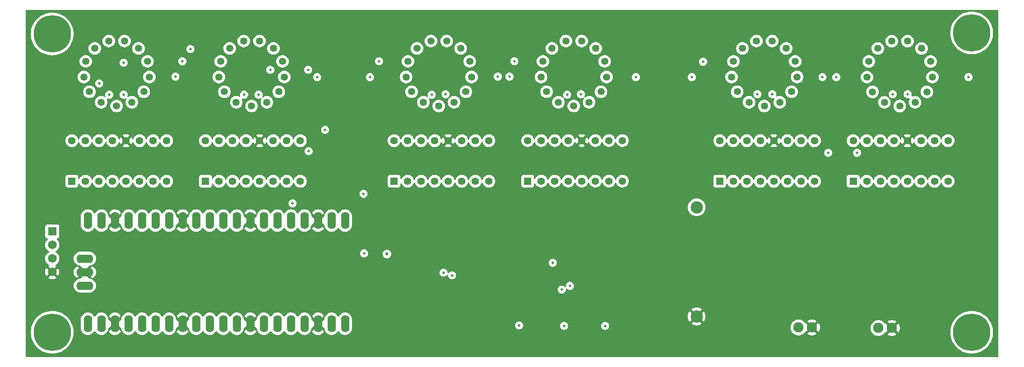
<source format=gbr>
%TF.GenerationSoftware,KiCad,Pcbnew,7.0.5-0*%
%TF.CreationDate,2023-07-08T10:36:07-04:00*%
%TF.ProjectId,nixie,6e697869-652e-46b6-9963-61645f706362,rev?*%
%TF.SameCoordinates,Original*%
%TF.FileFunction,Copper,L2,Inr*%
%TF.FilePolarity,Positive*%
%FSLAX46Y46*%
G04 Gerber Fmt 4.6, Leading zero omitted, Abs format (unit mm)*
G04 Created by KiCad (PCBNEW 7.0.5-0) date 2023-07-08 10:36:07*
%MOMM*%
%LPD*%
G01*
G04 APERTURE LIST*
%TA.AperFunction,ComponentPad*%
%ADD10C,1.950000*%
%TD*%
%TA.AperFunction,ComponentPad*%
%ADD11R,1.650000X1.650000*%
%TD*%
%TA.AperFunction,ComponentPad*%
%ADD12C,1.650000*%
%TD*%
%TA.AperFunction,ComponentPad*%
%ADD13C,0.800000*%
%TD*%
%TA.AperFunction,ComponentPad*%
%ADD14C,7.000000*%
%TD*%
%TA.AperFunction,ComponentPad*%
%ADD15R,1.400000X1.400000*%
%TD*%
%TA.AperFunction,ComponentPad*%
%ADD16C,1.400000*%
%TD*%
%TA.AperFunction,ComponentPad*%
%ADD17O,1.600000X3.200000*%
%TD*%
%TA.AperFunction,ComponentPad*%
%ADD18O,3.200000X1.600000*%
%TD*%
%TA.AperFunction,ComponentPad*%
%ADD19O,2.316000X2.316000*%
%TD*%
%TA.AperFunction,ComponentPad*%
%ADD20C,2.316000*%
%TD*%
%TA.AperFunction,ComponentPad*%
%ADD21C,1.348000*%
%TD*%
%TA.AperFunction,ViaPad*%
%ADD22C,0.800000*%
%TD*%
%TA.AperFunction,ViaPad*%
%ADD23C,2.300000*%
%TD*%
%TA.AperFunction,ViaPad*%
%ADD24C,0.500000*%
%TD*%
%TA.AperFunction,ViaPad*%
%ADD25C,0.600000*%
%TD*%
G04 APERTURE END LIST*
D10*
%TO.N,+12V*%
%TO.C,J4*%
X225000000Y-137600000D03*
%TO.N,GND*%
X227540000Y-137600000D03*
%TD*%
%TO.N,VCC*%
%TO.C,J3*%
X210000000Y-137500000D03*
%TO.N,GND*%
X212540000Y-137500000D03*
%TD*%
D11*
%TO.N,/RX*%
%TO.C,J1*%
X70000000Y-119460000D03*
D12*
%TO.N,/TX*%
X70000000Y-122000000D03*
%TO.N,+3V3*%
X70000000Y-124540000D03*
%TO.N,GND*%
X70000000Y-127080000D03*
%TD*%
D13*
%TO.N,N/C*%
%TO.C,H2*%
X67375000Y-138400000D03*
X68143845Y-136543845D03*
X68143845Y-140256155D03*
X70000000Y-135775000D03*
D14*
X70000000Y-138400000D03*
D13*
X70000000Y-141025000D03*
X71856155Y-136543845D03*
X71856155Y-140256155D03*
X72625000Y-138400000D03*
%TD*%
%TO.N,N/C*%
%TO.C,H3*%
X239875000Y-82200000D03*
X240643845Y-80343845D03*
X240643845Y-84056155D03*
X242500000Y-79575000D03*
D14*
X242500000Y-82200000D03*
D13*
X242500000Y-84825000D03*
X244356155Y-80343845D03*
X244356155Y-84056155D03*
X245125000Y-82200000D03*
%TD*%
D15*
%TO.N,/N38*%
%TO.C,IC3*%
X134126600Y-110037000D03*
D16*
%TO.N,/N39*%
X136666600Y-110037000D03*
%TO.N,/A3*%
X139206600Y-110037000D03*
%TO.N,/D3*%
X141746600Y-110037000D03*
%TO.N,+5V*%
X144286600Y-110037000D03*
%TO.N,/B3*%
X146826600Y-110037000D03*
%TO.N,/C3*%
X149366600Y-110037000D03*
%TO.N,/N32*%
X151906600Y-110037000D03*
%TO.N,/N33*%
X151906600Y-102417000D03*
%TO.N,/N37*%
X149366600Y-102417000D03*
%TO.N,/N36*%
X146826600Y-102417000D03*
%TO.N,GND*%
X144286600Y-102417000D03*
%TO.N,/N34*%
X141746600Y-102417000D03*
%TO.N,/N35*%
X139206600Y-102417000D03*
%TO.N,/N31*%
X136666600Y-102417000D03*
%TO.N,/N30*%
X134126600Y-102417000D03*
%TD*%
D13*
%TO.N,N/C*%
%TO.C,H1*%
X67375000Y-82375000D03*
X68143845Y-80518845D03*
X68143845Y-84231155D03*
X70000000Y-79750000D03*
D14*
X70000000Y-82375000D03*
D13*
X70000000Y-85000000D03*
X71856155Y-80518845D03*
X71856155Y-84231155D03*
X72625000Y-82375000D03*
%TD*%
%TO.N,N/C*%
%TO.C,H4*%
X239875000Y-138400000D03*
X240643845Y-136543845D03*
X240643845Y-140256155D03*
X242500000Y-135775000D03*
D14*
X242500000Y-138400000D03*
D13*
X242500000Y-141025000D03*
X244356155Y-136543845D03*
X244356155Y-140256155D03*
X245125000Y-138400000D03*
%TD*%
D17*
%TO.N,+3V3*%
%TO.C,P1*%
X114780000Y-136800000D03*
%TO.N,unconnected-(P1-Pad3V3_EN)*%
X117320000Y-136800000D03*
%TO.N,unconnected-(P1-PadADC_VREF)*%
X112240000Y-136800000D03*
%TO.N,GND*%
X107160000Y-136800000D03*
X119860000Y-117420000D03*
X107160000Y-117420000D03*
X94460000Y-117420000D03*
X81760000Y-117420000D03*
D18*
X76110000Y-127110000D03*
D17*
X81760000Y-136800000D03*
X94460000Y-136800000D03*
X119860000Y-136800000D03*
%TO.N,/RX*%
X124940000Y-117420000D03*
%TO.N,/TX*%
X122400000Y-117420000D03*
%TO.N,/RSTIO*%
X117320000Y-117420000D03*
%TO.N,/RSTC*%
X114780000Y-117420000D03*
%TO.N,/C2*%
X112240000Y-117420000D03*
%TO.N,/B2*%
X109700000Y-117420000D03*
%TO.N,/D2*%
X104620000Y-117420000D03*
%TO.N,/A2*%
X102080000Y-117420000D03*
%TO.N,unconnected-(P1-PadGP8)*%
X99540000Y-117420000D03*
%TO.N,unconnected-(P1-PadGP9)*%
X97000000Y-117420000D03*
%TO.N,/C1*%
X91920000Y-117420000D03*
%TO.N,/B1*%
X89380000Y-117420000D03*
%TO.N,/D1*%
X86840000Y-117420000D03*
%TO.N,/A1*%
X84300000Y-117420000D03*
%TO.N,/SDA1*%
X79220000Y-117420000D03*
%TO.N,/SCL1*%
X76680000Y-117420000D03*
%TO.N,/S6*%
X76680000Y-136800000D03*
%TO.N,/S5*%
X79220000Y-136800000D03*
%TO.N,/S4*%
X84300000Y-136800000D03*
%TO.N,/S3*%
X86840000Y-136800000D03*
%TO.N,/S2*%
X89380000Y-136800000D03*
%TO.N,/S1*%
X91920000Y-136800000D03*
%TO.N,unconnected-(P1-PadGP22)*%
X97000000Y-136800000D03*
%TO.N,unconnected-(P1-PadGP26_A0)*%
X102080000Y-136800000D03*
%TO.N,unconnected-(P1-PadGP27_A1)*%
X104620000Y-136800000D03*
%TO.N,unconnected-(P1-PadGP28_A2)*%
X109700000Y-136800000D03*
%TO.N,unconnected-(P1-PadRUN)*%
X99540000Y-136800000D03*
D18*
%TO.N,unconnected-(P1-PadSWCLK)*%
X76110000Y-124570000D03*
%TO.N,unconnected-(P1-PadSWDIO)*%
X76110000Y-129650000D03*
D17*
%TO.N,unconnected-(P1-PadVBUS)*%
X124940000Y-136800000D03*
%TO.N,+5V*%
X122400000Y-136800000D03*
%TD*%
D19*
%TO.N,Net-(IC6-VBAT)*%
%TO.C,BAT1*%
X190900000Y-114930000D03*
D20*
%TO.N,GND*%
X190900000Y-135430000D03*
%TD*%
D15*
%TO.N,/N68*%
%TO.C,IC8*%
X220266000Y-110037000D03*
D16*
%TO.N,/N69*%
X222806000Y-110037000D03*
%TO.N,/A6*%
X225346000Y-110037000D03*
%TO.N,/D6*%
X227886000Y-110037000D03*
%TO.N,+5V*%
X230426000Y-110037000D03*
%TO.N,/B6*%
X232966000Y-110037000D03*
%TO.N,/C6*%
X235506000Y-110037000D03*
%TO.N,/N62*%
X238046000Y-110037000D03*
%TO.N,/N63*%
X238046000Y-102417000D03*
%TO.N,/N67*%
X235506000Y-102417000D03*
%TO.N,/N66*%
X232966000Y-102417000D03*
%TO.N,GND*%
X230426000Y-102417000D03*
%TO.N,/N64*%
X227886000Y-102417000D03*
%TO.N,/N65*%
X225346000Y-102417000D03*
%TO.N,/N61*%
X222806000Y-102417000D03*
%TO.N,/N60*%
X220266000Y-102417000D03*
%TD*%
D15*
%TO.N,/N58*%
%TO.C,IC7*%
X195226000Y-110037000D03*
D16*
%TO.N,/N59*%
X197766000Y-110037000D03*
%TO.N,/A5*%
X200306000Y-110037000D03*
%TO.N,/D5*%
X202846000Y-110037000D03*
%TO.N,+5V*%
X205386000Y-110037000D03*
%TO.N,/B5*%
X207926000Y-110037000D03*
%TO.N,/C5*%
X210466000Y-110037000D03*
%TO.N,/N52*%
X213006000Y-110037000D03*
%TO.N,/N53*%
X213006000Y-102417000D03*
%TO.N,/N57*%
X210466000Y-102417000D03*
%TO.N,/N56*%
X207926000Y-102417000D03*
%TO.N,GND*%
X205386000Y-102417000D03*
%TO.N,/N54*%
X202846000Y-102417000D03*
%TO.N,/N55*%
X200306000Y-102417000D03*
%TO.N,/N51*%
X197766000Y-102417000D03*
%TO.N,/N50*%
X195226000Y-102417000D03*
%TD*%
D15*
%TO.N,/N48*%
%TO.C,IC4*%
X159188600Y-110017000D03*
D16*
%TO.N,/N49*%
X161728600Y-110017000D03*
%TO.N,/A4*%
X164268600Y-110017000D03*
%TO.N,/D4*%
X166808600Y-110017000D03*
%TO.N,+5V*%
X169348600Y-110017000D03*
%TO.N,/B4*%
X171888600Y-110017000D03*
%TO.N,/C4*%
X174428600Y-110017000D03*
%TO.N,/N42*%
X176968600Y-110017000D03*
%TO.N,/N43*%
X176968600Y-102397000D03*
%TO.N,/N47*%
X174428600Y-102397000D03*
%TO.N,/N46*%
X171888600Y-102397000D03*
%TO.N,GND*%
X169348600Y-102397000D03*
%TO.N,/N44*%
X166808600Y-102397000D03*
%TO.N,/N45*%
X164268600Y-102397000D03*
%TO.N,/N41*%
X161728600Y-102397000D03*
%TO.N,/N40*%
X159188600Y-102397000D03*
%TD*%
D15*
%TO.N,/N28*%
%TO.C,IC2*%
X98764600Y-110037000D03*
D16*
%TO.N,/N29*%
X101304600Y-110037000D03*
%TO.N,/A2*%
X103844600Y-110037000D03*
%TO.N,/D2*%
X106384600Y-110037000D03*
%TO.N,+5V*%
X108924600Y-110037000D03*
%TO.N,/B2*%
X111464600Y-110037000D03*
%TO.N,/C2*%
X114004600Y-110037000D03*
%TO.N,/N22*%
X116544600Y-110037000D03*
%TO.N,/N23*%
X116544600Y-102417000D03*
%TO.N,/N27*%
X114004600Y-102417000D03*
%TO.N,/N26*%
X111464600Y-102417000D03*
%TO.N,GND*%
X108924600Y-102417000D03*
%TO.N,/N24*%
X106384600Y-102417000D03*
%TO.N,/N25*%
X103844600Y-102417000D03*
%TO.N,/N21*%
X101304600Y-102417000D03*
%TO.N,/N20*%
X98764600Y-102417000D03*
%TD*%
D15*
%TO.N,/N18*%
%TO.C,IC1*%
X73682600Y-110037000D03*
D16*
%TO.N,/N19*%
X76222600Y-110037000D03*
%TO.N,/A1*%
X78762600Y-110037000D03*
%TO.N,/D1*%
X81302600Y-110037000D03*
%TO.N,+5V*%
X83842600Y-110037000D03*
%TO.N,/B1*%
X86382600Y-110037000D03*
%TO.N,/C1*%
X88922600Y-110037000D03*
%TO.N,/N12*%
X91462600Y-110037000D03*
%TO.N,/N13*%
X91462600Y-102417000D03*
%TO.N,/N17*%
X88922600Y-102417000D03*
%TO.N,/N16*%
X86382600Y-102417000D03*
%TO.N,GND*%
X83842600Y-102417000D03*
%TO.N,/N14*%
X81302600Y-102417000D03*
%TO.N,/N15*%
X78762600Y-102417000D03*
%TO.N,/N11*%
X76222600Y-102417000D03*
%TO.N,/N10*%
X73682600Y-102417000D03*
%TD*%
D21*
%TO.N,/N60*%
%TO.C,N6*%
X223895200Y-93252400D03*
%TO.N,/N61*%
X234083600Y-93252400D03*
%TO.N,/N62*%
X235134200Y-90482200D03*
%TO.N,/N63*%
X234777100Y-87541100D03*
%TO.N,/N64*%
X233094100Y-85102900D03*
%TO.N,/N65*%
X230470700Y-83726000D03*
%TO.N,/N66*%
X227508100Y-83726000D03*
%TO.N,/N67*%
X224884700Y-85102900D03*
%TO.N,/N68*%
X223201700Y-87541100D03*
%TO.N,/N69*%
X222844600Y-90482200D03*
%TO.N,/170V6*%
X228989400Y-95926000D03*
%TO.N,unconnected-(N6-PadLHDP)*%
X226112800Y-95217000D03*
%TO.N,unconnected-(N6-PadRHDP)*%
X231866000Y-95217000D03*
%TD*%
%TO.N,/N40*%
%TO.C,N4*%
X162750400Y-93233300D03*
%TO.N,/N41*%
X172938800Y-93233300D03*
%TO.N,/N42*%
X173989400Y-90463100D03*
%TO.N,/N43*%
X173632300Y-87522000D03*
%TO.N,/N44*%
X171949300Y-85083800D03*
%TO.N,/N45*%
X169325900Y-83706900D03*
%TO.N,/N46*%
X166363300Y-83706900D03*
%TO.N,/N47*%
X163739900Y-85083800D03*
%TO.N,/N48*%
X162056900Y-87522000D03*
%TO.N,/N49*%
X161699800Y-90463100D03*
%TO.N,/170V4*%
X167844600Y-95906900D03*
%TO.N,unconnected-(N4-PadLHDP)*%
X164968000Y-95197900D03*
%TO.N,unconnected-(N4-PadRHDP)*%
X170721200Y-95197900D03*
%TD*%
%TO.N,/N50*%
%TO.C,N5*%
X198506000Y-93233300D03*
%TO.N,/N51*%
X208694400Y-93233300D03*
%TO.N,/N52*%
X209745000Y-90463100D03*
%TO.N,/N53*%
X209387900Y-87522000D03*
%TO.N,/N54*%
X207704900Y-85083800D03*
%TO.N,/N55*%
X205081500Y-83706900D03*
%TO.N,/N56*%
X202118900Y-83706900D03*
%TO.N,/N57*%
X199495500Y-85083800D03*
%TO.N,/N58*%
X197812500Y-87522000D03*
%TO.N,/N59*%
X197455400Y-90463100D03*
%TO.N,/170V5*%
X203600200Y-95906900D03*
%TO.N,unconnected-(N5-PadLHDP)*%
X200723600Y-95197900D03*
%TO.N,unconnected-(N5-PadRHDP)*%
X206476800Y-95197900D03*
%TD*%
%TO.N,/N30*%
%TO.C,N3*%
X137428600Y-93233300D03*
%TO.N,/N31*%
X147617000Y-93233300D03*
%TO.N,/N32*%
X148667600Y-90463100D03*
%TO.N,/N33*%
X148310500Y-87522000D03*
%TO.N,/N34*%
X146627500Y-85083800D03*
%TO.N,/N35*%
X144004100Y-83706900D03*
%TO.N,/N36*%
X141041500Y-83706900D03*
%TO.N,/N37*%
X138418100Y-85083800D03*
%TO.N,/N38*%
X136735100Y-87522000D03*
%TO.N,/N39*%
X136378000Y-90463100D03*
%TO.N,/170V3*%
X142522800Y-95906900D03*
%TO.N,unconnected-(N3-PadLHDP)*%
X139646200Y-95197900D03*
%TO.N,unconnected-(N3-PadRHDP)*%
X145399400Y-95197900D03*
%TD*%
%TO.N,/N10*%
%TO.C,N1*%
X76984600Y-93233300D03*
%TO.N,/N11*%
X87173000Y-93233300D03*
%TO.N,/N12*%
X88223600Y-90463100D03*
%TO.N,/N13*%
X87866500Y-87522000D03*
%TO.N,/N14*%
X86183500Y-85083800D03*
%TO.N,/N15*%
X83560100Y-83706900D03*
%TO.N,/N16*%
X80597500Y-83706900D03*
%TO.N,/N17*%
X77974100Y-85083800D03*
%TO.N,/N18*%
X76291100Y-87522000D03*
%TO.N,/N19*%
X75934000Y-90463100D03*
%TO.N,/170V1*%
X82078800Y-95906900D03*
%TO.N,unconnected-(N1-PadLHDP)*%
X79202200Y-95197900D03*
%TO.N,unconnected-(N1-PadRHDP)*%
X84955400Y-95197900D03*
%TD*%
%TO.N,/N20*%
%TO.C,N2*%
X102306400Y-93233300D03*
%TO.N,/N21*%
X112494800Y-93233300D03*
%TO.N,/N22*%
X113545400Y-90463100D03*
%TO.N,/N23*%
X113188300Y-87522000D03*
%TO.N,/N24*%
X111505300Y-85083800D03*
%TO.N,/N25*%
X108881900Y-83706900D03*
%TO.N,/N26*%
X105919300Y-83706900D03*
%TO.N,/N27*%
X103295900Y-85083800D03*
%TO.N,/N28*%
X101612900Y-87522000D03*
%TO.N,/N29*%
X101255800Y-90463100D03*
%TO.N,/170V2*%
X107400600Y-95906900D03*
%TO.N,unconnected-(N2-PadLHDP)*%
X104524000Y-95197900D03*
%TO.N,unconnected-(N2-PadRHDP)*%
X110277200Y-95197900D03*
%TD*%
D22*
%TO.N,GND*%
X155100000Y-87900000D03*
X190400000Y-88600000D03*
X191200000Y-86000000D03*
X178800000Y-89200000D03*
X181200000Y-94200000D03*
X122600000Y-105600000D03*
X210000000Y-118300000D03*
X131500000Y-142100000D03*
X75200000Y-81600000D03*
X235800000Y-81300000D03*
X237753550Y-113601939D03*
X231800000Y-136800000D03*
X202400000Y-137200000D03*
X84000000Y-132000000D03*
X86600000Y-126400000D03*
X116001574Y-131456674D03*
X124205003Y-129228638D03*
X124100000Y-124300000D03*
X128200000Y-122300000D03*
X105100000Y-131800000D03*
X165500000Y-128900000D03*
X229100000Y-94000000D03*
X94200000Y-129300000D03*
X80200000Y-131000000D03*
X217300000Y-139300000D03*
X118200000Y-92500000D03*
X216700000Y-135700000D03*
X67900000Y-110000000D03*
X183000000Y-102600000D03*
X145100000Y-135500000D03*
X154500000Y-127400000D03*
X138300000Y-106200000D03*
X190200000Y-128200000D03*
X163700000Y-106200000D03*
X185800000Y-115100000D03*
X214600000Y-85800000D03*
X190500000Y-83200000D03*
X109600000Y-124000000D03*
X71198870Y-131671092D03*
X180700000Y-83000000D03*
X178800000Y-126300000D03*
X199200000Y-137400000D03*
X186700000Y-79500000D03*
X122500000Y-81600000D03*
X104586407Y-91953744D03*
X245400000Y-99600000D03*
X209700000Y-127700000D03*
X173000000Y-95400000D03*
X118400000Y-87900000D03*
X243600000Y-89200000D03*
X123900000Y-101100000D03*
X200000000Y-105900000D03*
X89200000Y-129200000D03*
X137400000Y-135300000D03*
X67600000Y-113000000D03*
X245800000Y-133600000D03*
X119100000Y-123600000D03*
X220000000Y-114400000D03*
X237400000Y-139900000D03*
X215800000Y-128100000D03*
X127300000Y-101900000D03*
X195600000Y-127700000D03*
X213800000Y-117400000D03*
X214200000Y-88800000D03*
X91300000Y-142200000D03*
X123200000Y-84700000D03*
X241800000Y-116600000D03*
X93400000Y-111600000D03*
X127400000Y-92500000D03*
X129300000Y-88400000D03*
X97400000Y-131900000D03*
X97700000Y-82700000D03*
X195600000Y-82300000D03*
X177100000Y-112700000D03*
X201500000Y-127900000D03*
X169100000Y-135200000D03*
X89600000Y-131300000D03*
X194100000Y-138700000D03*
X110100000Y-131700000D03*
X236303099Y-106381234D03*
X133100000Y-79800000D03*
X184700000Y-136400000D03*
X183000000Y-125600000D03*
X246400000Y-125700000D03*
X176500000Y-81900000D03*
X186800000Y-104400000D03*
X245600000Y-91700000D03*
X160400000Y-81200000D03*
X177800000Y-139500000D03*
X159800000Y-126500000D03*
X174100000Y-130400000D03*
X129000000Y-85800000D03*
X124000000Y-142100000D03*
X89500000Y-123900000D03*
X134200000Y-118500000D03*
X203500000Y-91600000D03*
X124600000Y-96200000D03*
X229100000Y-91900000D03*
X211200000Y-106000000D03*
X92600000Y-88700000D03*
X91158587Y-82804469D03*
X220500000Y-137400000D03*
X117800000Y-128800000D03*
X235200000Y-141400000D03*
X213700000Y-114000000D03*
X187000000Y-100900000D03*
X118900000Y-111000000D03*
X207200000Y-115700000D03*
X125700000Y-79600000D03*
X154700000Y-94100000D03*
X103900000Y-124000000D03*
X149000000Y-123700000D03*
X127600000Y-110100000D03*
X137600000Y-126300000D03*
X100700000Y-130100000D03*
X117100000Y-82900000D03*
X66900000Y-134000000D03*
X148200000Y-80100000D03*
X123700000Y-92600000D03*
X79800000Y-106600000D03*
X132400000Y-83600000D03*
X116100000Y-124100000D03*
X139900000Y-79600000D03*
X214099539Y-82395528D03*
X123600000Y-127200000D03*
X156800000Y-85800000D03*
X132900000Y-116300000D03*
X84600000Y-129300000D03*
X240600000Y-87900000D03*
X111100000Y-142300000D03*
X92300000Y-86000000D03*
X173700000Y-140200000D03*
X161500000Y-135300000D03*
X74300000Y-112900000D03*
X217700000Y-88900000D03*
X246000000Y-118500000D03*
X240700000Y-112500000D03*
X95600000Y-123800000D03*
X88000000Y-105600000D03*
X205200000Y-138300000D03*
X194300000Y-133200000D03*
D23*
X235300000Y-134600000D03*
D22*
X129000000Y-120200000D03*
X73600000Y-117300000D03*
X94300000Y-85600000D03*
X203700000Y-93800000D03*
X184600000Y-97400000D03*
X169400000Y-79300000D03*
X66700000Y-89000000D03*
X94749079Y-82373610D03*
X136600000Y-128900000D03*
X110300000Y-91600000D03*
X153400000Y-112500000D03*
X116800000Y-142100000D03*
X97400000Y-112300000D03*
X162006631Y-79153211D03*
X203065248Y-114954434D03*
X241700000Y-128100000D03*
X165800000Y-140000000D03*
X246100000Y-112800000D03*
X182800000Y-88400000D03*
X182200000Y-141000000D03*
X66900000Y-104500000D03*
X127200000Y-96000000D03*
X146200000Y-114200000D03*
X80400000Y-142200000D03*
X139600000Y-91600000D03*
X107800000Y-128500000D03*
X116000000Y-105600000D03*
X187200000Y-88700000D03*
X112500000Y-100200000D03*
X153300000Y-88400000D03*
X186400000Y-132000000D03*
X219442935Y-82566062D03*
X176200000Y-105700000D03*
X153200000Y-135200000D03*
X197700000Y-114500000D03*
X128750866Y-83187721D03*
X217600000Y-116400000D03*
X215600000Y-106100000D03*
X113600000Y-128500000D03*
X128000000Y-117900000D03*
X131400000Y-111000000D03*
X237700000Y-115700000D03*
X221500000Y-106000000D03*
X102300000Y-142000000D03*
X125724732Y-83994689D03*
X164600000Y-92000000D03*
X153700000Y-86200000D03*
X241700000Y-108800000D03*
X157500000Y-114400000D03*
X82300000Y-123900000D03*
X66900000Y-94500000D03*
X155100000Y-82100000D03*
X127100000Y-89100000D03*
X181600000Y-110600000D03*
X138078439Y-118984504D03*
X136700000Y-116600000D03*
X152600000Y-123700000D03*
X124800000Y-111000000D03*
X191400000Y-139300000D03*
X186800000Y-110300000D03*
X245800000Y-106900000D03*
X198200000Y-133200000D03*
X178045903Y-136356483D03*
X200039688Y-140835748D03*
X74100000Y-141700000D03*
X125500000Y-104800000D03*
X66800000Y-99600000D03*
X118700000Y-85600000D03*
X215800000Y-125300000D03*
X84944654Y-91362073D03*
X150400000Y-105800000D03*
X122800000Y-87800000D03*
X78600000Y-90000000D03*
X128200000Y-136200000D03*
D24*
%TO.N,Net-(IC6-VBAT)*%
X143400000Y-127200000D03*
%TO.N,+5V*%
X163900000Y-125350000D03*
X128500000Y-123600000D03*
D25*
X132800000Y-123700000D03*
D24*
%TO.N,/N15*%
X80700000Y-93800000D03*
%TO.N,/N14*%
X78800000Y-91700000D03*
%TO.N,/N16*%
X83400000Y-87800000D03*
X83400000Y-93800000D03*
%TO.N,/N12*%
X93100000Y-90400000D03*
%TO.N,/N25*%
X106000000Y-93800000D03*
%TO.N,/N24*%
X108700000Y-93800000D03*
%TO.N,/N27*%
X95900000Y-85200000D03*
%TO.N,/N22*%
X119700000Y-90500000D03*
%TO.N,/N29*%
X118100000Y-104400000D03*
X118000000Y-89100000D03*
X121200000Y-100400000D03*
X110900000Y-89100000D03*
%TO.N,/N28*%
X94400000Y-87522000D03*
%TO.N,/N35*%
X141200000Y-93800000D03*
%TO.N,/N34*%
X143800000Y-93700000D03*
%TO.N,/N32*%
X153600000Y-90400000D03*
%TO.N,/N39*%
X129600000Y-90500000D03*
%TO.N,/N38*%
X131300000Y-87500000D03*
%TO.N,/N45*%
X166600000Y-93800000D03*
%TO.N,/N44*%
X169200000Y-93700000D03*
%TO.N,/N42*%
X179500000Y-90500000D03*
%TO.N,/N49*%
X155800000Y-90400000D03*
%TO.N,/N48*%
X156700000Y-87500000D03*
%TO.N,/RSTIO*%
X167100000Y-129700000D03*
%TO.N,/S4*%
X157600000Y-137100000D03*
%TO.N,/SCL1*%
X128400000Y-112400000D03*
%TO.N,/SDA1*%
X145000000Y-127700000D03*
X115100000Y-114200000D03*
X165600000Y-130400000D03*
%TO.N,/N52*%
X214500000Y-90500000D03*
%TO.N,/N54*%
X205100000Y-93700000D03*
%TO.N,/N55*%
X202300000Y-93700000D03*
%TO.N,/N58*%
X192100000Y-87600000D03*
%TO.N,/N59*%
X190000000Y-90500000D03*
%TO.N,/N62*%
X241900000Y-90500000D03*
%TO.N,/N64*%
X230500000Y-93700000D03*
%TO.N,/N65*%
X227700000Y-93700000D03*
%TO.N,/N67*%
X221000000Y-104700000D03*
X215600000Y-104700000D03*
%TO.N,/N69*%
X217100000Y-90500000D03*
%TO.N,/S5*%
X166000000Y-137200000D03*
%TO.N,/S6*%
X173700000Y-137200000D03*
%TD*%
%TA.AperFunction,Conductor*%
%TO.N,GND*%
G36*
X247417539Y-77867285D02*
G01*
X247463294Y-77920089D01*
X247474500Y-77971600D01*
X247474500Y-142907500D01*
X247454815Y-142974539D01*
X247402011Y-143020294D01*
X247350500Y-143031500D01*
X65149500Y-143031500D01*
X65082461Y-143011815D01*
X65036706Y-142959011D01*
X65025500Y-142907500D01*
X65025500Y-138400000D01*
X65994675Y-138400000D01*
X66013962Y-138792591D01*
X66013962Y-138792597D01*
X66013963Y-138792599D01*
X66071637Y-139181406D01*
X66167143Y-139562684D01*
X66299561Y-139932770D01*
X66299562Y-139932772D01*
X66467620Y-140288100D01*
X66669692Y-140625236D01*
X66903846Y-140940956D01*
X67167807Y-141232192D01*
X67459043Y-141496153D01*
X67459049Y-141496158D01*
X67774761Y-141730306D01*
X67774763Y-141730307D01*
X68111899Y-141932379D01*
X68111902Y-141932380D01*
X68111903Y-141932381D01*
X68467228Y-142100438D01*
X68837316Y-142232857D01*
X69218600Y-142328364D01*
X69607409Y-142386038D01*
X70000000Y-142405325D01*
X70392591Y-142386038D01*
X70781400Y-142328364D01*
X71162684Y-142232857D01*
X71532772Y-142100438D01*
X71888097Y-141932381D01*
X72225239Y-141730306D01*
X72540951Y-141496158D01*
X72832192Y-141232192D01*
X73096158Y-140940951D01*
X73330306Y-140625239D01*
X73532381Y-140288097D01*
X73700438Y-139932772D01*
X73832857Y-139562684D01*
X73928364Y-139181400D01*
X73986038Y-138792591D01*
X74005325Y-138400000D01*
X73986038Y-138007409D01*
X73934028Y-137656785D01*
X75379500Y-137656785D01*
X75394364Y-137826687D01*
X75394366Y-137826697D01*
X75453258Y-138046488D01*
X75453261Y-138046497D01*
X75549431Y-138252732D01*
X75549432Y-138252734D01*
X75679954Y-138439141D01*
X75840858Y-138600045D01*
X75840861Y-138600047D01*
X76027266Y-138730568D01*
X76233504Y-138826739D01*
X76233509Y-138826740D01*
X76233511Y-138826741D01*
X76279453Y-138839051D01*
X76453308Y-138885635D01*
X76615230Y-138899801D01*
X76679998Y-138905468D01*
X76680000Y-138905468D01*
X76680002Y-138905468D01*
X76736672Y-138900509D01*
X76906692Y-138885635D01*
X77126496Y-138826739D01*
X77332734Y-138730568D01*
X77519139Y-138600047D01*
X77680047Y-138439139D01*
X77810568Y-138252734D01*
X77837618Y-138194724D01*
X77883790Y-138142285D01*
X77950983Y-138123133D01*
X78017865Y-138143348D01*
X78062381Y-138194724D01*
X78067018Y-138204667D01*
X78089429Y-138252728D01*
X78089432Y-138252734D01*
X78219954Y-138439141D01*
X78380858Y-138600045D01*
X78380861Y-138600047D01*
X78567266Y-138730568D01*
X78773504Y-138826739D01*
X78773509Y-138826740D01*
X78773511Y-138826741D01*
X78819453Y-138839051D01*
X78993308Y-138885635D01*
X79155230Y-138899801D01*
X79219998Y-138905468D01*
X79220000Y-138905468D01*
X79220002Y-138905468D01*
X79276673Y-138900509D01*
X79446692Y-138885635D01*
X79666496Y-138826739D01*
X79872734Y-138730568D01*
X80059139Y-138600047D01*
X80220047Y-138439139D01*
X80337893Y-138270836D01*
X80642715Y-138270836D01*
X80760332Y-138438808D01*
X80760341Y-138438819D01*
X80921179Y-138599657D01*
X81107517Y-138730134D01*
X81313673Y-138826265D01*
X81313682Y-138826269D01*
X81533389Y-138885139D01*
X81533400Y-138885141D01*
X81759998Y-138904966D01*
X81760002Y-138904966D01*
X81986599Y-138885141D01*
X81986610Y-138885139D01*
X82206317Y-138826269D01*
X82206326Y-138826265D01*
X82412482Y-138730134D01*
X82598820Y-138599657D01*
X82759660Y-138438817D01*
X82759665Y-138438810D01*
X82877283Y-138270835D01*
X81760000Y-137153553D01*
X80642715Y-138270835D01*
X80642715Y-138270836D01*
X80337893Y-138270836D01*
X80350568Y-138252734D01*
X80446739Y-138046496D01*
X80505635Y-137826692D01*
X80513770Y-137733699D01*
X80539220Y-137668635D01*
X80549616Y-137656829D01*
X81406447Y-136800000D01*
X82113553Y-136800000D01*
X82970382Y-137656829D01*
X83003867Y-137718152D01*
X83006229Y-137733702D01*
X83014364Y-137826687D01*
X83014366Y-137826697D01*
X83073258Y-138046488D01*
X83073261Y-138046497D01*
X83169431Y-138252732D01*
X83169432Y-138252734D01*
X83299954Y-138439141D01*
X83460858Y-138600045D01*
X83460861Y-138600047D01*
X83647266Y-138730568D01*
X83853504Y-138826739D01*
X83853509Y-138826740D01*
X83853511Y-138826741D01*
X83899453Y-138839051D01*
X84073308Y-138885635D01*
X84235230Y-138899801D01*
X84299998Y-138905468D01*
X84300000Y-138905468D01*
X84300002Y-138905468D01*
X84356673Y-138900509D01*
X84526692Y-138885635D01*
X84746496Y-138826739D01*
X84952734Y-138730568D01*
X85139139Y-138600047D01*
X85300047Y-138439139D01*
X85430568Y-138252734D01*
X85457618Y-138194724D01*
X85503790Y-138142285D01*
X85570983Y-138123133D01*
X85637865Y-138143348D01*
X85682381Y-138194724D01*
X85687018Y-138204667D01*
X85709429Y-138252728D01*
X85709432Y-138252734D01*
X85839954Y-138439141D01*
X86000858Y-138600045D01*
X86000861Y-138600047D01*
X86187266Y-138730568D01*
X86393504Y-138826739D01*
X86393509Y-138826740D01*
X86393511Y-138826741D01*
X86439453Y-138839051D01*
X86613308Y-138885635D01*
X86775230Y-138899801D01*
X86839998Y-138905468D01*
X86840000Y-138905468D01*
X86840002Y-138905468D01*
X86896673Y-138900509D01*
X87066692Y-138885635D01*
X87286496Y-138826739D01*
X87492734Y-138730568D01*
X87679139Y-138600047D01*
X87840047Y-138439139D01*
X87970568Y-138252734D01*
X87997618Y-138194724D01*
X88043790Y-138142285D01*
X88110983Y-138123133D01*
X88177865Y-138143348D01*
X88222381Y-138194724D01*
X88227018Y-138204667D01*
X88249429Y-138252728D01*
X88249432Y-138252734D01*
X88379954Y-138439141D01*
X88540858Y-138600045D01*
X88540861Y-138600047D01*
X88727266Y-138730568D01*
X88933504Y-138826739D01*
X88933509Y-138826740D01*
X88933511Y-138826741D01*
X88979453Y-138839051D01*
X89153308Y-138885635D01*
X89315230Y-138899801D01*
X89379998Y-138905468D01*
X89380000Y-138905468D01*
X89380002Y-138905468D01*
X89436673Y-138900509D01*
X89606692Y-138885635D01*
X89826496Y-138826739D01*
X90032734Y-138730568D01*
X90219139Y-138600047D01*
X90380047Y-138439139D01*
X90510568Y-138252734D01*
X90537618Y-138194724D01*
X90583790Y-138142285D01*
X90650983Y-138123133D01*
X90717865Y-138143348D01*
X90762381Y-138194724D01*
X90767018Y-138204667D01*
X90789429Y-138252728D01*
X90789432Y-138252734D01*
X90919954Y-138439141D01*
X91080858Y-138600045D01*
X91080861Y-138600047D01*
X91267266Y-138730568D01*
X91473504Y-138826739D01*
X91473509Y-138826740D01*
X91473511Y-138826741D01*
X91519453Y-138839051D01*
X91693308Y-138885635D01*
X91855230Y-138899801D01*
X91919998Y-138905468D01*
X91920000Y-138905468D01*
X91920002Y-138905468D01*
X91976672Y-138900509D01*
X92146692Y-138885635D01*
X92366496Y-138826739D01*
X92572734Y-138730568D01*
X92759139Y-138600047D01*
X92920047Y-138439139D01*
X93037893Y-138270836D01*
X93342715Y-138270836D01*
X93460332Y-138438808D01*
X93460341Y-138438819D01*
X93621179Y-138599657D01*
X93807517Y-138730134D01*
X94013673Y-138826265D01*
X94013682Y-138826269D01*
X94233389Y-138885139D01*
X94233400Y-138885141D01*
X94459998Y-138904966D01*
X94460002Y-138904966D01*
X94686599Y-138885141D01*
X94686610Y-138885139D01*
X94906317Y-138826269D01*
X94906326Y-138826265D01*
X95112482Y-138730134D01*
X95298820Y-138599657D01*
X95459660Y-138438817D01*
X95459665Y-138438810D01*
X95577283Y-138270835D01*
X94460000Y-137153553D01*
X93342715Y-138270835D01*
X93342715Y-138270836D01*
X93037893Y-138270836D01*
X93050568Y-138252734D01*
X93146739Y-138046496D01*
X93205635Y-137826692D01*
X93213770Y-137733699D01*
X93239220Y-137668635D01*
X93249616Y-137656829D01*
X94106447Y-136800000D01*
X94813552Y-136800000D01*
X95670382Y-137656829D01*
X95703867Y-137718152D01*
X95706229Y-137733702D01*
X95714364Y-137826687D01*
X95714366Y-137826697D01*
X95773258Y-138046488D01*
X95773261Y-138046497D01*
X95869431Y-138252732D01*
X95869432Y-138252734D01*
X95999954Y-138439141D01*
X96160858Y-138600045D01*
X96160861Y-138600047D01*
X96347266Y-138730568D01*
X96553504Y-138826739D01*
X96553509Y-138826740D01*
X96553511Y-138826741D01*
X96599453Y-138839051D01*
X96773308Y-138885635D01*
X96935230Y-138899801D01*
X96999998Y-138905468D01*
X97000000Y-138905468D01*
X97000002Y-138905468D01*
X97056672Y-138900509D01*
X97226692Y-138885635D01*
X97446496Y-138826739D01*
X97652734Y-138730568D01*
X97839139Y-138600047D01*
X98000047Y-138439139D01*
X98130568Y-138252734D01*
X98157618Y-138194724D01*
X98203790Y-138142285D01*
X98270983Y-138123133D01*
X98337865Y-138143348D01*
X98382381Y-138194724D01*
X98387018Y-138204667D01*
X98409429Y-138252728D01*
X98409432Y-138252734D01*
X98539954Y-138439141D01*
X98700858Y-138600045D01*
X98700861Y-138600047D01*
X98887266Y-138730568D01*
X99093504Y-138826739D01*
X99093509Y-138826740D01*
X99093511Y-138826741D01*
X99139453Y-138839051D01*
X99313308Y-138885635D01*
X99475230Y-138899801D01*
X99539998Y-138905468D01*
X99540000Y-138905468D01*
X99540002Y-138905468D01*
X99596673Y-138900509D01*
X99766692Y-138885635D01*
X99986496Y-138826739D01*
X100192734Y-138730568D01*
X100379139Y-138600047D01*
X100540047Y-138439139D01*
X100670568Y-138252734D01*
X100697618Y-138194724D01*
X100743790Y-138142285D01*
X100810983Y-138123133D01*
X100877865Y-138143348D01*
X100922381Y-138194724D01*
X100927018Y-138204667D01*
X100949429Y-138252728D01*
X100949432Y-138252734D01*
X101079954Y-138439141D01*
X101240858Y-138600045D01*
X101240861Y-138600047D01*
X101427266Y-138730568D01*
X101633504Y-138826739D01*
X101633509Y-138826740D01*
X101633511Y-138826741D01*
X101679453Y-138839051D01*
X101853308Y-138885635D01*
X102015230Y-138899801D01*
X102079998Y-138905468D01*
X102080000Y-138905468D01*
X102080002Y-138905468D01*
X102136673Y-138900509D01*
X102306692Y-138885635D01*
X102526496Y-138826739D01*
X102732734Y-138730568D01*
X102919139Y-138600047D01*
X103080047Y-138439139D01*
X103210568Y-138252734D01*
X103237618Y-138194724D01*
X103283790Y-138142285D01*
X103350983Y-138123133D01*
X103417865Y-138143348D01*
X103462381Y-138194724D01*
X103467018Y-138204667D01*
X103489429Y-138252728D01*
X103489432Y-138252734D01*
X103619954Y-138439141D01*
X103780858Y-138600045D01*
X103780861Y-138600047D01*
X103967266Y-138730568D01*
X104173504Y-138826739D01*
X104173509Y-138826740D01*
X104173511Y-138826741D01*
X104219453Y-138839051D01*
X104393308Y-138885635D01*
X104555230Y-138899801D01*
X104619998Y-138905468D01*
X104620000Y-138905468D01*
X104620002Y-138905468D01*
X104676673Y-138900509D01*
X104846692Y-138885635D01*
X105066496Y-138826739D01*
X105272734Y-138730568D01*
X105459139Y-138600047D01*
X105620047Y-138439139D01*
X105737893Y-138270836D01*
X106042715Y-138270836D01*
X106160332Y-138438808D01*
X106160341Y-138438819D01*
X106321179Y-138599657D01*
X106507517Y-138730134D01*
X106713673Y-138826265D01*
X106713682Y-138826269D01*
X106933389Y-138885139D01*
X106933400Y-138885141D01*
X107159998Y-138904966D01*
X107160002Y-138904966D01*
X107386599Y-138885141D01*
X107386610Y-138885139D01*
X107606317Y-138826269D01*
X107606326Y-138826265D01*
X107812482Y-138730134D01*
X107998820Y-138599657D01*
X108159660Y-138438817D01*
X108159665Y-138438810D01*
X108277283Y-138270835D01*
X107160000Y-137153553D01*
X106042715Y-138270835D01*
X106042715Y-138270836D01*
X105737893Y-138270836D01*
X105750568Y-138252734D01*
X105846739Y-138046496D01*
X105905635Y-137826692D01*
X105913770Y-137733699D01*
X105939220Y-137668635D01*
X105949616Y-137656829D01*
X106806447Y-136800000D01*
X107513553Y-136800000D01*
X108370382Y-137656829D01*
X108403867Y-137718152D01*
X108406229Y-137733702D01*
X108414364Y-137826687D01*
X108414366Y-137826697D01*
X108473258Y-138046488D01*
X108473261Y-138046497D01*
X108569431Y-138252732D01*
X108569432Y-138252734D01*
X108699954Y-138439141D01*
X108860858Y-138600045D01*
X108860861Y-138600047D01*
X109047266Y-138730568D01*
X109253504Y-138826739D01*
X109253509Y-138826740D01*
X109253511Y-138826741D01*
X109299453Y-138839051D01*
X109473308Y-138885635D01*
X109635230Y-138899801D01*
X109699998Y-138905468D01*
X109700000Y-138905468D01*
X109700002Y-138905468D01*
X109756673Y-138900509D01*
X109926692Y-138885635D01*
X110146496Y-138826739D01*
X110352734Y-138730568D01*
X110539139Y-138600047D01*
X110700047Y-138439139D01*
X110830568Y-138252734D01*
X110857618Y-138194724D01*
X110903790Y-138142285D01*
X110970983Y-138123133D01*
X111037865Y-138143348D01*
X111082381Y-138194724D01*
X111087018Y-138204667D01*
X111109429Y-138252728D01*
X111109432Y-138252734D01*
X111239954Y-138439141D01*
X111400858Y-138600045D01*
X111400861Y-138600047D01*
X111587266Y-138730568D01*
X111793504Y-138826739D01*
X111793509Y-138826740D01*
X111793511Y-138826741D01*
X111839453Y-138839051D01*
X112013308Y-138885635D01*
X112175230Y-138899801D01*
X112239998Y-138905468D01*
X112240000Y-138905468D01*
X112240002Y-138905468D01*
X112296672Y-138900509D01*
X112466692Y-138885635D01*
X112686496Y-138826739D01*
X112892734Y-138730568D01*
X113079139Y-138600047D01*
X113240047Y-138439139D01*
X113370568Y-138252734D01*
X113397618Y-138194724D01*
X113443790Y-138142285D01*
X113510983Y-138123133D01*
X113577865Y-138143348D01*
X113622381Y-138194724D01*
X113627018Y-138204667D01*
X113649429Y-138252728D01*
X113649432Y-138252734D01*
X113779954Y-138439141D01*
X113940858Y-138600045D01*
X113940861Y-138600047D01*
X114127266Y-138730568D01*
X114333504Y-138826739D01*
X114333509Y-138826740D01*
X114333511Y-138826741D01*
X114379453Y-138839051D01*
X114553308Y-138885635D01*
X114715230Y-138899801D01*
X114779998Y-138905468D01*
X114780000Y-138905468D01*
X114780002Y-138905468D01*
X114836672Y-138900509D01*
X115006692Y-138885635D01*
X115226496Y-138826739D01*
X115432734Y-138730568D01*
X115619139Y-138600047D01*
X115780047Y-138439139D01*
X115910568Y-138252734D01*
X115937618Y-138194724D01*
X115983790Y-138142285D01*
X116050983Y-138123133D01*
X116117865Y-138143348D01*
X116162381Y-138194724D01*
X116167018Y-138204667D01*
X116189429Y-138252728D01*
X116189432Y-138252734D01*
X116319954Y-138439141D01*
X116480858Y-138600045D01*
X116480861Y-138600047D01*
X116667266Y-138730568D01*
X116873504Y-138826739D01*
X116873509Y-138826740D01*
X116873511Y-138826741D01*
X116919453Y-138839051D01*
X117093308Y-138885635D01*
X117255230Y-138899801D01*
X117319998Y-138905468D01*
X117320000Y-138905468D01*
X117320002Y-138905468D01*
X117376672Y-138900509D01*
X117546692Y-138885635D01*
X117766496Y-138826739D01*
X117972734Y-138730568D01*
X118159139Y-138600047D01*
X118320047Y-138439139D01*
X118437893Y-138270836D01*
X118742715Y-138270836D01*
X118860332Y-138438808D01*
X118860341Y-138438819D01*
X119021179Y-138599657D01*
X119207517Y-138730134D01*
X119413673Y-138826265D01*
X119413682Y-138826269D01*
X119633389Y-138885139D01*
X119633400Y-138885141D01*
X119859998Y-138904966D01*
X119860002Y-138904966D01*
X120086599Y-138885141D01*
X120086610Y-138885139D01*
X120306317Y-138826269D01*
X120306326Y-138826265D01*
X120512482Y-138730134D01*
X120698820Y-138599657D01*
X120859660Y-138438817D01*
X120859665Y-138438810D01*
X120977283Y-138270835D01*
X119860000Y-137153553D01*
X118742715Y-138270835D01*
X118742715Y-138270836D01*
X118437893Y-138270836D01*
X118450568Y-138252734D01*
X118546739Y-138046496D01*
X118605635Y-137826692D01*
X118613770Y-137733699D01*
X118639220Y-137668635D01*
X118649616Y-137656829D01*
X119506447Y-136800000D01*
X120213551Y-136800000D01*
X121070382Y-137656829D01*
X121103867Y-137718152D01*
X121106229Y-137733702D01*
X121114364Y-137826687D01*
X121114366Y-137826697D01*
X121173258Y-138046488D01*
X121173261Y-138046497D01*
X121269431Y-138252732D01*
X121269432Y-138252734D01*
X121399954Y-138439141D01*
X121560858Y-138600045D01*
X121560861Y-138600047D01*
X121747266Y-138730568D01*
X121953504Y-138826739D01*
X121953509Y-138826740D01*
X121953511Y-138826741D01*
X121999453Y-138839051D01*
X122173308Y-138885635D01*
X122335230Y-138899801D01*
X122399998Y-138905468D01*
X122400000Y-138905468D01*
X122400002Y-138905468D01*
X122456673Y-138900509D01*
X122626692Y-138885635D01*
X122846496Y-138826739D01*
X123052734Y-138730568D01*
X123239139Y-138600047D01*
X123400047Y-138439139D01*
X123530568Y-138252734D01*
X123557618Y-138194724D01*
X123603790Y-138142285D01*
X123670983Y-138123133D01*
X123737865Y-138143348D01*
X123782381Y-138194724D01*
X123787018Y-138204667D01*
X123809429Y-138252728D01*
X123809432Y-138252734D01*
X123939954Y-138439141D01*
X124100858Y-138600045D01*
X124100861Y-138600047D01*
X124287266Y-138730568D01*
X124493504Y-138826739D01*
X124493509Y-138826740D01*
X124493511Y-138826741D01*
X124539453Y-138839051D01*
X124713308Y-138885635D01*
X124875230Y-138899801D01*
X124939998Y-138905468D01*
X124940000Y-138905468D01*
X124940002Y-138905468D01*
X124996673Y-138900509D01*
X125166692Y-138885635D01*
X125386496Y-138826739D01*
X125592734Y-138730568D01*
X125779139Y-138600047D01*
X125940047Y-138439139D01*
X126070568Y-138252734D01*
X126166739Y-138046496D01*
X126225635Y-137826692D01*
X126240500Y-137656784D01*
X126240500Y-137100002D01*
X156844751Y-137100002D01*
X156863685Y-137268056D01*
X156919545Y-137427694D01*
X156919547Y-137427697D01*
X157009518Y-137570884D01*
X157009523Y-137570890D01*
X157129109Y-137690476D01*
X157129115Y-137690481D01*
X157272302Y-137780452D01*
X157272305Y-137780454D01*
X157272309Y-137780455D01*
X157272310Y-137780456D01*
X157300946Y-137790476D01*
X157431943Y-137836314D01*
X157599997Y-137855249D01*
X157600000Y-137855249D01*
X157600003Y-137855249D01*
X157768056Y-137836314D01*
X157795540Y-137826697D01*
X157927690Y-137780456D01*
X157927692Y-137780454D01*
X157927694Y-137780454D01*
X157927697Y-137780452D01*
X158070884Y-137690481D01*
X158070885Y-137690480D01*
X158070890Y-137690477D01*
X158190477Y-137570890D01*
X158217622Y-137527690D01*
X158280452Y-137427697D01*
X158280454Y-137427694D01*
X158280454Y-137427692D01*
X158280456Y-137427690D01*
X158336313Y-137268059D01*
X158336313Y-137268058D01*
X158336314Y-137268056D01*
X158343982Y-137200002D01*
X165244751Y-137200002D01*
X165263685Y-137368056D01*
X165319545Y-137527694D01*
X165319547Y-137527697D01*
X165409518Y-137670884D01*
X165409523Y-137670890D01*
X165529109Y-137790476D01*
X165529115Y-137790481D01*
X165672302Y-137880452D01*
X165672305Y-137880454D01*
X165672309Y-137880455D01*
X165672310Y-137880456D01*
X165744913Y-137905860D01*
X165831943Y-137936314D01*
X165999997Y-137955249D01*
X166000000Y-137955249D01*
X166000003Y-137955249D01*
X166168056Y-137936314D01*
X166168059Y-137936313D01*
X166327690Y-137880456D01*
X166327692Y-137880454D01*
X166327694Y-137880454D01*
X166327697Y-137880452D01*
X166470884Y-137790481D01*
X166470885Y-137790480D01*
X166470890Y-137790477D01*
X166590477Y-137670890D01*
X166599340Y-137656785D01*
X166680452Y-137527697D01*
X166680454Y-137527694D01*
X166680454Y-137527692D01*
X166680456Y-137527690D01*
X166736313Y-137368059D01*
X166736313Y-137368058D01*
X166736314Y-137368056D01*
X166755249Y-137200002D01*
X172944751Y-137200002D01*
X172963685Y-137368056D01*
X173019545Y-137527694D01*
X173019547Y-137527697D01*
X173109518Y-137670884D01*
X173109523Y-137670890D01*
X173229109Y-137790476D01*
X173229115Y-137790481D01*
X173372302Y-137880452D01*
X173372305Y-137880454D01*
X173372309Y-137880455D01*
X173372310Y-137880456D01*
X173444913Y-137905860D01*
X173531943Y-137936314D01*
X173699997Y-137955249D01*
X173700000Y-137955249D01*
X173700003Y-137955249D01*
X173868056Y-137936314D01*
X173868059Y-137936313D01*
X174027690Y-137880456D01*
X174027692Y-137880454D01*
X174027694Y-137880454D01*
X174027697Y-137880452D01*
X174170884Y-137790481D01*
X174170885Y-137790480D01*
X174170890Y-137790477D01*
X174290477Y-137670890D01*
X174299340Y-137656785D01*
X174380452Y-137527697D01*
X174380454Y-137527694D01*
X174380454Y-137527692D01*
X174380456Y-137527690D01*
X174390143Y-137500005D01*
X208519443Y-137500005D01*
X208539634Y-137743683D01*
X208539636Y-137743695D01*
X208599663Y-137980734D01*
X208697888Y-138204666D01*
X208831632Y-138409378D01*
X208997242Y-138589277D01*
X208997252Y-138589286D01*
X209190208Y-138739470D01*
X209190212Y-138739473D01*
X209351463Y-138826738D01*
X209405267Y-138855855D01*
X209405270Y-138855856D01*
X209636541Y-138935251D01*
X209636543Y-138935251D01*
X209636545Y-138935252D01*
X209877737Y-138975500D01*
X209877738Y-138975500D01*
X210122262Y-138975500D01*
X210122263Y-138975500D01*
X210363455Y-138935252D01*
X210594733Y-138855855D01*
X210809788Y-138739473D01*
X211002754Y-138589281D01*
X211168368Y-138409377D01*
X211172764Y-138402647D01*
X211225907Y-138357289D01*
X211289368Y-138347126D01*
X211334626Y-138351820D01*
X211937452Y-137748993D01*
X211947188Y-137778956D01*
X212035186Y-137917619D01*
X212154903Y-138030040D01*
X212289510Y-138104041D01*
X211687757Y-138705793D01*
X211687758Y-138705794D01*
X211730485Y-138739050D01*
X211730485Y-138739051D01*
X211945468Y-138855394D01*
X211945476Y-138855397D01*
X212176664Y-138934765D01*
X212417779Y-138975000D01*
X212662221Y-138975000D01*
X212903335Y-138934765D01*
X213134523Y-138855397D01*
X213134531Y-138855394D01*
X213349515Y-138739050D01*
X213349516Y-138739048D01*
X213392240Y-138705794D01*
X213392241Y-138705793D01*
X212787534Y-138101086D01*
X212855629Y-138074126D01*
X212988492Y-137977595D01*
X213093175Y-137851055D01*
X213141631Y-137748079D01*
X213745372Y-138351820D01*
X213841669Y-138204429D01*
X213939861Y-137980573D01*
X213999869Y-137743605D01*
X214011768Y-137600005D01*
X223519443Y-137600005D01*
X223539634Y-137843683D01*
X223539636Y-137843695D01*
X223599663Y-138080734D01*
X223697888Y-138304666D01*
X223831632Y-138509378D01*
X223997242Y-138689277D01*
X223997252Y-138689286D01*
X224189670Y-138839051D01*
X224190212Y-138839473D01*
X224405267Y-138955855D01*
X224405270Y-138955856D01*
X224636541Y-139035251D01*
X224636543Y-139035251D01*
X224636545Y-139035252D01*
X224877737Y-139075500D01*
X224877738Y-139075500D01*
X225122262Y-139075500D01*
X225122263Y-139075500D01*
X225363455Y-139035252D01*
X225594733Y-138955855D01*
X225809788Y-138839473D01*
X226002754Y-138689281D01*
X226168368Y-138509377D01*
X226172764Y-138502647D01*
X226225907Y-138457289D01*
X226289368Y-138447126D01*
X226334626Y-138451820D01*
X226937452Y-137848993D01*
X226947188Y-137878956D01*
X227035186Y-138017619D01*
X227154903Y-138130040D01*
X227289510Y-138204041D01*
X226687757Y-138805793D01*
X226687758Y-138805794D01*
X226730485Y-138839050D01*
X226730485Y-138839051D01*
X226945468Y-138955394D01*
X226945476Y-138955397D01*
X227176664Y-139034765D01*
X227417779Y-139075000D01*
X227662221Y-139075000D01*
X227903335Y-139034765D01*
X228134523Y-138955397D01*
X228134531Y-138955394D01*
X228349515Y-138839050D01*
X228349516Y-138839048D01*
X228392240Y-138805794D01*
X228392241Y-138805793D01*
X227787534Y-138201086D01*
X227855629Y-138174126D01*
X227988492Y-138077595D01*
X228093175Y-137951055D01*
X228141631Y-137848079D01*
X228745372Y-138451820D01*
X228779228Y-138400000D01*
X238494675Y-138400000D01*
X238513962Y-138792591D01*
X238513962Y-138792597D01*
X238513963Y-138792599D01*
X238571637Y-139181406D01*
X238667143Y-139562684D01*
X238799561Y-139932770D01*
X238799562Y-139932772D01*
X238967620Y-140288100D01*
X239169692Y-140625236D01*
X239403846Y-140940956D01*
X239667807Y-141232192D01*
X239959043Y-141496153D01*
X239959049Y-141496158D01*
X240274761Y-141730306D01*
X240274763Y-141730307D01*
X240611899Y-141932379D01*
X240611902Y-141932380D01*
X240611903Y-141932381D01*
X240967228Y-142100438D01*
X241337316Y-142232857D01*
X241718600Y-142328364D01*
X242107409Y-142386038D01*
X242500000Y-142405325D01*
X242892591Y-142386038D01*
X243281400Y-142328364D01*
X243662684Y-142232857D01*
X244032772Y-142100438D01*
X244388097Y-141932381D01*
X244725239Y-141730306D01*
X245040951Y-141496158D01*
X245332192Y-141232192D01*
X245596158Y-140940951D01*
X245830306Y-140625239D01*
X246032381Y-140288097D01*
X246200438Y-139932772D01*
X246332857Y-139562684D01*
X246428364Y-139181400D01*
X246486038Y-138792591D01*
X246505325Y-138400000D01*
X246486038Y-138007409D01*
X246428364Y-137618600D01*
X246332857Y-137237316D01*
X246200438Y-136867228D01*
X246032381Y-136511903D01*
X246031673Y-136510722D01*
X245881712Y-136260527D01*
X245830306Y-136174761D01*
X245596158Y-135859049D01*
X245596153Y-135859043D01*
X245332192Y-135567807D01*
X245040956Y-135303846D01*
X244848593Y-135161180D01*
X244725239Y-135069694D01*
X244725236Y-135069692D01*
X244388100Y-134867620D01*
X244032772Y-134699562D01*
X244032770Y-134699561D01*
X243662684Y-134567143D01*
X243281406Y-134471637D01*
X243281401Y-134471636D01*
X243281400Y-134471636D01*
X243099670Y-134444679D01*
X242892599Y-134413963D01*
X242892597Y-134413962D01*
X242892591Y-134413962D01*
X242500000Y-134394675D01*
X242499999Y-134394675D01*
X242468223Y-134396236D01*
X242107409Y-134413962D01*
X242107403Y-134413962D01*
X242107400Y-134413963D01*
X241718593Y-134471637D01*
X241337315Y-134567143D01*
X240967229Y-134699561D01*
X240967227Y-134699562D01*
X240611899Y-134867620D01*
X240274763Y-135069692D01*
X239959043Y-135303846D01*
X239667807Y-135567807D01*
X239403846Y-135859043D01*
X239169692Y-136174763D01*
X238967620Y-136511899D01*
X238799562Y-136867227D01*
X238799561Y-136867229D01*
X238667143Y-137237315D01*
X238571637Y-137618593D01*
X238517919Y-137980736D01*
X238513962Y-138007409D01*
X238494675Y-138400000D01*
X228779228Y-138400000D01*
X228841669Y-138304429D01*
X228939861Y-138080573D01*
X228999869Y-137843605D01*
X229020055Y-137600005D01*
X229020055Y-137599994D01*
X228999869Y-137356394D01*
X228939861Y-137119426D01*
X228841671Y-136895575D01*
X228745372Y-136748178D01*
X228142546Y-137351004D01*
X228132812Y-137321044D01*
X228044814Y-137182381D01*
X227925097Y-137069960D01*
X227790489Y-136995958D01*
X228392240Y-136394205D01*
X228392240Y-136394204D01*
X228349514Y-136360949D01*
X228349514Y-136360948D01*
X228134531Y-136244605D01*
X228134523Y-136244602D01*
X227903335Y-136165234D01*
X227662221Y-136125000D01*
X227417779Y-136125000D01*
X227176664Y-136165234D01*
X226945476Y-136244602D01*
X226945468Y-136244605D01*
X226730484Y-136360949D01*
X226730478Y-136360953D01*
X226687758Y-136394203D01*
X226687758Y-136394205D01*
X227292466Y-136998913D01*
X227224371Y-137025874D01*
X227091508Y-137122405D01*
X226986825Y-137248945D01*
X226938368Y-137351920D01*
X226334627Y-136748179D01*
X226289366Y-136752873D01*
X226220654Y-136740208D01*
X226172764Y-136697351D01*
X226168369Y-136690624D01*
X226168367Y-136690622D01*
X226002757Y-136510722D01*
X226002747Y-136510713D01*
X225809791Y-136360529D01*
X225809787Y-136360526D01*
X225594734Y-136244145D01*
X225594729Y-136244143D01*
X225363458Y-136164748D01*
X225182560Y-136134562D01*
X225122263Y-136124500D01*
X224877737Y-136124500D01*
X224829498Y-136132549D01*
X224636541Y-136164748D01*
X224405270Y-136244143D01*
X224405265Y-136244145D01*
X224190212Y-136360526D01*
X224190208Y-136360529D01*
X223997252Y-136510713D01*
X223997242Y-136510722D01*
X223831632Y-136690621D01*
X223697888Y-136895333D01*
X223599663Y-137119265D01*
X223539636Y-137356304D01*
X223539634Y-137356316D01*
X223519443Y-137599994D01*
X223519443Y-137600005D01*
X214011768Y-137600005D01*
X214020055Y-137500005D01*
X214020055Y-137499994D01*
X213999869Y-137256394D01*
X213939861Y-137019426D01*
X213841671Y-136795575D01*
X213745372Y-136648178D01*
X213142546Y-137251004D01*
X213132812Y-137221044D01*
X213044814Y-137082381D01*
X212925097Y-136969960D01*
X212790489Y-136895958D01*
X213392240Y-136294205D01*
X213392240Y-136294204D01*
X213349514Y-136260949D01*
X213349514Y-136260948D01*
X213134531Y-136144605D01*
X213134523Y-136144602D01*
X212903335Y-136065234D01*
X212662221Y-136025000D01*
X212417779Y-136025000D01*
X212176664Y-136065234D01*
X211945476Y-136144602D01*
X211945468Y-136144605D01*
X211730484Y-136260949D01*
X211730478Y-136260953D01*
X211687758Y-136294203D01*
X211687758Y-136294205D01*
X212292466Y-136898913D01*
X212224371Y-136925874D01*
X212091508Y-137022405D01*
X211986825Y-137148945D01*
X211938368Y-137251920D01*
X211334627Y-136648179D01*
X211289366Y-136652873D01*
X211220654Y-136640208D01*
X211172764Y-136597351D01*
X211168369Y-136590624D01*
X211168367Y-136590622D01*
X211002757Y-136410722D01*
X211002747Y-136410713D01*
X210809791Y-136260529D01*
X210809787Y-136260526D01*
X210594734Y-136144145D01*
X210594729Y-136144143D01*
X210363458Y-136064748D01*
X210182560Y-136034562D01*
X210122263Y-136024500D01*
X209877737Y-136024500D01*
X209829498Y-136032549D01*
X209636541Y-136064748D01*
X209405270Y-136144143D01*
X209405265Y-136144145D01*
X209190212Y-136260526D01*
X209190208Y-136260529D01*
X208997252Y-136410713D01*
X208997242Y-136410722D01*
X208831632Y-136590621D01*
X208697888Y-136795333D01*
X208599663Y-137019265D01*
X208539636Y-137256304D01*
X208539634Y-137256316D01*
X208519443Y-137499994D01*
X208519443Y-137500005D01*
X174390143Y-137500005D01*
X174436313Y-137368059D01*
X174436313Y-137368058D01*
X174436314Y-137368056D01*
X174455249Y-137200002D01*
X174455249Y-137199997D01*
X174436314Y-137031943D01*
X174388512Y-136895333D01*
X174380456Y-136872310D01*
X174380455Y-136872309D01*
X174380454Y-136872305D01*
X174380452Y-136872302D01*
X174290481Y-136729115D01*
X174290476Y-136729109D01*
X174170890Y-136609523D01*
X174170884Y-136609518D01*
X174027697Y-136519547D01*
X174027694Y-136519545D01*
X173868056Y-136463685D01*
X173700003Y-136444751D01*
X173699997Y-136444751D01*
X173531943Y-136463685D01*
X173372305Y-136519545D01*
X173372302Y-136519547D01*
X173229115Y-136609518D01*
X173229109Y-136609523D01*
X173109523Y-136729109D01*
X173109518Y-136729115D01*
X173019547Y-136872302D01*
X173019545Y-136872305D01*
X172963685Y-137031943D01*
X172944751Y-137199997D01*
X172944751Y-137200002D01*
X166755249Y-137200002D01*
X166755249Y-137199997D01*
X166736314Y-137031943D01*
X166688512Y-136895333D01*
X166680456Y-136872310D01*
X166680455Y-136872309D01*
X166680454Y-136872305D01*
X166680452Y-136872302D01*
X166590481Y-136729115D01*
X166590476Y-136729109D01*
X166470890Y-136609523D01*
X166470884Y-136609518D01*
X166327697Y-136519547D01*
X166327694Y-136519545D01*
X166168056Y-136463685D01*
X166000003Y-136444751D01*
X165999997Y-136444751D01*
X165831943Y-136463685D01*
X165672305Y-136519545D01*
X165672302Y-136519547D01*
X165529115Y-136609518D01*
X165529109Y-136609523D01*
X165409523Y-136729109D01*
X165409518Y-136729115D01*
X165319547Y-136872302D01*
X165319545Y-136872305D01*
X165263685Y-137031943D01*
X165244751Y-137199997D01*
X165244751Y-137200002D01*
X158343982Y-137200002D01*
X158355249Y-137100002D01*
X158355249Y-137099997D01*
X158336314Y-136931943D01*
X158288512Y-136795333D01*
X158280456Y-136772310D01*
X158280455Y-136772309D01*
X158280454Y-136772305D01*
X158280452Y-136772302D01*
X158190481Y-136629115D01*
X158190476Y-136629109D01*
X158070890Y-136509523D01*
X158070884Y-136509518D01*
X157927697Y-136419547D01*
X157927694Y-136419545D01*
X157768056Y-136363685D01*
X157600003Y-136344751D01*
X157599997Y-136344751D01*
X157431943Y-136363685D01*
X157272305Y-136419545D01*
X157272302Y-136419547D01*
X157129115Y-136509518D01*
X157129109Y-136509523D01*
X157009523Y-136629109D01*
X157009518Y-136629115D01*
X156919547Y-136772302D01*
X156919545Y-136772305D01*
X156863685Y-136931943D01*
X156844751Y-137099997D01*
X156844751Y-137100002D01*
X126240500Y-137100002D01*
X126240500Y-135943216D01*
X126225635Y-135773308D01*
X126170572Y-135567808D01*
X126166741Y-135553511D01*
X126166738Y-135553502D01*
X126127888Y-135470189D01*
X126109148Y-135430000D01*
X189236873Y-135430000D01*
X189257349Y-135690173D01*
X189318269Y-135943925D01*
X189318273Y-135943937D01*
X189418142Y-136185044D01*
X189554496Y-136407553D01*
X189554507Y-136407569D01*
X189561126Y-136415319D01*
X190309356Y-135667090D01*
X190320868Y-135702519D01*
X190406835Y-135837981D01*
X190523790Y-135947809D01*
X190660555Y-136022996D01*
X189914679Y-136768871D01*
X189914679Y-136768872D01*
X189922434Y-136775495D01*
X189922442Y-136775501D01*
X190144955Y-136911857D01*
X190386062Y-137011726D01*
X190386074Y-137011730D01*
X190639826Y-137072650D01*
X190900000Y-137093126D01*
X191160173Y-137072650D01*
X191413925Y-137011730D01*
X191413937Y-137011726D01*
X191655044Y-136911857D01*
X191877560Y-136775499D01*
X191885318Y-136768872D01*
X191885318Y-136768871D01*
X191135976Y-136019529D01*
X191208345Y-135990877D01*
X191338142Y-135896574D01*
X191440410Y-135772954D01*
X191490359Y-135666806D01*
X192238871Y-136415318D01*
X192238872Y-136415318D01*
X192245499Y-136407560D01*
X192381857Y-136185044D01*
X192481726Y-135943937D01*
X192481730Y-135943925D01*
X192542650Y-135690173D01*
X192563126Y-135430000D01*
X192542650Y-135169826D01*
X192481730Y-134916074D01*
X192481726Y-134916062D01*
X192381857Y-134674955D01*
X192245501Y-134452442D01*
X192245495Y-134452434D01*
X192238871Y-134444679D01*
X191490642Y-135192907D01*
X191479132Y-135157481D01*
X191393165Y-135022019D01*
X191276210Y-134912191D01*
X191139443Y-134837002D01*
X191885319Y-134091126D01*
X191877569Y-134084507D01*
X191877553Y-134084496D01*
X191655044Y-133948142D01*
X191413937Y-133848273D01*
X191413925Y-133848269D01*
X191160173Y-133787349D01*
X190900000Y-133766873D01*
X190639826Y-133787349D01*
X190386074Y-133848269D01*
X190386062Y-133848273D01*
X190144955Y-133948142D01*
X189922440Y-134084500D01*
X189922439Y-134084500D01*
X189914679Y-134091127D01*
X190664021Y-134840470D01*
X190591655Y-134869123D01*
X190461858Y-134963426D01*
X190359590Y-135087046D01*
X190309641Y-135193193D01*
X189561127Y-134444679D01*
X189554500Y-134452439D01*
X189554500Y-134452440D01*
X189418142Y-134674955D01*
X189318273Y-134916062D01*
X189318269Y-134916074D01*
X189257349Y-135169826D01*
X189236873Y-135430000D01*
X126109148Y-135430000D01*
X126070568Y-135347266D01*
X125940047Y-135160861D01*
X125940045Y-135160858D01*
X125779141Y-134999954D01*
X125592734Y-134869432D01*
X125592732Y-134869431D01*
X125386497Y-134773261D01*
X125386488Y-134773258D01*
X125166697Y-134714366D01*
X125166693Y-134714365D01*
X125166692Y-134714365D01*
X125166691Y-134714364D01*
X125166686Y-134714364D01*
X124940002Y-134694532D01*
X124939998Y-134694532D01*
X124713313Y-134714364D01*
X124713302Y-134714366D01*
X124493511Y-134773258D01*
X124493502Y-134773261D01*
X124287267Y-134869431D01*
X124287265Y-134869432D01*
X124100858Y-134999954D01*
X123939954Y-135160858D01*
X123809432Y-135347265D01*
X123809431Y-135347267D01*
X123782382Y-135405275D01*
X123736209Y-135457714D01*
X123669016Y-135476866D01*
X123602135Y-135456650D01*
X123557618Y-135405275D01*
X123530568Y-135347267D01*
X123530567Y-135347265D01*
X123517891Y-135329162D01*
X123400047Y-135160861D01*
X123400045Y-135160858D01*
X123239141Y-134999954D01*
X123052734Y-134869432D01*
X123052732Y-134869431D01*
X122846497Y-134773261D01*
X122846488Y-134773258D01*
X122626697Y-134714366D01*
X122626693Y-134714365D01*
X122626692Y-134714365D01*
X122626691Y-134714364D01*
X122626686Y-134714364D01*
X122400002Y-134694532D01*
X122399998Y-134694532D01*
X122173313Y-134714364D01*
X122173302Y-134714366D01*
X121953511Y-134773258D01*
X121953502Y-134773261D01*
X121747267Y-134869431D01*
X121747265Y-134869432D01*
X121560858Y-134999954D01*
X121399954Y-135160858D01*
X121269432Y-135347265D01*
X121269431Y-135347267D01*
X121173261Y-135553502D01*
X121173258Y-135553511D01*
X121114366Y-135773302D01*
X121114364Y-135773312D01*
X121106229Y-135866296D01*
X121080776Y-135931365D01*
X121070382Y-135943169D01*
X120213551Y-136799999D01*
X120213551Y-136800000D01*
X119506447Y-136800000D01*
X118649616Y-135943169D01*
X118616131Y-135881846D01*
X118613771Y-135866312D01*
X118605635Y-135773308D01*
X118550572Y-135567808D01*
X118546741Y-135553511D01*
X118546738Y-135553502D01*
X118507888Y-135470189D01*
X118450568Y-135347266D01*
X118437892Y-135329163D01*
X118742715Y-135329163D01*
X119315426Y-135901875D01*
X119306123Y-136037886D01*
X119336884Y-136185915D01*
X119406442Y-136320156D01*
X119509638Y-136430652D01*
X119638819Y-136509209D01*
X119784404Y-136550000D01*
X119897622Y-136550000D01*
X120009783Y-136534584D01*
X120148458Y-136474349D01*
X120265739Y-136378934D01*
X120352928Y-136255415D01*
X120403559Y-136112953D01*
X120413877Y-135962114D01*
X120401911Y-135904534D01*
X120977283Y-135329163D01*
X120977283Y-135329162D01*
X120859667Y-135161191D01*
X120859658Y-135161180D01*
X120698820Y-135000342D01*
X120512482Y-134869865D01*
X120306326Y-134773734D01*
X120306317Y-134773730D01*
X120086610Y-134714860D01*
X120086599Y-134714858D01*
X119860002Y-134695034D01*
X119859998Y-134695034D01*
X119633400Y-134714858D01*
X119633389Y-134714860D01*
X119413682Y-134773730D01*
X119413673Y-134773734D01*
X119207517Y-134869865D01*
X119021179Y-135000342D01*
X118860341Y-135161180D01*
X118860332Y-135161191D01*
X118742715Y-135329162D01*
X118742715Y-135329163D01*
X118437892Y-135329163D01*
X118320047Y-135160861D01*
X118320045Y-135160858D01*
X118159141Y-134999954D01*
X117972734Y-134869432D01*
X117972732Y-134869431D01*
X117766497Y-134773261D01*
X117766488Y-134773258D01*
X117546697Y-134714366D01*
X117546693Y-134714365D01*
X117546692Y-134714365D01*
X117546691Y-134714364D01*
X117546686Y-134714364D01*
X117320002Y-134694532D01*
X117319998Y-134694532D01*
X117093313Y-134714364D01*
X117093302Y-134714366D01*
X116873511Y-134773258D01*
X116873502Y-134773261D01*
X116667267Y-134869431D01*
X116667265Y-134869432D01*
X116480858Y-134999954D01*
X116319954Y-135160858D01*
X116189432Y-135347265D01*
X116189431Y-135347267D01*
X116162382Y-135405275D01*
X116116209Y-135457714D01*
X116049016Y-135476866D01*
X115982135Y-135456650D01*
X115937618Y-135405275D01*
X115910568Y-135347267D01*
X115910567Y-135347265D01*
X115897891Y-135329162D01*
X115780047Y-135160861D01*
X115780045Y-135160858D01*
X115619141Y-134999954D01*
X115432734Y-134869432D01*
X115432732Y-134869431D01*
X115226497Y-134773261D01*
X115226488Y-134773258D01*
X115006697Y-134714366D01*
X115006693Y-134714365D01*
X115006692Y-134714365D01*
X115006691Y-134714364D01*
X115006686Y-134714364D01*
X114780002Y-134694532D01*
X114779998Y-134694532D01*
X114553313Y-134714364D01*
X114553302Y-134714366D01*
X114333511Y-134773258D01*
X114333502Y-134773261D01*
X114127267Y-134869431D01*
X114127265Y-134869432D01*
X113940858Y-134999954D01*
X113779954Y-135160858D01*
X113649432Y-135347265D01*
X113649431Y-135347267D01*
X113622382Y-135405275D01*
X113576209Y-135457714D01*
X113509016Y-135476866D01*
X113442135Y-135456650D01*
X113397618Y-135405275D01*
X113370568Y-135347267D01*
X113370567Y-135347265D01*
X113357891Y-135329162D01*
X113240047Y-135160861D01*
X113240045Y-135160858D01*
X113079141Y-134999954D01*
X112892734Y-134869432D01*
X112892732Y-134869431D01*
X112686497Y-134773261D01*
X112686488Y-134773258D01*
X112466697Y-134714366D01*
X112466693Y-134714365D01*
X112466692Y-134714365D01*
X112466691Y-134714364D01*
X112466686Y-134714364D01*
X112240002Y-134694532D01*
X112239998Y-134694532D01*
X112013313Y-134714364D01*
X112013302Y-134714366D01*
X111793511Y-134773258D01*
X111793502Y-134773261D01*
X111587267Y-134869431D01*
X111587265Y-134869432D01*
X111400858Y-134999954D01*
X111239954Y-135160858D01*
X111109432Y-135347265D01*
X111109431Y-135347267D01*
X111082382Y-135405275D01*
X111036209Y-135457714D01*
X110969016Y-135476866D01*
X110902135Y-135456650D01*
X110857618Y-135405275D01*
X110830568Y-135347267D01*
X110830567Y-135347265D01*
X110817891Y-135329162D01*
X110700047Y-135160861D01*
X110700045Y-135160858D01*
X110539141Y-134999954D01*
X110352734Y-134869432D01*
X110352732Y-134869431D01*
X110146497Y-134773261D01*
X110146488Y-134773258D01*
X109926697Y-134714366D01*
X109926693Y-134714365D01*
X109926692Y-134714365D01*
X109926691Y-134714364D01*
X109926686Y-134714364D01*
X109700002Y-134694532D01*
X109699998Y-134694532D01*
X109473313Y-134714364D01*
X109473302Y-134714366D01*
X109253511Y-134773258D01*
X109253502Y-134773261D01*
X109047267Y-134869431D01*
X109047265Y-134869432D01*
X108860858Y-134999954D01*
X108699954Y-135160858D01*
X108569432Y-135347265D01*
X108569431Y-135347267D01*
X108473261Y-135553502D01*
X108473258Y-135553511D01*
X108414366Y-135773302D01*
X108414364Y-135773312D01*
X108406229Y-135866296D01*
X108380776Y-135931365D01*
X108370382Y-135943169D01*
X107513553Y-136799999D01*
X107513553Y-136800000D01*
X106806447Y-136800000D01*
X105949616Y-135943169D01*
X105916131Y-135881846D01*
X105913771Y-135866312D01*
X105905635Y-135773308D01*
X105850572Y-135567808D01*
X105846741Y-135553511D01*
X105846738Y-135553502D01*
X105807888Y-135470189D01*
X105750568Y-135347266D01*
X105737892Y-135329163D01*
X106042715Y-135329163D01*
X106615426Y-135901874D01*
X106606123Y-136037886D01*
X106636884Y-136185915D01*
X106706442Y-136320156D01*
X106809638Y-136430652D01*
X106938819Y-136509209D01*
X107084404Y-136550000D01*
X107197622Y-136550000D01*
X107309783Y-136534584D01*
X107448458Y-136474349D01*
X107565739Y-136378934D01*
X107652928Y-136255415D01*
X107703559Y-136112953D01*
X107713877Y-135962114D01*
X107701911Y-135904535D01*
X108277283Y-135329163D01*
X108277283Y-135329162D01*
X108159667Y-135161191D01*
X108159658Y-135161180D01*
X107998820Y-135000342D01*
X107812482Y-134869865D01*
X107606326Y-134773734D01*
X107606317Y-134773730D01*
X107386610Y-134714860D01*
X107386599Y-134714858D01*
X107160002Y-134695034D01*
X107159998Y-134695034D01*
X106933400Y-134714858D01*
X106933389Y-134714860D01*
X106713682Y-134773730D01*
X106713673Y-134773734D01*
X106507517Y-134869865D01*
X106321179Y-135000342D01*
X106160341Y-135161180D01*
X106160332Y-135161191D01*
X106042715Y-135329162D01*
X106042715Y-135329163D01*
X105737892Y-135329163D01*
X105620047Y-135160861D01*
X105620045Y-135160858D01*
X105459141Y-134999954D01*
X105272734Y-134869432D01*
X105272732Y-134869431D01*
X105066497Y-134773261D01*
X105066488Y-134773258D01*
X104846697Y-134714366D01*
X104846693Y-134714365D01*
X104846692Y-134714365D01*
X104846691Y-134714364D01*
X104846686Y-134714364D01*
X104620002Y-134694532D01*
X104619998Y-134694532D01*
X104393313Y-134714364D01*
X104393302Y-134714366D01*
X104173511Y-134773258D01*
X104173502Y-134773261D01*
X103967267Y-134869431D01*
X103967265Y-134869432D01*
X103780858Y-134999954D01*
X103619954Y-135160858D01*
X103489432Y-135347265D01*
X103489431Y-135347267D01*
X103462382Y-135405275D01*
X103416209Y-135457714D01*
X103349016Y-135476866D01*
X103282135Y-135456650D01*
X103237618Y-135405275D01*
X103210568Y-135347267D01*
X103210567Y-135347265D01*
X103197891Y-135329162D01*
X103080047Y-135160861D01*
X103080045Y-135160858D01*
X102919141Y-134999954D01*
X102732734Y-134869432D01*
X102732732Y-134869431D01*
X102526497Y-134773261D01*
X102526488Y-134773258D01*
X102306697Y-134714366D01*
X102306693Y-134714365D01*
X102306692Y-134714365D01*
X102306691Y-134714364D01*
X102306686Y-134714364D01*
X102080002Y-134694532D01*
X102079998Y-134694532D01*
X101853313Y-134714364D01*
X101853302Y-134714366D01*
X101633511Y-134773258D01*
X101633502Y-134773261D01*
X101427267Y-134869431D01*
X101427265Y-134869432D01*
X101240858Y-134999954D01*
X101079954Y-135160858D01*
X100949432Y-135347265D01*
X100949431Y-135347267D01*
X100922382Y-135405275D01*
X100876209Y-135457714D01*
X100809016Y-135476866D01*
X100742135Y-135456650D01*
X100697618Y-135405275D01*
X100670568Y-135347267D01*
X100670567Y-135347265D01*
X100657891Y-135329162D01*
X100540047Y-135160861D01*
X100540045Y-135160858D01*
X100379141Y-134999954D01*
X100192734Y-134869432D01*
X100192732Y-134869431D01*
X99986497Y-134773261D01*
X99986488Y-134773258D01*
X99766697Y-134714366D01*
X99766693Y-134714365D01*
X99766692Y-134714365D01*
X99766691Y-134714364D01*
X99766686Y-134714364D01*
X99540002Y-134694532D01*
X99539998Y-134694532D01*
X99313313Y-134714364D01*
X99313302Y-134714366D01*
X99093511Y-134773258D01*
X99093502Y-134773261D01*
X98887267Y-134869431D01*
X98887265Y-134869432D01*
X98700858Y-134999954D01*
X98539954Y-135160858D01*
X98409432Y-135347265D01*
X98409431Y-135347267D01*
X98382382Y-135405275D01*
X98336209Y-135457714D01*
X98269016Y-135476866D01*
X98202135Y-135456650D01*
X98157618Y-135405275D01*
X98130568Y-135347267D01*
X98130567Y-135347265D01*
X98117891Y-135329162D01*
X98000047Y-135160861D01*
X98000045Y-135160858D01*
X97839141Y-134999954D01*
X97652734Y-134869432D01*
X97652732Y-134869431D01*
X97446497Y-134773261D01*
X97446488Y-134773258D01*
X97226697Y-134714366D01*
X97226693Y-134714365D01*
X97226692Y-134714365D01*
X97226691Y-134714364D01*
X97226686Y-134714364D01*
X97000002Y-134694532D01*
X96999998Y-134694532D01*
X96773313Y-134714364D01*
X96773302Y-134714366D01*
X96553511Y-134773258D01*
X96553502Y-134773261D01*
X96347267Y-134869431D01*
X96347265Y-134869432D01*
X96160858Y-134999954D01*
X95999954Y-135160858D01*
X95869432Y-135347265D01*
X95869431Y-135347267D01*
X95773261Y-135553502D01*
X95773258Y-135553511D01*
X95714366Y-135773302D01*
X95714364Y-135773312D01*
X95706229Y-135866296D01*
X95680776Y-135931365D01*
X95670382Y-135943169D01*
X94813552Y-136799999D01*
X94813552Y-136800000D01*
X94106447Y-136800000D01*
X93249616Y-135943169D01*
X93216131Y-135881846D01*
X93213771Y-135866312D01*
X93205635Y-135773308D01*
X93150572Y-135567808D01*
X93146741Y-135553511D01*
X93146738Y-135553502D01*
X93107888Y-135470189D01*
X93050568Y-135347266D01*
X93037892Y-135329163D01*
X93342715Y-135329163D01*
X93915426Y-135901874D01*
X93906123Y-136037886D01*
X93936884Y-136185915D01*
X94006442Y-136320156D01*
X94109638Y-136430652D01*
X94238819Y-136509209D01*
X94384404Y-136550000D01*
X94497622Y-136550000D01*
X94609783Y-136534584D01*
X94748458Y-136474349D01*
X94865739Y-136378934D01*
X94952928Y-136255415D01*
X95003559Y-136112953D01*
X95013877Y-135962114D01*
X95001911Y-135904535D01*
X95577283Y-135329163D01*
X95577283Y-135329162D01*
X95459667Y-135161191D01*
X95459658Y-135161180D01*
X95298820Y-135000342D01*
X95112482Y-134869865D01*
X94906326Y-134773734D01*
X94906317Y-134773730D01*
X94686610Y-134714860D01*
X94686599Y-134714858D01*
X94460002Y-134695034D01*
X94459998Y-134695034D01*
X94233400Y-134714858D01*
X94233389Y-134714860D01*
X94013682Y-134773730D01*
X94013673Y-134773734D01*
X93807517Y-134869865D01*
X93621179Y-135000342D01*
X93460341Y-135161180D01*
X93460332Y-135161191D01*
X93342715Y-135329162D01*
X93342715Y-135329163D01*
X93037892Y-135329163D01*
X92920047Y-135160861D01*
X92920045Y-135160858D01*
X92759141Y-134999954D01*
X92572734Y-134869432D01*
X92572732Y-134869431D01*
X92366497Y-134773261D01*
X92366488Y-134773258D01*
X92146697Y-134714366D01*
X92146693Y-134714365D01*
X92146692Y-134714365D01*
X92146691Y-134714364D01*
X92146686Y-134714364D01*
X91920002Y-134694532D01*
X91919998Y-134694532D01*
X91693313Y-134714364D01*
X91693302Y-134714366D01*
X91473511Y-134773258D01*
X91473502Y-134773261D01*
X91267267Y-134869431D01*
X91267265Y-134869432D01*
X91080858Y-134999954D01*
X90919954Y-135160858D01*
X90789432Y-135347265D01*
X90789431Y-135347267D01*
X90762382Y-135405275D01*
X90716209Y-135457714D01*
X90649016Y-135476866D01*
X90582135Y-135456650D01*
X90537618Y-135405275D01*
X90510568Y-135347267D01*
X90510567Y-135347265D01*
X90497891Y-135329162D01*
X90380047Y-135160861D01*
X90380045Y-135160858D01*
X90219141Y-134999954D01*
X90032734Y-134869432D01*
X90032732Y-134869431D01*
X89826497Y-134773261D01*
X89826488Y-134773258D01*
X89606697Y-134714366D01*
X89606693Y-134714365D01*
X89606692Y-134714365D01*
X89606691Y-134714364D01*
X89606686Y-134714364D01*
X89380002Y-134694532D01*
X89379998Y-134694532D01*
X89153313Y-134714364D01*
X89153302Y-134714366D01*
X88933511Y-134773258D01*
X88933502Y-134773261D01*
X88727267Y-134869431D01*
X88727265Y-134869432D01*
X88540858Y-134999954D01*
X88379954Y-135160858D01*
X88249432Y-135347265D01*
X88249431Y-135347267D01*
X88222382Y-135405275D01*
X88176209Y-135457714D01*
X88109016Y-135476866D01*
X88042135Y-135456650D01*
X87997618Y-135405275D01*
X87970568Y-135347267D01*
X87970567Y-135347265D01*
X87957891Y-135329162D01*
X87840047Y-135160861D01*
X87840045Y-135160858D01*
X87679141Y-134999954D01*
X87492734Y-134869432D01*
X87492732Y-134869431D01*
X87286497Y-134773261D01*
X87286488Y-134773258D01*
X87066697Y-134714366D01*
X87066693Y-134714365D01*
X87066692Y-134714365D01*
X87066691Y-134714364D01*
X87066686Y-134714364D01*
X86840002Y-134694532D01*
X86839998Y-134694532D01*
X86613313Y-134714364D01*
X86613302Y-134714366D01*
X86393511Y-134773258D01*
X86393502Y-134773261D01*
X86187267Y-134869431D01*
X86187265Y-134869432D01*
X86000858Y-134999954D01*
X85839954Y-135160858D01*
X85709432Y-135347265D01*
X85709431Y-135347267D01*
X85682382Y-135405275D01*
X85636209Y-135457714D01*
X85569016Y-135476866D01*
X85502135Y-135456650D01*
X85457618Y-135405275D01*
X85430568Y-135347267D01*
X85430567Y-135347265D01*
X85417891Y-135329162D01*
X85300047Y-135160861D01*
X85300045Y-135160858D01*
X85139141Y-134999954D01*
X84952734Y-134869432D01*
X84952732Y-134869431D01*
X84746497Y-134773261D01*
X84746488Y-134773258D01*
X84526697Y-134714366D01*
X84526693Y-134714365D01*
X84526692Y-134714365D01*
X84526691Y-134714364D01*
X84526686Y-134714364D01*
X84300002Y-134694532D01*
X84299998Y-134694532D01*
X84073313Y-134714364D01*
X84073302Y-134714366D01*
X83853511Y-134773258D01*
X83853502Y-134773261D01*
X83647267Y-134869431D01*
X83647265Y-134869432D01*
X83460858Y-134999954D01*
X83299954Y-135160858D01*
X83169432Y-135347265D01*
X83169431Y-135347267D01*
X83073261Y-135553502D01*
X83073258Y-135553511D01*
X83014366Y-135773302D01*
X83014364Y-135773312D01*
X83006229Y-135866296D01*
X82980776Y-135931365D01*
X82970382Y-135943169D01*
X82113553Y-136799999D01*
X82113553Y-136800000D01*
X81406447Y-136800000D01*
X80549616Y-135943169D01*
X80516131Y-135881846D01*
X80513771Y-135866312D01*
X80505635Y-135773308D01*
X80450572Y-135567808D01*
X80446741Y-135553511D01*
X80446738Y-135553502D01*
X80407888Y-135470189D01*
X80350568Y-135347266D01*
X80337892Y-135329163D01*
X80642715Y-135329163D01*
X81215426Y-135901874D01*
X81206123Y-136037886D01*
X81236884Y-136185915D01*
X81306442Y-136320156D01*
X81409638Y-136430652D01*
X81538819Y-136509209D01*
X81684404Y-136550000D01*
X81797622Y-136550000D01*
X81909783Y-136534584D01*
X82048458Y-136474349D01*
X82165739Y-136378934D01*
X82252928Y-136255415D01*
X82303559Y-136112953D01*
X82313877Y-135962114D01*
X82301911Y-135904533D01*
X82877283Y-135329163D01*
X82877283Y-135329162D01*
X82759667Y-135161191D01*
X82759658Y-135161180D01*
X82598820Y-135000342D01*
X82412482Y-134869865D01*
X82206326Y-134773734D01*
X82206317Y-134773730D01*
X81986610Y-134714860D01*
X81986599Y-134714858D01*
X81760002Y-134695034D01*
X81759998Y-134695034D01*
X81533400Y-134714858D01*
X81533389Y-134714860D01*
X81313682Y-134773730D01*
X81313673Y-134773734D01*
X81107517Y-134869865D01*
X80921179Y-135000342D01*
X80760341Y-135161180D01*
X80760332Y-135161191D01*
X80642715Y-135329162D01*
X80642715Y-135329163D01*
X80337892Y-135329163D01*
X80220047Y-135160861D01*
X80220045Y-135160858D01*
X80059141Y-134999954D01*
X79872734Y-134869432D01*
X79872732Y-134869431D01*
X79666497Y-134773261D01*
X79666488Y-134773258D01*
X79446697Y-134714366D01*
X79446693Y-134714365D01*
X79446692Y-134714365D01*
X79446691Y-134714364D01*
X79446686Y-134714364D01*
X79220002Y-134694532D01*
X79219998Y-134694532D01*
X78993313Y-134714364D01*
X78993302Y-134714366D01*
X78773511Y-134773258D01*
X78773502Y-134773261D01*
X78567267Y-134869431D01*
X78567265Y-134869432D01*
X78380858Y-134999954D01*
X78219954Y-135160858D01*
X78089432Y-135347265D01*
X78089431Y-135347267D01*
X78062382Y-135405275D01*
X78016209Y-135457714D01*
X77949016Y-135476866D01*
X77882135Y-135456650D01*
X77837618Y-135405275D01*
X77810568Y-135347267D01*
X77810567Y-135347265D01*
X77797891Y-135329162D01*
X77680047Y-135160861D01*
X77680045Y-135160858D01*
X77519141Y-134999954D01*
X77332734Y-134869432D01*
X77332732Y-134869431D01*
X77126497Y-134773261D01*
X77126488Y-134773258D01*
X76906697Y-134714366D01*
X76906693Y-134714365D01*
X76906692Y-134714365D01*
X76906691Y-134714364D01*
X76906686Y-134714364D01*
X76680002Y-134694532D01*
X76679998Y-134694532D01*
X76453313Y-134714364D01*
X76453302Y-134714366D01*
X76233511Y-134773258D01*
X76233502Y-134773261D01*
X76027267Y-134869431D01*
X76027265Y-134869432D01*
X75840858Y-134999954D01*
X75679954Y-135160858D01*
X75549432Y-135347265D01*
X75549431Y-135347267D01*
X75453261Y-135553502D01*
X75453258Y-135553511D01*
X75394366Y-135773302D01*
X75394364Y-135773312D01*
X75379500Y-135943214D01*
X75379500Y-137656785D01*
X73934028Y-137656785D01*
X73928364Y-137618600D01*
X73832857Y-137237316D01*
X73700438Y-136867228D01*
X73532381Y-136511903D01*
X73531673Y-136510722D01*
X73381712Y-136260527D01*
X73330306Y-136174761D01*
X73096158Y-135859049D01*
X73096153Y-135859043D01*
X72832192Y-135567807D01*
X72540956Y-135303846D01*
X72348593Y-135161180D01*
X72225239Y-135069694D01*
X72225236Y-135069692D01*
X71888100Y-134867620D01*
X71532772Y-134699562D01*
X71532770Y-134699561D01*
X71162684Y-134567143D01*
X70781406Y-134471637D01*
X70781401Y-134471636D01*
X70781400Y-134471636D01*
X70599670Y-134444679D01*
X70392599Y-134413963D01*
X70392597Y-134413962D01*
X70392591Y-134413962D01*
X70000000Y-134394675D01*
X69607409Y-134413962D01*
X69607403Y-134413962D01*
X69607400Y-134413963D01*
X69218593Y-134471637D01*
X68837315Y-134567143D01*
X68467229Y-134699561D01*
X68467227Y-134699562D01*
X68111899Y-134867620D01*
X67774763Y-135069692D01*
X67459043Y-135303846D01*
X67167807Y-135567807D01*
X66903846Y-135859043D01*
X66669692Y-136174763D01*
X66467620Y-136511899D01*
X66299562Y-136867227D01*
X66299561Y-136867229D01*
X66167143Y-137237315D01*
X66071637Y-137618593D01*
X66017919Y-137980736D01*
X66013962Y-138007409D01*
X65994675Y-138400000D01*
X65025500Y-138400000D01*
X65025500Y-129650001D01*
X74004532Y-129650001D01*
X74024364Y-129876686D01*
X74024366Y-129876697D01*
X74083258Y-130096488D01*
X74083261Y-130096497D01*
X74179431Y-130302732D01*
X74179432Y-130302734D01*
X74309954Y-130489141D01*
X74470858Y-130650045D01*
X74470861Y-130650047D01*
X74657266Y-130780568D01*
X74863504Y-130876739D01*
X75083308Y-130935635D01*
X75253214Y-130950499D01*
X75253215Y-130950500D01*
X75253216Y-130950500D01*
X76966785Y-130950500D01*
X76966785Y-130950499D01*
X77136692Y-130935635D01*
X77356496Y-130876739D01*
X77562734Y-130780568D01*
X77749139Y-130650047D01*
X77910047Y-130489139D01*
X77972461Y-130400002D01*
X164844751Y-130400002D01*
X164863685Y-130568056D01*
X164919545Y-130727694D01*
X164919547Y-130727697D01*
X165009518Y-130870884D01*
X165009523Y-130870890D01*
X165129109Y-130990476D01*
X165129115Y-130990481D01*
X165272302Y-131080452D01*
X165272305Y-131080454D01*
X165272309Y-131080455D01*
X165272310Y-131080456D01*
X165344913Y-131105860D01*
X165431943Y-131136314D01*
X165599997Y-131155249D01*
X165600000Y-131155249D01*
X165600003Y-131155249D01*
X165768056Y-131136314D01*
X165768059Y-131136313D01*
X165927690Y-131080456D01*
X165927692Y-131080454D01*
X165927694Y-131080454D01*
X165927697Y-131080452D01*
X166070884Y-130990481D01*
X166070885Y-130990480D01*
X166070890Y-130990477D01*
X166190477Y-130870890D01*
X166190481Y-130870884D01*
X166280452Y-130727697D01*
X166280454Y-130727694D01*
X166280454Y-130727692D01*
X166280456Y-130727690D01*
X166336313Y-130568059D01*
X166336313Y-130568058D01*
X166336314Y-130568056D01*
X166355249Y-130400002D01*
X166355249Y-130399997D01*
X166346244Y-130320077D01*
X166358298Y-130251255D01*
X166405647Y-130199875D01*
X166473258Y-130182251D01*
X166539663Y-130203977D01*
X166557145Y-130218512D01*
X166629109Y-130290476D01*
X166629115Y-130290481D01*
X166772302Y-130380452D01*
X166772305Y-130380454D01*
X166772309Y-130380455D01*
X166772310Y-130380456D01*
X166828155Y-130399997D01*
X166931943Y-130436314D01*
X167099997Y-130455249D01*
X167100000Y-130455249D01*
X167100003Y-130455249D01*
X167268056Y-130436314D01*
X167268059Y-130436313D01*
X167427690Y-130380456D01*
X167427692Y-130380454D01*
X167427694Y-130380454D01*
X167427697Y-130380452D01*
X167570884Y-130290481D01*
X167570885Y-130290480D01*
X167570890Y-130290477D01*
X167690477Y-130170890D01*
X167690481Y-130170884D01*
X167780452Y-130027697D01*
X167780454Y-130027694D01*
X167780454Y-130027692D01*
X167780456Y-130027690D01*
X167836313Y-129868059D01*
X167836313Y-129868058D01*
X167836314Y-129868056D01*
X167855249Y-129700002D01*
X167855249Y-129699997D01*
X167836314Y-129531943D01*
X167780454Y-129372305D01*
X167780452Y-129372302D01*
X167690481Y-129229115D01*
X167690476Y-129229109D01*
X167570890Y-129109523D01*
X167570884Y-129109518D01*
X167427697Y-129019547D01*
X167427694Y-129019545D01*
X167268056Y-128963685D01*
X167100003Y-128944751D01*
X167099997Y-128944751D01*
X166931943Y-128963685D01*
X166772305Y-129019545D01*
X166772302Y-129019547D01*
X166629115Y-129109518D01*
X166629109Y-129109523D01*
X166509523Y-129229109D01*
X166509518Y-129229115D01*
X166419547Y-129372302D01*
X166419545Y-129372305D01*
X166363685Y-129531943D01*
X166344751Y-129699997D01*
X166344751Y-129700004D01*
X166353755Y-129779923D01*
X166341700Y-129848745D01*
X166294351Y-129900124D01*
X166226740Y-129917748D01*
X166160335Y-129896021D01*
X166142854Y-129881487D01*
X166070890Y-129809523D01*
X166070884Y-129809518D01*
X165927697Y-129719547D01*
X165927694Y-129719545D01*
X165768056Y-129663685D01*
X165600003Y-129644751D01*
X165599997Y-129644751D01*
X165431943Y-129663685D01*
X165272305Y-129719545D01*
X165272302Y-129719547D01*
X165129115Y-129809518D01*
X165129109Y-129809523D01*
X165009523Y-129929109D01*
X165009518Y-129929115D01*
X164919547Y-130072302D01*
X164919545Y-130072305D01*
X164863685Y-130231943D01*
X164844751Y-130399997D01*
X164844751Y-130400002D01*
X77972461Y-130400002D01*
X78040568Y-130302734D01*
X78136739Y-130096496D01*
X78195635Y-129876692D01*
X78215468Y-129650000D01*
X78195635Y-129423308D01*
X78136739Y-129203504D01*
X78040568Y-128997266D01*
X77910047Y-128810861D01*
X77910045Y-128810858D01*
X77749141Y-128649954D01*
X77562734Y-128519432D01*
X77562732Y-128519431D01*
X77356497Y-128423261D01*
X77356488Y-128423258D01*
X77136697Y-128364366D01*
X77136687Y-128364364D01*
X77043700Y-128356228D01*
X76978631Y-128330774D01*
X76966828Y-128320381D01*
X76110000Y-127463553D01*
X75253170Y-128320381D01*
X75191847Y-128353866D01*
X75176298Y-128356228D01*
X75083312Y-128364364D01*
X75083302Y-128364366D01*
X74863511Y-128423258D01*
X74863502Y-128423261D01*
X74657267Y-128519431D01*
X74657265Y-128519432D01*
X74470858Y-128649954D01*
X74309954Y-128810858D01*
X74179432Y-128997265D01*
X74179431Y-128997267D01*
X74083261Y-129203502D01*
X74083258Y-129203511D01*
X74024366Y-129423302D01*
X74024364Y-129423313D01*
X74004532Y-129649998D01*
X74004532Y-129650001D01*
X65025500Y-129650001D01*
X65025500Y-124540001D01*
X68669437Y-124540001D01*
X68689650Y-124771044D01*
X68689651Y-124771051D01*
X68749678Y-124995074D01*
X68749679Y-124995076D01*
X68749680Y-124995079D01*
X68847699Y-125205282D01*
X68980730Y-125395269D01*
X69144731Y-125559270D01*
X69334718Y-125692301D01*
X69346710Y-125697893D01*
X69399149Y-125744062D01*
X69418303Y-125811255D01*
X69398089Y-125878137D01*
X69346717Y-125922655D01*
X69334970Y-125928133D01*
X69334969Y-125928133D01*
X69256577Y-125983024D01*
X69256576Y-125983024D01*
X69828431Y-126554878D01*
X69711542Y-126605651D01*
X69594261Y-126701066D01*
X69507072Y-126824585D01*
X69476645Y-126910196D01*
X68903025Y-126336576D01*
X68903024Y-126336577D01*
X68848133Y-126414969D01*
X68848132Y-126414971D01*
X68750152Y-126625090D01*
X68750148Y-126625099D01*
X68690147Y-126849031D01*
X68690145Y-126849041D01*
X68669939Y-127079999D01*
X68669939Y-127080000D01*
X68690145Y-127310958D01*
X68690147Y-127310968D01*
X68750148Y-127534900D01*
X68750152Y-127534909D01*
X68848132Y-127745029D01*
X68848133Y-127745031D01*
X68903023Y-127823422D01*
X68903023Y-127823423D01*
X69474070Y-127252375D01*
X69476884Y-127265915D01*
X69546442Y-127400156D01*
X69649638Y-127510652D01*
X69778819Y-127589209D01*
X69830002Y-127603549D01*
X69256575Y-128176975D01*
X69334973Y-128231868D01*
X69545090Y-128329847D01*
X69545099Y-128329851D01*
X69769031Y-128389852D01*
X69769041Y-128389854D01*
X69999999Y-128410061D01*
X70000001Y-128410061D01*
X70230958Y-128389854D01*
X70230968Y-128389852D01*
X70454900Y-128329851D01*
X70454909Y-128329847D01*
X70665030Y-128231867D01*
X70743423Y-128176975D01*
X70171568Y-127605121D01*
X70288458Y-127554349D01*
X70405739Y-127458934D01*
X70492928Y-127335415D01*
X70523354Y-127249802D01*
X71096975Y-127823423D01*
X71151867Y-127745030D01*
X71249847Y-127534909D01*
X71249851Y-127534900D01*
X71309852Y-127310968D01*
X71309854Y-127310958D01*
X71327436Y-127110002D01*
X74005034Y-127110002D01*
X74024858Y-127336599D01*
X74024860Y-127336610D01*
X74083730Y-127556317D01*
X74083734Y-127556326D01*
X74179865Y-127762482D01*
X74310342Y-127948820D01*
X74471180Y-128109658D01*
X74471191Y-128109667D01*
X74639162Y-128227283D01*
X74639163Y-128227283D01*
X75718561Y-127147886D01*
X76356123Y-127147886D01*
X76386884Y-127295915D01*
X76456442Y-127430156D01*
X76559638Y-127540652D01*
X76688819Y-127619209D01*
X76834404Y-127660000D01*
X76947622Y-127660000D01*
X77005585Y-127652033D01*
X77580835Y-128227283D01*
X77748810Y-128109665D01*
X77748817Y-128109660D01*
X77909657Y-127948820D01*
X78040134Y-127762482D01*
X78136265Y-127556326D01*
X78136269Y-127556317D01*
X78195139Y-127336610D01*
X78195141Y-127336599D01*
X78207092Y-127200002D01*
X142644751Y-127200002D01*
X142663685Y-127368056D01*
X142719545Y-127527694D01*
X142719547Y-127527697D01*
X142809518Y-127670884D01*
X142809523Y-127670890D01*
X142929109Y-127790476D01*
X142929115Y-127790481D01*
X143072302Y-127880452D01*
X143072305Y-127880454D01*
X143072309Y-127880455D01*
X143072310Y-127880456D01*
X143144913Y-127905860D01*
X143231943Y-127936314D01*
X143399997Y-127955249D01*
X143400000Y-127955249D01*
X143400003Y-127955249D01*
X143568056Y-127936314D01*
X143568059Y-127936313D01*
X143727690Y-127880456D01*
X143727692Y-127880454D01*
X143727694Y-127880454D01*
X143727697Y-127880452D01*
X143870884Y-127790481D01*
X143870885Y-127790480D01*
X143870890Y-127790477D01*
X143990477Y-127670890D01*
X144015757Y-127630656D01*
X144068092Y-127584366D01*
X144137146Y-127573718D01*
X144200994Y-127602093D01*
X144239366Y-127660483D01*
X144244751Y-127696629D01*
X144244751Y-127700002D01*
X144263685Y-127868056D01*
X144319545Y-128027694D01*
X144319547Y-128027697D01*
X144409518Y-128170884D01*
X144409523Y-128170890D01*
X144529109Y-128290476D01*
X144529115Y-128290481D01*
X144672302Y-128380452D01*
X144672305Y-128380454D01*
X144672309Y-128380455D01*
X144672310Y-128380456D01*
X144744913Y-128405860D01*
X144831943Y-128436314D01*
X144999997Y-128455249D01*
X145000000Y-128455249D01*
X145000003Y-128455249D01*
X145168056Y-128436314D01*
X145168059Y-128436313D01*
X145327690Y-128380456D01*
X145327692Y-128380454D01*
X145327694Y-128380454D01*
X145327697Y-128380452D01*
X145470884Y-128290481D01*
X145470885Y-128290480D01*
X145470890Y-128290477D01*
X145590477Y-128170890D01*
X145628946Y-128109667D01*
X145680452Y-128027697D01*
X145680454Y-128027694D01*
X145680454Y-128027692D01*
X145680456Y-128027690D01*
X145736313Y-127868059D01*
X145736313Y-127868058D01*
X145736314Y-127868056D01*
X145755249Y-127700002D01*
X145755249Y-127699997D01*
X145736314Y-127531943D01*
X145680454Y-127372305D01*
X145680452Y-127372302D01*
X145590481Y-127229115D01*
X145590476Y-127229109D01*
X145470890Y-127109523D01*
X145470884Y-127109518D01*
X145327697Y-127019547D01*
X145327694Y-127019545D01*
X145168056Y-126963685D01*
X145000003Y-126944751D01*
X144999997Y-126944751D01*
X144831943Y-126963685D01*
X144672305Y-127019545D01*
X144672302Y-127019547D01*
X144529115Y-127109518D01*
X144529109Y-127109523D01*
X144409523Y-127229109D01*
X144409521Y-127229112D01*
X144384242Y-127269343D01*
X144331907Y-127315634D01*
X144262853Y-127326281D01*
X144199005Y-127297905D01*
X144160634Y-127239515D01*
X144155249Y-127203370D01*
X144155249Y-127199997D01*
X144136314Y-127031943D01*
X144088075Y-126894085D01*
X144080456Y-126872310D01*
X144080455Y-126872309D01*
X144080454Y-126872305D01*
X144080452Y-126872302D01*
X143990481Y-126729115D01*
X143990476Y-126729109D01*
X143870890Y-126609523D01*
X143870884Y-126609518D01*
X143727697Y-126519547D01*
X143727694Y-126519545D01*
X143568056Y-126463685D01*
X143400003Y-126444751D01*
X143399997Y-126444751D01*
X143231943Y-126463685D01*
X143072305Y-126519545D01*
X143072302Y-126519547D01*
X142929115Y-126609518D01*
X142929109Y-126609523D01*
X142809523Y-126729109D01*
X142809518Y-126729115D01*
X142719547Y-126872302D01*
X142719545Y-126872305D01*
X142663685Y-127031943D01*
X142644751Y-127199997D01*
X142644751Y-127200002D01*
X78207092Y-127200002D01*
X78214966Y-127110002D01*
X78214966Y-127109997D01*
X78195141Y-126883400D01*
X78195139Y-126883389D01*
X78136269Y-126663682D01*
X78136265Y-126663673D01*
X78040134Y-126457517D01*
X77909657Y-126271179D01*
X77748819Y-126110341D01*
X77748808Y-126110332D01*
X77580836Y-125992715D01*
X77580835Y-125992715D01*
X77007432Y-126566118D01*
X76985596Y-126560000D01*
X76872378Y-126560000D01*
X76760217Y-126575416D01*
X76621542Y-126635651D01*
X76504261Y-126731066D01*
X76417072Y-126854585D01*
X76366441Y-126997047D01*
X76356123Y-127147886D01*
X75718561Y-127147886D01*
X75756447Y-127110000D01*
X75756447Y-127109999D01*
X74639163Y-125992715D01*
X74639162Y-125992715D01*
X74471191Y-126110332D01*
X74471180Y-126110341D01*
X74310342Y-126271179D01*
X74179865Y-126457517D01*
X74083734Y-126663673D01*
X74083730Y-126663682D01*
X74024860Y-126883389D01*
X74024858Y-126883400D01*
X74005034Y-127109997D01*
X74005034Y-127110002D01*
X71327436Y-127110002D01*
X71330061Y-127080000D01*
X71330061Y-127079999D01*
X71309854Y-126849041D01*
X71309852Y-126849031D01*
X71249851Y-126625099D01*
X71249847Y-126625090D01*
X71151868Y-126414972D01*
X71096974Y-126336576D01*
X70525929Y-126907622D01*
X70523116Y-126894085D01*
X70453558Y-126759844D01*
X70350362Y-126649348D01*
X70221181Y-126570791D01*
X70169997Y-126556450D01*
X70743423Y-125983024D01*
X70743422Y-125983023D01*
X70665031Y-125928133D01*
X70665027Y-125928131D01*
X70653286Y-125922656D01*
X70600848Y-125876482D01*
X70581697Y-125809289D01*
X70601914Y-125742408D01*
X70653289Y-125697893D01*
X70665282Y-125692301D01*
X70855269Y-125559270D01*
X71019270Y-125395269D01*
X71152301Y-125205282D01*
X71250320Y-124995079D01*
X71310349Y-124771050D01*
X71327938Y-124570001D01*
X74004532Y-124570001D01*
X74024364Y-124796686D01*
X74024366Y-124796697D01*
X74083258Y-125016488D01*
X74083261Y-125016497D01*
X74179431Y-125222732D01*
X74179432Y-125222734D01*
X74309954Y-125409141D01*
X74470858Y-125570045D01*
X74470861Y-125570047D01*
X74657266Y-125700568D01*
X74863504Y-125796739D01*
X75083308Y-125855635D01*
X75176297Y-125863770D01*
X75241365Y-125889222D01*
X75253170Y-125899617D01*
X76109999Y-126756446D01*
X76966828Y-125899617D01*
X77028151Y-125866132D01*
X77043693Y-125863771D01*
X77136692Y-125855635D01*
X77356496Y-125796739D01*
X77562734Y-125700568D01*
X77749139Y-125570047D01*
X77910047Y-125409139D01*
X77951455Y-125350002D01*
X163144751Y-125350002D01*
X163163685Y-125518056D01*
X163219545Y-125677694D01*
X163219547Y-125677697D01*
X163309518Y-125820884D01*
X163309523Y-125820890D01*
X163429109Y-125940476D01*
X163429115Y-125940481D01*
X163572302Y-126030452D01*
X163572305Y-126030454D01*
X163572309Y-126030455D01*
X163572310Y-126030456D01*
X163644913Y-126055860D01*
X163731943Y-126086314D01*
X163899997Y-126105249D01*
X163900000Y-126105249D01*
X163900003Y-126105249D01*
X164068056Y-126086314D01*
X164068059Y-126086313D01*
X164227690Y-126030456D01*
X164227692Y-126030454D01*
X164227694Y-126030454D01*
X164227697Y-126030452D01*
X164370884Y-125940481D01*
X164370885Y-125940480D01*
X164370890Y-125940477D01*
X164490477Y-125820890D01*
X164496531Y-125811255D01*
X164580452Y-125677697D01*
X164580454Y-125677694D01*
X164580454Y-125677692D01*
X164580456Y-125677690D01*
X164636313Y-125518059D01*
X164636313Y-125518058D01*
X164636314Y-125518056D01*
X164655249Y-125350002D01*
X164655249Y-125349997D01*
X164636314Y-125181943D01*
X164580454Y-125022305D01*
X164580452Y-125022302D01*
X164490481Y-124879115D01*
X164490476Y-124879109D01*
X164370890Y-124759523D01*
X164370884Y-124759518D01*
X164227697Y-124669547D01*
X164227694Y-124669545D01*
X164068056Y-124613685D01*
X163900003Y-124594751D01*
X163899997Y-124594751D01*
X163731943Y-124613685D01*
X163572305Y-124669545D01*
X163572302Y-124669547D01*
X163429115Y-124759518D01*
X163429109Y-124759523D01*
X163309523Y-124879109D01*
X163309518Y-124879115D01*
X163219547Y-125022302D01*
X163219545Y-125022305D01*
X163163685Y-125181943D01*
X163144751Y-125349997D01*
X163144751Y-125350002D01*
X77951455Y-125350002D01*
X78040568Y-125222734D01*
X78136739Y-125016496D01*
X78195635Y-124796692D01*
X78215468Y-124570000D01*
X78212843Y-124540001D01*
X78202851Y-124425788D01*
X78195635Y-124343308D01*
X78136739Y-124123504D01*
X78040568Y-123917266D01*
X77910047Y-123730861D01*
X77910045Y-123730858D01*
X77779189Y-123600002D01*
X127744751Y-123600002D01*
X127763685Y-123768056D01*
X127819545Y-123927694D01*
X127819547Y-123927697D01*
X127909518Y-124070884D01*
X127909523Y-124070890D01*
X128029109Y-124190476D01*
X128029115Y-124190481D01*
X128172302Y-124280452D01*
X128172305Y-124280454D01*
X128172309Y-124280455D01*
X128172310Y-124280456D01*
X128244913Y-124305860D01*
X128331943Y-124336314D01*
X128499997Y-124355249D01*
X128500000Y-124355249D01*
X128500003Y-124355249D01*
X128668056Y-124336314D01*
X128686629Y-124329815D01*
X128827690Y-124280456D01*
X128827692Y-124280454D01*
X128827694Y-124280454D01*
X128827697Y-124280452D01*
X128970884Y-124190481D01*
X128970885Y-124190480D01*
X128970890Y-124190477D01*
X129090477Y-124070890D01*
X129103903Y-124049523D01*
X129180452Y-123927697D01*
X129180454Y-123927694D01*
X129180454Y-123927692D01*
X129180456Y-123927690D01*
X129236313Y-123768059D01*
X129236313Y-123768058D01*
X129236314Y-123768056D01*
X129243982Y-123700003D01*
X131994435Y-123700003D01*
X132014630Y-123879249D01*
X132014631Y-123879254D01*
X132074211Y-124049523D01*
X132120697Y-124123504D01*
X132170184Y-124202262D01*
X132297738Y-124329816D01*
X132450478Y-124425789D01*
X132620745Y-124485368D01*
X132620750Y-124485369D01*
X132799996Y-124505565D01*
X132800000Y-124505565D01*
X132800004Y-124505565D01*
X132979249Y-124485369D01*
X132979252Y-124485368D01*
X132979255Y-124485368D01*
X133149522Y-124425789D01*
X133302262Y-124329816D01*
X133429816Y-124202262D01*
X133525789Y-124049522D01*
X133585368Y-123879255D01*
X133585879Y-123874719D01*
X133605565Y-123700003D01*
X133605565Y-123699996D01*
X133585369Y-123520750D01*
X133585368Y-123520745D01*
X133525788Y-123350476D01*
X133476668Y-123272302D01*
X133429816Y-123197738D01*
X133302262Y-123070184D01*
X133221233Y-123019270D01*
X133149523Y-122974211D01*
X132979254Y-122914631D01*
X132979249Y-122914630D01*
X132800004Y-122894435D01*
X132799996Y-122894435D01*
X132620750Y-122914630D01*
X132620745Y-122914631D01*
X132450476Y-122974211D01*
X132297737Y-123070184D01*
X132170184Y-123197737D01*
X132074211Y-123350476D01*
X132014631Y-123520745D01*
X132014630Y-123520750D01*
X131994435Y-123699996D01*
X131994435Y-123700003D01*
X129243982Y-123700003D01*
X129255249Y-123600002D01*
X129255249Y-123599997D01*
X129236314Y-123431943D01*
X129186534Y-123289680D01*
X129180456Y-123272310D01*
X129180455Y-123272309D01*
X129180454Y-123272305D01*
X129180452Y-123272302D01*
X129090481Y-123129115D01*
X129090476Y-123129109D01*
X128970890Y-123009523D01*
X128970884Y-123009518D01*
X128827697Y-122919547D01*
X128827694Y-122919545D01*
X128668056Y-122863685D01*
X128500003Y-122844751D01*
X128499997Y-122844751D01*
X128331943Y-122863685D01*
X128172305Y-122919545D01*
X128172302Y-122919547D01*
X128029115Y-123009518D01*
X128029109Y-123009523D01*
X127909523Y-123129109D01*
X127909518Y-123129115D01*
X127819547Y-123272302D01*
X127819545Y-123272305D01*
X127763685Y-123431943D01*
X127744751Y-123599997D01*
X127744751Y-123600002D01*
X77779189Y-123600002D01*
X77749141Y-123569954D01*
X77562734Y-123439432D01*
X77562732Y-123439431D01*
X77356497Y-123343261D01*
X77356488Y-123343258D01*
X77136697Y-123284366D01*
X77136687Y-123284364D01*
X76966785Y-123269500D01*
X76966784Y-123269500D01*
X75253216Y-123269500D01*
X75253215Y-123269500D01*
X75083312Y-123284364D01*
X75083302Y-123284366D01*
X74863511Y-123343258D01*
X74863502Y-123343261D01*
X74657267Y-123439431D01*
X74657265Y-123439432D01*
X74470858Y-123569954D01*
X74309954Y-123730858D01*
X74179432Y-123917265D01*
X74179431Y-123917267D01*
X74083261Y-124123502D01*
X74083258Y-124123511D01*
X74024366Y-124343302D01*
X74024364Y-124343313D01*
X74004532Y-124569998D01*
X74004532Y-124570001D01*
X71327938Y-124570001D01*
X71330563Y-124540000D01*
X71310349Y-124308950D01*
X71250320Y-124084921D01*
X71152301Y-123874719D01*
X71152299Y-123874716D01*
X71152298Y-123874714D01*
X71019273Y-123684735D01*
X71019268Y-123684729D01*
X70855269Y-123520730D01*
X70665282Y-123387699D01*
X70653875Y-123382380D01*
X70601437Y-123336206D01*
X70582287Y-123269012D01*
X70602504Y-123202131D01*
X70653883Y-123157616D01*
X70665282Y-123152301D01*
X70855269Y-123019270D01*
X71019270Y-122855269D01*
X71152301Y-122665282D01*
X71250320Y-122455079D01*
X71310349Y-122231050D01*
X71330563Y-122000000D01*
X71310349Y-121768950D01*
X71250320Y-121544921D01*
X71152301Y-121334719D01*
X71152299Y-121334716D01*
X71152298Y-121334714D01*
X71019273Y-121144735D01*
X71019268Y-121144729D01*
X70863965Y-120989426D01*
X70830480Y-120928103D01*
X70835464Y-120858411D01*
X70877336Y-120802478D01*
X70925556Y-120783517D01*
X70924932Y-120780876D01*
X70932479Y-120779092D01*
X70932481Y-120779091D01*
X70932483Y-120779091D01*
X71067331Y-120728796D01*
X71182546Y-120642546D01*
X71268796Y-120527331D01*
X71319091Y-120392483D01*
X71325500Y-120332873D01*
X71325499Y-118587128D01*
X71319091Y-118527517D01*
X71310708Y-118505042D01*
X71268797Y-118392671D01*
X71268793Y-118392664D01*
X71182547Y-118277455D01*
X71182544Y-118277452D01*
X71181653Y-118276785D01*
X75379500Y-118276785D01*
X75394364Y-118446687D01*
X75394366Y-118446697D01*
X75453258Y-118666488D01*
X75453261Y-118666497D01*
X75549431Y-118872732D01*
X75549432Y-118872734D01*
X75679954Y-119059141D01*
X75840858Y-119220045D01*
X75840861Y-119220047D01*
X76027266Y-119350568D01*
X76233504Y-119446739D01*
X76453308Y-119505635D01*
X76615230Y-119519801D01*
X76679998Y-119525468D01*
X76680000Y-119525468D01*
X76680002Y-119525468D01*
X76736673Y-119520509D01*
X76906692Y-119505635D01*
X77126496Y-119446739D01*
X77332734Y-119350568D01*
X77519139Y-119220047D01*
X77680047Y-119059139D01*
X77810568Y-118872734D01*
X77837618Y-118814724D01*
X77883790Y-118762285D01*
X77950983Y-118743133D01*
X78017865Y-118763348D01*
X78062382Y-118814725D01*
X78089429Y-118872728D01*
X78089432Y-118872734D01*
X78219954Y-119059141D01*
X78380858Y-119220045D01*
X78380861Y-119220047D01*
X78567266Y-119350568D01*
X78773504Y-119446739D01*
X78993308Y-119505635D01*
X79155230Y-119519801D01*
X79219998Y-119525468D01*
X79220000Y-119525468D01*
X79220002Y-119525468D01*
X79276673Y-119520509D01*
X79446692Y-119505635D01*
X79666496Y-119446739D01*
X79872734Y-119350568D01*
X80059139Y-119220047D01*
X80220047Y-119059139D01*
X80337893Y-118890836D01*
X80642715Y-118890836D01*
X80760332Y-119058808D01*
X80760341Y-119058819D01*
X80921179Y-119219657D01*
X81107517Y-119350134D01*
X81313673Y-119446265D01*
X81313682Y-119446269D01*
X81533389Y-119505139D01*
X81533400Y-119505141D01*
X81759998Y-119524966D01*
X81760002Y-119524966D01*
X81986599Y-119505141D01*
X81986610Y-119505139D01*
X82206317Y-119446269D01*
X82206326Y-119446265D01*
X82412482Y-119350134D01*
X82598820Y-119219657D01*
X82759660Y-119058817D01*
X82759665Y-119058810D01*
X82877283Y-118890835D01*
X82304573Y-118318125D01*
X82313877Y-118182114D01*
X82283116Y-118034085D01*
X82213558Y-117899844D01*
X82110362Y-117789348D01*
X81981181Y-117710791D01*
X81835596Y-117670000D01*
X81722378Y-117670000D01*
X81610217Y-117685416D01*
X81471542Y-117745651D01*
X81354261Y-117841066D01*
X81267072Y-117964585D01*
X81216441Y-118107047D01*
X81206123Y-118257886D01*
X81218087Y-118315463D01*
X80642715Y-118890835D01*
X80642715Y-118890836D01*
X80337893Y-118890836D01*
X80350568Y-118872734D01*
X80446739Y-118666496D01*
X80505635Y-118446692D01*
X80513770Y-118353699D01*
X80539220Y-118288635D01*
X80549616Y-118276829D01*
X81406447Y-117420000D01*
X82113553Y-117420000D01*
X82970382Y-118276829D01*
X83003867Y-118338152D01*
X83006229Y-118353702D01*
X83014364Y-118446687D01*
X83014366Y-118446697D01*
X83073258Y-118666488D01*
X83073261Y-118666497D01*
X83169431Y-118872732D01*
X83169432Y-118872734D01*
X83299954Y-119059141D01*
X83460858Y-119220045D01*
X83460861Y-119220047D01*
X83647266Y-119350568D01*
X83853504Y-119446739D01*
X84073308Y-119505635D01*
X84235230Y-119519801D01*
X84299998Y-119525468D01*
X84300000Y-119525468D01*
X84300002Y-119525468D01*
X84356672Y-119520509D01*
X84526692Y-119505635D01*
X84746496Y-119446739D01*
X84952734Y-119350568D01*
X85139139Y-119220047D01*
X85300047Y-119059139D01*
X85430568Y-118872734D01*
X85457618Y-118814724D01*
X85503790Y-118762285D01*
X85570983Y-118743133D01*
X85637865Y-118763348D01*
X85682382Y-118814725D01*
X85709429Y-118872728D01*
X85709432Y-118872734D01*
X85839954Y-119059141D01*
X86000858Y-119220045D01*
X86000861Y-119220047D01*
X86187266Y-119350568D01*
X86393504Y-119446739D01*
X86613308Y-119505635D01*
X86775230Y-119519801D01*
X86839998Y-119525468D01*
X86840000Y-119525468D01*
X86840002Y-119525468D01*
X86896672Y-119520509D01*
X87066692Y-119505635D01*
X87286496Y-119446739D01*
X87492734Y-119350568D01*
X87679139Y-119220047D01*
X87840047Y-119059139D01*
X87970568Y-118872734D01*
X87997618Y-118814724D01*
X88043790Y-118762285D01*
X88110983Y-118743133D01*
X88177865Y-118763348D01*
X88222382Y-118814725D01*
X88249429Y-118872728D01*
X88249432Y-118872734D01*
X88379954Y-119059141D01*
X88540858Y-119220045D01*
X88540861Y-119220047D01*
X88727266Y-119350568D01*
X88933504Y-119446739D01*
X89153308Y-119505635D01*
X89315230Y-119519801D01*
X89379998Y-119525468D01*
X89380000Y-119525468D01*
X89380002Y-119525468D01*
X89436673Y-119520509D01*
X89606692Y-119505635D01*
X89826496Y-119446739D01*
X90032734Y-119350568D01*
X90219139Y-119220047D01*
X90380047Y-119059139D01*
X90510568Y-118872734D01*
X90537618Y-118814724D01*
X90583790Y-118762285D01*
X90650983Y-118743133D01*
X90717865Y-118763348D01*
X90762382Y-118814725D01*
X90789429Y-118872728D01*
X90789432Y-118872734D01*
X90919954Y-119059141D01*
X91080858Y-119220045D01*
X91080861Y-119220047D01*
X91267266Y-119350568D01*
X91473504Y-119446739D01*
X91693308Y-119505635D01*
X91855230Y-119519801D01*
X91919998Y-119525468D01*
X91920000Y-119525468D01*
X91920002Y-119525468D01*
X91976673Y-119520509D01*
X92146692Y-119505635D01*
X92366496Y-119446739D01*
X92572734Y-119350568D01*
X92759139Y-119220047D01*
X92920047Y-119059139D01*
X93037893Y-118890836D01*
X93342715Y-118890836D01*
X93460332Y-119058808D01*
X93460341Y-119058819D01*
X93621179Y-119219657D01*
X93807517Y-119350134D01*
X94013673Y-119446265D01*
X94013682Y-119446269D01*
X94233389Y-119505139D01*
X94233400Y-119505141D01*
X94459998Y-119524966D01*
X94460002Y-119524966D01*
X94686599Y-119505141D01*
X94686610Y-119505139D01*
X94906317Y-119446269D01*
X94906326Y-119446265D01*
X95112482Y-119350134D01*
X95298820Y-119219657D01*
X95459660Y-119058817D01*
X95459665Y-119058810D01*
X95577283Y-118890835D01*
X95004573Y-118318125D01*
X95013877Y-118182114D01*
X94983116Y-118034085D01*
X94913558Y-117899844D01*
X94810362Y-117789348D01*
X94681181Y-117710791D01*
X94535596Y-117670000D01*
X94422378Y-117670000D01*
X94310217Y-117685416D01*
X94171542Y-117745651D01*
X94054261Y-117841066D01*
X93967072Y-117964585D01*
X93916441Y-118107047D01*
X93906123Y-118257886D01*
X93918087Y-118315463D01*
X93342715Y-118890835D01*
X93342715Y-118890836D01*
X93037893Y-118890836D01*
X93050568Y-118872734D01*
X93146739Y-118666496D01*
X93205635Y-118446692D01*
X93213770Y-118353699D01*
X93239220Y-118288635D01*
X93249616Y-118276829D01*
X94106447Y-117420000D01*
X94813553Y-117420000D01*
X95670382Y-118276829D01*
X95703867Y-118338152D01*
X95706229Y-118353702D01*
X95714364Y-118446687D01*
X95714366Y-118446697D01*
X95773258Y-118666488D01*
X95773261Y-118666497D01*
X95869431Y-118872732D01*
X95869432Y-118872734D01*
X95999954Y-119059141D01*
X96160858Y-119220045D01*
X96160861Y-119220047D01*
X96347266Y-119350568D01*
X96553504Y-119446739D01*
X96773308Y-119505635D01*
X96935230Y-119519801D01*
X96999998Y-119525468D01*
X97000000Y-119525468D01*
X97000002Y-119525468D01*
X97056673Y-119520509D01*
X97226692Y-119505635D01*
X97446496Y-119446739D01*
X97652734Y-119350568D01*
X97839139Y-119220047D01*
X98000047Y-119059139D01*
X98130568Y-118872734D01*
X98157618Y-118814724D01*
X98203790Y-118762285D01*
X98270983Y-118743133D01*
X98337865Y-118763348D01*
X98382382Y-118814725D01*
X98409429Y-118872728D01*
X98409432Y-118872734D01*
X98539954Y-119059141D01*
X98700858Y-119220045D01*
X98700861Y-119220047D01*
X98887266Y-119350568D01*
X99093504Y-119446739D01*
X99313308Y-119505635D01*
X99475230Y-119519801D01*
X99539998Y-119525468D01*
X99540000Y-119525468D01*
X99540002Y-119525468D01*
X99596673Y-119520509D01*
X99766692Y-119505635D01*
X99986496Y-119446739D01*
X100192734Y-119350568D01*
X100379139Y-119220047D01*
X100540047Y-119059139D01*
X100670568Y-118872734D01*
X100697618Y-118814724D01*
X100743790Y-118762285D01*
X100810983Y-118743133D01*
X100877865Y-118763348D01*
X100922382Y-118814725D01*
X100949429Y-118872728D01*
X100949432Y-118872734D01*
X101079954Y-119059141D01*
X101240858Y-119220045D01*
X101240861Y-119220047D01*
X101427266Y-119350568D01*
X101633504Y-119446739D01*
X101853308Y-119505635D01*
X102015230Y-119519801D01*
X102079998Y-119525468D01*
X102080000Y-119525468D01*
X102080002Y-119525468D01*
X102136672Y-119520509D01*
X102306692Y-119505635D01*
X102526496Y-119446739D01*
X102732734Y-119350568D01*
X102919139Y-119220047D01*
X103080047Y-119059139D01*
X103210568Y-118872734D01*
X103237618Y-118814724D01*
X103283790Y-118762285D01*
X103350983Y-118743133D01*
X103417865Y-118763348D01*
X103462382Y-118814725D01*
X103489429Y-118872728D01*
X103489432Y-118872734D01*
X103619954Y-119059141D01*
X103780858Y-119220045D01*
X103780861Y-119220047D01*
X103967266Y-119350568D01*
X104173504Y-119446739D01*
X104393308Y-119505635D01*
X104555230Y-119519801D01*
X104619998Y-119525468D01*
X104620000Y-119525468D01*
X104620002Y-119525468D01*
X104676672Y-119520509D01*
X104846692Y-119505635D01*
X105066496Y-119446739D01*
X105272734Y-119350568D01*
X105459139Y-119220047D01*
X105620047Y-119059139D01*
X105737893Y-118890836D01*
X106042715Y-118890836D01*
X106160332Y-119058808D01*
X106160341Y-119058819D01*
X106321179Y-119219657D01*
X106507517Y-119350134D01*
X106713673Y-119446265D01*
X106713682Y-119446269D01*
X106933389Y-119505139D01*
X106933400Y-119505141D01*
X107159998Y-119524966D01*
X107160002Y-119524966D01*
X107386599Y-119505141D01*
X107386610Y-119505139D01*
X107606317Y-119446269D01*
X107606326Y-119446265D01*
X107812482Y-119350134D01*
X107998820Y-119219657D01*
X108159660Y-119058817D01*
X108159665Y-119058810D01*
X108277283Y-118890835D01*
X107704573Y-118318125D01*
X107713877Y-118182114D01*
X107683116Y-118034085D01*
X107613558Y-117899844D01*
X107510362Y-117789348D01*
X107381181Y-117710791D01*
X107235596Y-117670000D01*
X107122378Y-117670000D01*
X107010217Y-117685416D01*
X106871542Y-117745651D01*
X106754261Y-117841066D01*
X106667072Y-117964585D01*
X106616441Y-118107047D01*
X106606123Y-118257886D01*
X106618087Y-118315463D01*
X106042715Y-118890835D01*
X106042715Y-118890836D01*
X105737893Y-118890836D01*
X105750568Y-118872734D01*
X105846739Y-118666496D01*
X105905635Y-118446692D01*
X105913770Y-118353699D01*
X105939220Y-118288635D01*
X105949616Y-118276829D01*
X106806447Y-117420000D01*
X107513551Y-117420000D01*
X108370382Y-118276829D01*
X108403867Y-118338152D01*
X108406229Y-118353702D01*
X108414364Y-118446687D01*
X108414366Y-118446697D01*
X108473258Y-118666488D01*
X108473261Y-118666497D01*
X108569431Y-118872732D01*
X108569432Y-118872734D01*
X108699954Y-119059141D01*
X108860858Y-119220045D01*
X108860861Y-119220047D01*
X109047266Y-119350568D01*
X109253504Y-119446739D01*
X109473308Y-119505635D01*
X109635230Y-119519801D01*
X109699998Y-119525468D01*
X109700000Y-119525468D01*
X109700002Y-119525468D01*
X109756673Y-119520509D01*
X109926692Y-119505635D01*
X110146496Y-119446739D01*
X110352734Y-119350568D01*
X110539139Y-119220047D01*
X110700047Y-119059139D01*
X110830568Y-118872734D01*
X110857618Y-118814724D01*
X110903790Y-118762285D01*
X110970983Y-118743133D01*
X111037865Y-118763348D01*
X111082382Y-118814725D01*
X111109429Y-118872728D01*
X111109432Y-118872734D01*
X111239954Y-119059141D01*
X111400858Y-119220045D01*
X111400861Y-119220047D01*
X111587266Y-119350568D01*
X111793504Y-119446739D01*
X112013308Y-119505635D01*
X112175230Y-119519801D01*
X112239998Y-119525468D01*
X112240000Y-119525468D01*
X112240002Y-119525468D01*
X112296673Y-119520509D01*
X112466692Y-119505635D01*
X112686496Y-119446739D01*
X112892734Y-119350568D01*
X113079139Y-119220047D01*
X113240047Y-119059139D01*
X113370568Y-118872734D01*
X113397618Y-118814724D01*
X113443790Y-118762285D01*
X113510983Y-118743133D01*
X113577865Y-118763348D01*
X113622382Y-118814725D01*
X113649429Y-118872728D01*
X113649432Y-118872734D01*
X113779954Y-119059141D01*
X113940858Y-119220045D01*
X113940861Y-119220047D01*
X114127266Y-119350568D01*
X114333504Y-119446739D01*
X114553308Y-119505635D01*
X114715230Y-119519801D01*
X114779998Y-119525468D01*
X114780000Y-119525468D01*
X114780002Y-119525468D01*
X114836673Y-119520509D01*
X115006692Y-119505635D01*
X115226496Y-119446739D01*
X115432734Y-119350568D01*
X115619139Y-119220047D01*
X115780047Y-119059139D01*
X115910568Y-118872734D01*
X115937618Y-118814724D01*
X115983790Y-118762285D01*
X116050983Y-118743133D01*
X116117865Y-118763348D01*
X116162382Y-118814725D01*
X116189429Y-118872728D01*
X116189432Y-118872734D01*
X116319954Y-119059141D01*
X116480858Y-119220045D01*
X116480861Y-119220047D01*
X116667266Y-119350568D01*
X116873504Y-119446739D01*
X117093308Y-119505635D01*
X117255230Y-119519801D01*
X117319998Y-119525468D01*
X117320000Y-119525468D01*
X117320002Y-119525468D01*
X117376673Y-119520509D01*
X117546692Y-119505635D01*
X117766496Y-119446739D01*
X117972734Y-119350568D01*
X118159139Y-119220047D01*
X118320047Y-119059139D01*
X118437893Y-118890836D01*
X118742715Y-118890836D01*
X118860332Y-119058808D01*
X118860341Y-119058819D01*
X119021179Y-119219657D01*
X119207517Y-119350134D01*
X119413673Y-119446265D01*
X119413682Y-119446269D01*
X119633389Y-119505139D01*
X119633400Y-119505141D01*
X119859998Y-119524966D01*
X119860002Y-119524966D01*
X120086599Y-119505141D01*
X120086610Y-119505139D01*
X120306317Y-119446269D01*
X120306326Y-119446265D01*
X120512482Y-119350134D01*
X120698820Y-119219657D01*
X120859660Y-119058817D01*
X120859665Y-119058810D01*
X120977283Y-118890835D01*
X120404573Y-118318125D01*
X120413877Y-118182114D01*
X120383116Y-118034085D01*
X120313558Y-117899844D01*
X120210362Y-117789348D01*
X120081181Y-117710791D01*
X119935596Y-117670000D01*
X119822378Y-117670000D01*
X119710217Y-117685416D01*
X119571542Y-117745651D01*
X119454261Y-117841066D01*
X119367072Y-117964585D01*
X119316441Y-118107047D01*
X119306123Y-118257886D01*
X119318087Y-118315463D01*
X118742715Y-118890835D01*
X118742715Y-118890836D01*
X118437893Y-118890836D01*
X118450568Y-118872734D01*
X118546739Y-118666496D01*
X118605635Y-118446692D01*
X118613770Y-118353699D01*
X118639220Y-118288635D01*
X118649616Y-118276829D01*
X119506447Y-117420000D01*
X120213552Y-117420000D01*
X121070382Y-118276829D01*
X121103867Y-118338152D01*
X121106229Y-118353702D01*
X121114364Y-118446687D01*
X121114366Y-118446697D01*
X121173258Y-118666488D01*
X121173261Y-118666497D01*
X121269431Y-118872732D01*
X121269432Y-118872734D01*
X121399954Y-119059141D01*
X121560858Y-119220045D01*
X121560861Y-119220047D01*
X121747266Y-119350568D01*
X121953504Y-119446739D01*
X122173308Y-119505635D01*
X122335230Y-119519801D01*
X122399998Y-119525468D01*
X122400000Y-119525468D01*
X122400002Y-119525468D01*
X122456672Y-119520509D01*
X122626692Y-119505635D01*
X122846496Y-119446739D01*
X123052734Y-119350568D01*
X123239139Y-119220047D01*
X123400047Y-119059139D01*
X123530568Y-118872734D01*
X123557618Y-118814724D01*
X123603790Y-118762285D01*
X123670983Y-118743133D01*
X123737865Y-118763348D01*
X123782382Y-118814725D01*
X123809429Y-118872728D01*
X123809432Y-118872734D01*
X123939954Y-119059141D01*
X124100858Y-119220045D01*
X124100861Y-119220047D01*
X124287266Y-119350568D01*
X124493504Y-119446739D01*
X124713308Y-119505635D01*
X124875230Y-119519801D01*
X124939998Y-119525468D01*
X124940000Y-119525468D01*
X124940002Y-119525468D01*
X124996672Y-119520509D01*
X125166692Y-119505635D01*
X125386496Y-119446739D01*
X125592734Y-119350568D01*
X125779139Y-119220047D01*
X125940047Y-119059139D01*
X126070568Y-118872734D01*
X126166739Y-118666496D01*
X126225635Y-118446692D01*
X126240500Y-118276784D01*
X126240500Y-116563216D01*
X126225635Y-116393308D01*
X126166739Y-116173504D01*
X126070568Y-115967266D01*
X125940047Y-115780861D01*
X125940045Y-115780858D01*
X125779141Y-115619954D01*
X125592734Y-115489432D01*
X125592732Y-115489431D01*
X125386497Y-115393261D01*
X125386488Y-115393258D01*
X125166697Y-115334366D01*
X125166693Y-115334365D01*
X125166692Y-115334365D01*
X125166691Y-115334364D01*
X125166686Y-115334364D01*
X124940002Y-115314532D01*
X124939998Y-115314532D01*
X124713313Y-115334364D01*
X124713302Y-115334366D01*
X124493511Y-115393258D01*
X124493502Y-115393261D01*
X124287267Y-115489431D01*
X124287265Y-115489432D01*
X124100858Y-115619954D01*
X123939954Y-115780858D01*
X123809432Y-115967265D01*
X123809431Y-115967267D01*
X123782382Y-116025275D01*
X123736209Y-116077714D01*
X123669016Y-116096866D01*
X123602135Y-116076650D01*
X123557618Y-116025275D01*
X123530568Y-115967267D01*
X123530567Y-115967265D01*
X123517891Y-115949162D01*
X123400047Y-115780861D01*
X123400045Y-115780858D01*
X123239141Y-115619954D01*
X123052734Y-115489432D01*
X123052732Y-115489431D01*
X122846497Y-115393261D01*
X122846488Y-115393258D01*
X122626697Y-115334366D01*
X122626693Y-115334365D01*
X122626692Y-115334365D01*
X122626691Y-115334364D01*
X122626686Y-115334364D01*
X122400002Y-115314532D01*
X122399998Y-115314532D01*
X122173313Y-115334364D01*
X122173302Y-115334366D01*
X121953511Y-115393258D01*
X121953502Y-115393261D01*
X121747267Y-115489431D01*
X121747265Y-115489432D01*
X121560858Y-115619954D01*
X121399954Y-115780858D01*
X121269432Y-115967265D01*
X121269431Y-115967267D01*
X121173261Y-116173502D01*
X121173258Y-116173511D01*
X121114366Y-116393302D01*
X121114364Y-116393312D01*
X121106229Y-116486296D01*
X121080776Y-116551365D01*
X121070382Y-116563169D01*
X120213552Y-117419999D01*
X120213552Y-117420000D01*
X119506447Y-117420000D01*
X118649616Y-116563169D01*
X118616131Y-116501846D01*
X118613771Y-116486312D01*
X118605635Y-116393308D01*
X118546739Y-116173504D01*
X118450568Y-115967266D01*
X118437892Y-115949163D01*
X118742715Y-115949163D01*
X119860000Y-117066447D01*
X119860001Y-117066447D01*
X120977283Y-115949163D01*
X120977283Y-115949162D01*
X120859667Y-115781191D01*
X120859658Y-115781180D01*
X120698820Y-115620342D01*
X120512482Y-115489865D01*
X120306326Y-115393734D01*
X120306317Y-115393730D01*
X120086610Y-115334860D01*
X120086599Y-115334858D01*
X119860002Y-115315034D01*
X119859998Y-115315034D01*
X119633400Y-115334858D01*
X119633389Y-115334860D01*
X119413682Y-115393730D01*
X119413673Y-115393734D01*
X119207517Y-115489865D01*
X119021179Y-115620342D01*
X118860341Y-115781180D01*
X118860332Y-115781191D01*
X118742715Y-115949162D01*
X118742715Y-115949163D01*
X118437892Y-115949163D01*
X118320047Y-115780861D01*
X118320045Y-115780858D01*
X118159141Y-115619954D01*
X117972734Y-115489432D01*
X117972732Y-115489431D01*
X117766497Y-115393261D01*
X117766488Y-115393258D01*
X117546697Y-115334366D01*
X117546693Y-115334365D01*
X117546692Y-115334365D01*
X117546691Y-115334364D01*
X117546686Y-115334364D01*
X117320002Y-115314532D01*
X117319998Y-115314532D01*
X117093313Y-115334364D01*
X117093302Y-115334366D01*
X116873511Y-115393258D01*
X116873502Y-115393261D01*
X116667267Y-115489431D01*
X116667265Y-115489432D01*
X116480858Y-115619954D01*
X116319954Y-115780858D01*
X116189432Y-115967265D01*
X116189431Y-115967267D01*
X116162382Y-116025275D01*
X116116209Y-116077714D01*
X116049016Y-116096866D01*
X115982135Y-116076650D01*
X115937618Y-116025275D01*
X115910568Y-115967267D01*
X115910567Y-115967265D01*
X115897891Y-115949162D01*
X115780047Y-115780861D01*
X115780045Y-115780858D01*
X115619141Y-115619954D01*
X115432734Y-115489432D01*
X115432732Y-115489431D01*
X115226497Y-115393261D01*
X115226488Y-115393258D01*
X115006697Y-115334366D01*
X115006693Y-115334365D01*
X115006692Y-115334365D01*
X115006691Y-115334364D01*
X115006686Y-115334364D01*
X114780002Y-115314532D01*
X114779998Y-115314532D01*
X114553313Y-115334364D01*
X114553302Y-115334366D01*
X114333511Y-115393258D01*
X114333502Y-115393261D01*
X114127267Y-115489431D01*
X114127265Y-115489432D01*
X113940858Y-115619954D01*
X113779954Y-115780858D01*
X113649432Y-115967265D01*
X113649431Y-115967267D01*
X113622382Y-116025275D01*
X113576209Y-116077714D01*
X113509016Y-116096866D01*
X113442135Y-116076650D01*
X113397618Y-116025275D01*
X113370568Y-115967267D01*
X113370567Y-115967265D01*
X113357891Y-115949162D01*
X113240047Y-115780861D01*
X113240045Y-115780858D01*
X113079141Y-115619954D01*
X112892734Y-115489432D01*
X112892732Y-115489431D01*
X112686497Y-115393261D01*
X112686488Y-115393258D01*
X112466697Y-115334366D01*
X112466693Y-115334365D01*
X112466692Y-115334365D01*
X112466691Y-115334364D01*
X112466686Y-115334364D01*
X112240002Y-115314532D01*
X112239998Y-115314532D01*
X112013313Y-115334364D01*
X112013302Y-115334366D01*
X111793511Y-115393258D01*
X111793502Y-115393261D01*
X111587267Y-115489431D01*
X111587265Y-115489432D01*
X111400858Y-115619954D01*
X111239954Y-115780858D01*
X111109432Y-115967265D01*
X111109431Y-115967267D01*
X111082382Y-116025275D01*
X111036209Y-116077714D01*
X110969016Y-116096866D01*
X110902135Y-116076650D01*
X110857618Y-116025275D01*
X110830568Y-115967267D01*
X110830567Y-115967265D01*
X110817891Y-115949162D01*
X110700047Y-115780861D01*
X110700045Y-115780858D01*
X110539141Y-115619954D01*
X110352734Y-115489432D01*
X110352732Y-115489431D01*
X110146497Y-115393261D01*
X110146488Y-115393258D01*
X109926697Y-115334366D01*
X109926693Y-115334365D01*
X109926692Y-115334365D01*
X109926691Y-115334364D01*
X109926686Y-115334364D01*
X109700002Y-115314532D01*
X109699998Y-115314532D01*
X109473313Y-115334364D01*
X109473302Y-115334366D01*
X109253511Y-115393258D01*
X109253502Y-115393261D01*
X109047267Y-115489431D01*
X109047265Y-115489432D01*
X108860858Y-115619954D01*
X108699954Y-115780858D01*
X108569432Y-115967265D01*
X108569431Y-115967267D01*
X108473261Y-116173502D01*
X108473258Y-116173511D01*
X108414366Y-116393302D01*
X108414364Y-116393312D01*
X108406229Y-116486296D01*
X108380776Y-116551365D01*
X108370382Y-116563169D01*
X107513551Y-117419999D01*
X107513551Y-117420000D01*
X106806447Y-117420000D01*
X106806447Y-117419999D01*
X105949616Y-116563169D01*
X105916131Y-116501846D01*
X105913771Y-116486312D01*
X105905635Y-116393308D01*
X105846739Y-116173504D01*
X105750568Y-115967266D01*
X105737892Y-115949163D01*
X106042715Y-115949163D01*
X107159998Y-117066447D01*
X107159999Y-117066447D01*
X108277283Y-115949163D01*
X108277283Y-115949162D01*
X108159667Y-115781191D01*
X108159658Y-115781180D01*
X107998820Y-115620342D01*
X107812482Y-115489865D01*
X107606326Y-115393734D01*
X107606317Y-115393730D01*
X107386610Y-115334860D01*
X107386599Y-115334858D01*
X107160002Y-115315034D01*
X107159998Y-115315034D01*
X106933400Y-115334858D01*
X106933389Y-115334860D01*
X106713682Y-115393730D01*
X106713673Y-115393734D01*
X106507517Y-115489865D01*
X106321179Y-115620342D01*
X106160341Y-115781180D01*
X106160332Y-115781191D01*
X106042715Y-115949162D01*
X106042715Y-115949163D01*
X105737892Y-115949163D01*
X105620047Y-115780861D01*
X105620045Y-115780858D01*
X105459141Y-115619954D01*
X105272734Y-115489432D01*
X105272732Y-115489431D01*
X105066497Y-115393261D01*
X105066488Y-115393258D01*
X104846697Y-115334366D01*
X104846693Y-115334365D01*
X104846692Y-115334365D01*
X104846691Y-115334364D01*
X104846686Y-115334364D01*
X104620002Y-115314532D01*
X104619998Y-115314532D01*
X104393313Y-115334364D01*
X104393302Y-115334366D01*
X104173511Y-115393258D01*
X104173502Y-115393261D01*
X103967267Y-115489431D01*
X103967265Y-115489432D01*
X103780858Y-115619954D01*
X103619954Y-115780858D01*
X103489432Y-115967265D01*
X103489431Y-115967267D01*
X103462382Y-116025275D01*
X103416209Y-116077714D01*
X103349016Y-116096866D01*
X103282135Y-116076650D01*
X103237618Y-116025275D01*
X103210568Y-115967267D01*
X103210567Y-115967265D01*
X103197891Y-115949162D01*
X103080047Y-115780861D01*
X103080045Y-115780858D01*
X102919141Y-115619954D01*
X102732734Y-115489432D01*
X102732732Y-115489431D01*
X102526497Y-115393261D01*
X102526488Y-115393258D01*
X102306697Y-115334366D01*
X102306693Y-115334365D01*
X102306692Y-115334365D01*
X102306691Y-115334364D01*
X102306686Y-115334364D01*
X102080002Y-115314532D01*
X102079998Y-115314532D01*
X101853313Y-115334364D01*
X101853302Y-115334366D01*
X101633511Y-115393258D01*
X101633502Y-115393261D01*
X101427267Y-115489431D01*
X101427265Y-115489432D01*
X101240858Y-115619954D01*
X101079954Y-115780858D01*
X100949432Y-115967265D01*
X100949431Y-115967267D01*
X100922382Y-116025275D01*
X100876209Y-116077714D01*
X100809016Y-116096866D01*
X100742135Y-116076650D01*
X100697618Y-116025275D01*
X100670568Y-115967267D01*
X100670567Y-115967265D01*
X100657891Y-115949162D01*
X100540047Y-115780861D01*
X100540045Y-115780858D01*
X100379141Y-115619954D01*
X100192734Y-115489432D01*
X100192732Y-115489431D01*
X99986497Y-115393261D01*
X99986488Y-115393258D01*
X99766697Y-115334366D01*
X99766693Y-115334365D01*
X99766692Y-115334365D01*
X99766691Y-115334364D01*
X99766686Y-115334364D01*
X99540002Y-115314532D01*
X99539998Y-115314532D01*
X99313313Y-115334364D01*
X99313302Y-115334366D01*
X99093511Y-115393258D01*
X99093502Y-115393261D01*
X98887267Y-115489431D01*
X98887265Y-115489432D01*
X98700858Y-115619954D01*
X98539954Y-115780858D01*
X98409432Y-115967265D01*
X98409431Y-115967267D01*
X98382382Y-116025275D01*
X98336209Y-116077714D01*
X98269016Y-116096866D01*
X98202135Y-116076650D01*
X98157618Y-116025275D01*
X98130568Y-115967267D01*
X98130567Y-115967265D01*
X98117891Y-115949162D01*
X98000047Y-115780861D01*
X98000045Y-115780858D01*
X97839141Y-115619954D01*
X97652734Y-115489432D01*
X97652732Y-115489431D01*
X97446497Y-115393261D01*
X97446488Y-115393258D01*
X97226697Y-115334366D01*
X97226693Y-115334365D01*
X97226692Y-115334365D01*
X97226691Y-115334364D01*
X97226686Y-115334364D01*
X97000002Y-115314532D01*
X96999998Y-115314532D01*
X96773313Y-115334364D01*
X96773302Y-115334366D01*
X96553511Y-115393258D01*
X96553502Y-115393261D01*
X96347267Y-115489431D01*
X96347265Y-115489432D01*
X96160858Y-115619954D01*
X95999954Y-115780858D01*
X95869432Y-115967265D01*
X95869431Y-115967267D01*
X95773261Y-116173502D01*
X95773258Y-116173511D01*
X95714366Y-116393302D01*
X95714364Y-116393312D01*
X95706229Y-116486296D01*
X95680776Y-116551365D01*
X95670382Y-116563169D01*
X94813553Y-117419999D01*
X94813553Y-117420000D01*
X94106447Y-117420000D01*
X93249616Y-116563169D01*
X93216131Y-116501846D01*
X93213771Y-116486312D01*
X93205635Y-116393308D01*
X93146739Y-116173504D01*
X93050568Y-115967266D01*
X93037892Y-115949163D01*
X93342715Y-115949163D01*
X94460000Y-117066447D01*
X94460001Y-117066447D01*
X95577283Y-115949163D01*
X95577283Y-115949162D01*
X95459667Y-115781191D01*
X95459658Y-115781180D01*
X95298820Y-115620342D01*
X95112482Y-115489865D01*
X94906326Y-115393734D01*
X94906317Y-115393730D01*
X94686610Y-115334860D01*
X94686599Y-115334858D01*
X94460002Y-115315034D01*
X94459998Y-115315034D01*
X94233400Y-115334858D01*
X94233389Y-115334860D01*
X94013682Y-115393730D01*
X94013673Y-115393734D01*
X93807517Y-115489865D01*
X93621179Y-115620342D01*
X93460341Y-115781180D01*
X93460332Y-115781191D01*
X93342715Y-115949162D01*
X93342715Y-115949163D01*
X93037892Y-115949163D01*
X92920047Y-115780861D01*
X92920045Y-115780858D01*
X92759141Y-115619954D01*
X92572734Y-115489432D01*
X92572732Y-115489431D01*
X92366497Y-115393261D01*
X92366488Y-115393258D01*
X92146697Y-115334366D01*
X92146693Y-115334365D01*
X92146692Y-115334365D01*
X92146691Y-115334364D01*
X92146686Y-115334364D01*
X91920002Y-115314532D01*
X91919998Y-115314532D01*
X91693313Y-115334364D01*
X91693302Y-115334366D01*
X91473511Y-115393258D01*
X91473502Y-115393261D01*
X91267267Y-115489431D01*
X91267265Y-115489432D01*
X91080858Y-115619954D01*
X90919954Y-115780858D01*
X90789432Y-115967265D01*
X90789431Y-115967267D01*
X90762382Y-116025275D01*
X90716209Y-116077714D01*
X90649016Y-116096866D01*
X90582135Y-116076650D01*
X90537618Y-116025275D01*
X90510568Y-115967267D01*
X90510567Y-115967265D01*
X90497891Y-115949162D01*
X90380047Y-115780861D01*
X90380045Y-115780858D01*
X90219141Y-115619954D01*
X90032734Y-115489432D01*
X90032732Y-115489431D01*
X89826497Y-115393261D01*
X89826488Y-115393258D01*
X89606697Y-115334366D01*
X89606693Y-115334365D01*
X89606692Y-115334365D01*
X89606691Y-115334364D01*
X89606686Y-115334364D01*
X89380002Y-115314532D01*
X89379998Y-115314532D01*
X89153313Y-115334364D01*
X89153302Y-115334366D01*
X88933511Y-115393258D01*
X88933502Y-115393261D01*
X88727267Y-115489431D01*
X88727265Y-115489432D01*
X88540858Y-115619954D01*
X88379954Y-115780858D01*
X88249432Y-115967265D01*
X88249431Y-115967267D01*
X88222382Y-116025275D01*
X88176209Y-116077714D01*
X88109016Y-116096866D01*
X88042135Y-116076650D01*
X87997618Y-116025275D01*
X87970568Y-115967267D01*
X87970567Y-115967265D01*
X87957891Y-115949162D01*
X87840047Y-115780861D01*
X87840045Y-115780858D01*
X87679141Y-115619954D01*
X87492734Y-115489432D01*
X87492732Y-115489431D01*
X87286497Y-115393261D01*
X87286488Y-115393258D01*
X87066697Y-115334366D01*
X87066693Y-115334365D01*
X87066692Y-115334365D01*
X87066691Y-115334364D01*
X87066686Y-115334364D01*
X86840002Y-115314532D01*
X86839998Y-115314532D01*
X86613313Y-115334364D01*
X86613302Y-115334366D01*
X86393511Y-115393258D01*
X86393502Y-115393261D01*
X86187267Y-115489431D01*
X86187265Y-115489432D01*
X86000858Y-115619954D01*
X85839954Y-115780858D01*
X85709432Y-115967265D01*
X85709431Y-115967267D01*
X85682382Y-116025275D01*
X85636209Y-116077714D01*
X85569016Y-116096866D01*
X85502135Y-116076650D01*
X85457618Y-116025275D01*
X85430568Y-115967267D01*
X85430567Y-115967265D01*
X85417891Y-115949162D01*
X85300047Y-115780861D01*
X85300045Y-115780858D01*
X85139141Y-115619954D01*
X84952734Y-115489432D01*
X84952732Y-115489431D01*
X84746497Y-115393261D01*
X84746488Y-115393258D01*
X84526697Y-115334366D01*
X84526693Y-115334365D01*
X84526692Y-115334365D01*
X84526691Y-115334364D01*
X84526686Y-115334364D01*
X84300002Y-115314532D01*
X84299998Y-115314532D01*
X84073313Y-115334364D01*
X84073302Y-115334366D01*
X83853511Y-115393258D01*
X83853502Y-115393261D01*
X83647267Y-115489431D01*
X83647265Y-115489432D01*
X83460858Y-115619954D01*
X83299954Y-115780858D01*
X83169432Y-115967265D01*
X83169431Y-115967267D01*
X83073261Y-116173502D01*
X83073258Y-116173511D01*
X83014366Y-116393302D01*
X83014364Y-116393312D01*
X83006229Y-116486296D01*
X82980776Y-116551365D01*
X82970382Y-116563169D01*
X82113553Y-117419999D01*
X82113553Y-117420000D01*
X81406447Y-117420000D01*
X81406447Y-117419999D01*
X80549616Y-116563169D01*
X80516131Y-116501846D01*
X80513771Y-116486312D01*
X80505635Y-116393308D01*
X80446739Y-116173504D01*
X80350568Y-115967266D01*
X80337892Y-115949163D01*
X80642715Y-115949163D01*
X81760000Y-117066447D01*
X81760001Y-117066447D01*
X82877283Y-115949163D01*
X82877283Y-115949162D01*
X82759667Y-115781191D01*
X82759658Y-115781180D01*
X82598820Y-115620342D01*
X82412482Y-115489865D01*
X82206326Y-115393734D01*
X82206317Y-115393730D01*
X81986610Y-115334860D01*
X81986599Y-115334858D01*
X81760002Y-115315034D01*
X81759998Y-115315034D01*
X81533400Y-115334858D01*
X81533389Y-115334860D01*
X81313682Y-115393730D01*
X81313673Y-115393734D01*
X81107517Y-115489865D01*
X80921179Y-115620342D01*
X80760341Y-115781180D01*
X80760332Y-115781191D01*
X80642715Y-115949162D01*
X80642715Y-115949163D01*
X80337892Y-115949163D01*
X80220047Y-115780861D01*
X80220045Y-115780858D01*
X80059141Y-115619954D01*
X79872734Y-115489432D01*
X79872732Y-115489431D01*
X79666497Y-115393261D01*
X79666488Y-115393258D01*
X79446697Y-115334366D01*
X79446693Y-115334365D01*
X79446692Y-115334365D01*
X79446691Y-115334364D01*
X79446686Y-115334364D01*
X79220002Y-115314532D01*
X79219998Y-115314532D01*
X78993313Y-115334364D01*
X78993302Y-115334366D01*
X78773511Y-115393258D01*
X78773502Y-115393261D01*
X78567267Y-115489431D01*
X78567265Y-115489432D01*
X78380858Y-115619954D01*
X78219954Y-115780858D01*
X78089432Y-115967265D01*
X78089431Y-115967267D01*
X78062382Y-116025275D01*
X78016209Y-116077714D01*
X77949016Y-116096866D01*
X77882135Y-116076650D01*
X77837618Y-116025275D01*
X77810568Y-115967267D01*
X77810567Y-115967265D01*
X77797891Y-115949162D01*
X77680047Y-115780861D01*
X77680045Y-115780858D01*
X77519141Y-115619954D01*
X77332734Y-115489432D01*
X77332732Y-115489431D01*
X77126497Y-115393261D01*
X77126488Y-115393258D01*
X76906697Y-115334366D01*
X76906693Y-115334365D01*
X76906692Y-115334365D01*
X76906691Y-115334364D01*
X76906686Y-115334364D01*
X76680002Y-115314532D01*
X76679998Y-115314532D01*
X76453313Y-115334364D01*
X76453302Y-115334366D01*
X76233511Y-115393258D01*
X76233502Y-115393261D01*
X76027267Y-115489431D01*
X76027265Y-115489432D01*
X75840858Y-115619954D01*
X75679954Y-115780858D01*
X75549432Y-115967265D01*
X75549431Y-115967267D01*
X75453261Y-116173502D01*
X75453258Y-116173511D01*
X75394366Y-116393302D01*
X75394364Y-116393312D01*
X75379500Y-116563214D01*
X75379500Y-118276785D01*
X71181653Y-118276785D01*
X71067335Y-118191206D01*
X71067328Y-118191202D01*
X70932482Y-118140908D01*
X70932483Y-118140908D01*
X70872883Y-118134501D01*
X70872881Y-118134500D01*
X70872873Y-118134500D01*
X70872864Y-118134500D01*
X69127129Y-118134500D01*
X69127123Y-118134501D01*
X69067516Y-118140908D01*
X68932671Y-118191202D01*
X68932664Y-118191206D01*
X68817455Y-118277452D01*
X68817452Y-118277455D01*
X68731206Y-118392664D01*
X68731202Y-118392671D01*
X68680908Y-118527517D01*
X68674501Y-118587116D01*
X68674501Y-118587123D01*
X68674500Y-118587135D01*
X68674500Y-120332870D01*
X68674501Y-120332876D01*
X68680908Y-120392483D01*
X68731202Y-120527328D01*
X68731206Y-120527335D01*
X68817452Y-120642544D01*
X68817455Y-120642547D01*
X68932664Y-120728793D01*
X68932671Y-120728797D01*
X69067517Y-120779091D01*
X69075062Y-120780874D01*
X69074383Y-120783746D01*
X69126162Y-120805196D01*
X69166008Y-120862589D01*
X69168500Y-120932414D01*
X69136035Y-120989426D01*
X68980726Y-121144735D01*
X68847701Y-121334714D01*
X68847699Y-121334718D01*
X68749681Y-121544917D01*
X68689651Y-121768948D01*
X68689650Y-121768955D01*
X68669437Y-121999998D01*
X68669437Y-122000001D01*
X68689650Y-122231044D01*
X68689651Y-122231051D01*
X68749678Y-122455074D01*
X68749679Y-122455076D01*
X68749680Y-122455079D01*
X68847699Y-122665282D01*
X68980730Y-122855269D01*
X69144731Y-123019270D01*
X69334718Y-123152301D01*
X69346121Y-123157618D01*
X69398560Y-123203790D01*
X69417712Y-123270984D01*
X69397496Y-123337865D01*
X69346123Y-123382381D01*
X69334720Y-123387698D01*
X69334714Y-123387701D01*
X69144735Y-123520726D01*
X69144729Y-123520731D01*
X68980731Y-123684729D01*
X68980726Y-123684735D01*
X68847701Y-123874714D01*
X68847699Y-123874718D01*
X68749681Y-124084917D01*
X68689651Y-124308948D01*
X68689650Y-124308955D01*
X68669437Y-124539998D01*
X68669437Y-124540001D01*
X65025500Y-124540001D01*
X65025500Y-114200002D01*
X114344751Y-114200002D01*
X114363685Y-114368056D01*
X114419545Y-114527694D01*
X114419547Y-114527697D01*
X114509518Y-114670884D01*
X114509523Y-114670890D01*
X114629109Y-114790476D01*
X114629115Y-114790481D01*
X114772302Y-114880452D01*
X114772305Y-114880454D01*
X114772309Y-114880455D01*
X114772310Y-114880456D01*
X114844913Y-114905860D01*
X114931943Y-114936314D01*
X115099997Y-114955249D01*
X115100000Y-114955249D01*
X115100003Y-114955249D01*
X115268056Y-114936314D01*
X115268059Y-114936313D01*
X115286101Y-114930000D01*
X189236372Y-114930000D01*
X189256854Y-115190249D01*
X189317796Y-115444089D01*
X189317797Y-115444091D01*
X189417696Y-115685271D01*
X189554095Y-115907853D01*
X189554098Y-115907858D01*
X189604838Y-115967267D01*
X189723637Y-116106363D01*
X189802258Y-116173511D01*
X189922141Y-116275901D01*
X189922146Y-116275904D01*
X190144728Y-116412303D01*
X190229998Y-116447622D01*
X190385911Y-116512204D01*
X190639751Y-116573146D01*
X190900000Y-116593628D01*
X191160249Y-116573146D01*
X191414089Y-116512204D01*
X191655271Y-116412303D01*
X191877856Y-116275903D01*
X192076363Y-116106363D01*
X192245903Y-115907856D01*
X192382303Y-115685271D01*
X192482204Y-115444089D01*
X192543146Y-115190249D01*
X192563628Y-114930000D01*
X192543146Y-114669751D01*
X192482204Y-114415911D01*
X192417622Y-114259998D01*
X192382303Y-114174728D01*
X192245904Y-113952146D01*
X192245901Y-113952141D01*
X192177712Y-113872302D01*
X192076363Y-113753637D01*
X191967839Y-113660949D01*
X191877858Y-113584098D01*
X191877853Y-113584095D01*
X191655271Y-113447696D01*
X191414091Y-113347797D01*
X191414089Y-113347796D01*
X191240445Y-113306107D01*
X191160250Y-113286854D01*
X190900000Y-113266372D01*
X190639749Y-113286854D01*
X190479357Y-113325361D01*
X190385911Y-113347796D01*
X190385909Y-113347796D01*
X190385908Y-113347797D01*
X190144728Y-113447696D01*
X189922146Y-113584095D01*
X189922141Y-113584098D01*
X189723637Y-113753637D01*
X189554098Y-113952141D01*
X189554095Y-113952146D01*
X189417696Y-114174728D01*
X189317797Y-114415908D01*
X189256854Y-114669749D01*
X189240271Y-114880454D01*
X189236372Y-114930000D01*
X115286101Y-114930000D01*
X115427690Y-114880456D01*
X115427692Y-114880454D01*
X115427694Y-114880454D01*
X115427697Y-114880452D01*
X115570884Y-114790481D01*
X115570885Y-114790480D01*
X115570890Y-114790477D01*
X115690477Y-114670890D01*
X115780452Y-114527697D01*
X115780454Y-114527694D01*
X115780454Y-114527692D01*
X115780456Y-114527690D01*
X115836313Y-114368059D01*
X115836313Y-114368058D01*
X115836314Y-114368056D01*
X115855249Y-114200002D01*
X115855249Y-114199997D01*
X115836314Y-114031943D01*
X115780454Y-113872305D01*
X115780452Y-113872302D01*
X115690481Y-113729115D01*
X115690476Y-113729109D01*
X115570890Y-113609523D01*
X115570884Y-113609518D01*
X115427697Y-113519547D01*
X115427694Y-113519545D01*
X115268056Y-113463685D01*
X115100003Y-113444751D01*
X115099997Y-113444751D01*
X114931943Y-113463685D01*
X114772305Y-113519545D01*
X114772302Y-113519547D01*
X114629115Y-113609518D01*
X114629109Y-113609523D01*
X114509523Y-113729109D01*
X114509518Y-113729115D01*
X114419547Y-113872302D01*
X114419545Y-113872305D01*
X114363685Y-114031943D01*
X114344751Y-114199997D01*
X114344751Y-114200002D01*
X65025500Y-114200002D01*
X65025500Y-112400002D01*
X127644751Y-112400002D01*
X127663685Y-112568056D01*
X127719545Y-112727694D01*
X127719547Y-112727697D01*
X127809518Y-112870884D01*
X127809523Y-112870890D01*
X127929109Y-112990476D01*
X127929115Y-112990481D01*
X128072302Y-113080452D01*
X128072305Y-113080454D01*
X128072309Y-113080455D01*
X128072310Y-113080456D01*
X128144913Y-113105860D01*
X128231943Y-113136314D01*
X128399997Y-113155249D01*
X128400000Y-113155249D01*
X128400003Y-113155249D01*
X128568056Y-113136314D01*
X128568059Y-113136313D01*
X128727690Y-113080456D01*
X128727692Y-113080454D01*
X128727694Y-113080454D01*
X128727697Y-113080452D01*
X128870884Y-112990481D01*
X128870885Y-112990480D01*
X128870890Y-112990477D01*
X128990477Y-112870890D01*
X129080452Y-112727697D01*
X129080454Y-112727694D01*
X129080454Y-112727692D01*
X129080456Y-112727690D01*
X129136313Y-112568059D01*
X129136313Y-112568058D01*
X129136314Y-112568056D01*
X129155249Y-112400002D01*
X129155249Y-112399997D01*
X129136314Y-112231943D01*
X129080454Y-112072305D01*
X129080452Y-112072302D01*
X128990481Y-111929115D01*
X128990476Y-111929109D01*
X128870890Y-111809523D01*
X128870884Y-111809518D01*
X128727697Y-111719547D01*
X128727694Y-111719545D01*
X128568056Y-111663685D01*
X128400003Y-111644751D01*
X128399997Y-111644751D01*
X128231943Y-111663685D01*
X128072305Y-111719545D01*
X128072302Y-111719547D01*
X127929115Y-111809518D01*
X127929109Y-111809523D01*
X127809523Y-111929109D01*
X127809518Y-111929115D01*
X127719547Y-112072302D01*
X127719545Y-112072305D01*
X127663685Y-112231943D01*
X127644751Y-112399997D01*
X127644751Y-112400002D01*
X65025500Y-112400002D01*
X65025500Y-110784870D01*
X72482100Y-110784870D01*
X72482101Y-110784876D01*
X72488508Y-110844483D01*
X72538802Y-110979328D01*
X72538806Y-110979335D01*
X72625052Y-111094544D01*
X72625055Y-111094547D01*
X72740264Y-111180793D01*
X72740271Y-111180797D01*
X72875117Y-111231091D01*
X72875116Y-111231091D01*
X72882044Y-111231835D01*
X72934727Y-111237500D01*
X74430472Y-111237499D01*
X74490083Y-111231091D01*
X74624931Y-111180796D01*
X74740146Y-111094546D01*
X74826396Y-110979331D01*
X74876691Y-110844483D01*
X74883100Y-110784873D01*
X74883099Y-110567419D01*
X74902783Y-110500382D01*
X74955587Y-110454627D01*
X75024745Y-110444683D01*
X75088301Y-110473708D01*
X75118099Y-110512149D01*
X75197538Y-110671683D01*
X75197543Y-110671691D01*
X75331620Y-110849238D01*
X75496037Y-110999123D01*
X75496039Y-110999125D01*
X75685195Y-111116245D01*
X75685196Y-111116245D01*
X75685199Y-111116247D01*
X75892660Y-111196618D01*
X76111357Y-111237500D01*
X76111359Y-111237500D01*
X76333841Y-111237500D01*
X76333843Y-111237500D01*
X76552540Y-111196618D01*
X76760001Y-111116247D01*
X76949162Y-110999124D01*
X77113581Y-110849236D01*
X77247658Y-110671689D01*
X77346829Y-110472528D01*
X77373334Y-110379371D01*
X77410613Y-110320278D01*
X77473923Y-110290721D01*
X77543162Y-110300083D01*
X77596349Y-110345393D01*
X77611866Y-110379372D01*
X77638369Y-110472523D01*
X77638375Y-110472538D01*
X77737538Y-110671683D01*
X77737543Y-110671691D01*
X77871620Y-110849238D01*
X78036037Y-110999123D01*
X78036039Y-110999125D01*
X78225195Y-111116245D01*
X78225196Y-111116245D01*
X78225199Y-111116247D01*
X78432660Y-111196618D01*
X78651357Y-111237500D01*
X78651359Y-111237500D01*
X78873841Y-111237500D01*
X78873843Y-111237500D01*
X79092540Y-111196618D01*
X79300001Y-111116247D01*
X79489162Y-110999124D01*
X79653581Y-110849236D01*
X79787658Y-110671689D01*
X79886829Y-110472528D01*
X79913334Y-110379371D01*
X79950613Y-110320278D01*
X80013923Y-110290721D01*
X80083162Y-110300083D01*
X80136349Y-110345393D01*
X80151866Y-110379372D01*
X80178369Y-110472523D01*
X80178375Y-110472538D01*
X80277538Y-110671683D01*
X80277543Y-110671691D01*
X80411620Y-110849238D01*
X80576037Y-110999123D01*
X80576039Y-110999125D01*
X80765195Y-111116245D01*
X80765196Y-111116245D01*
X80765199Y-111116247D01*
X80972660Y-111196618D01*
X81191357Y-111237500D01*
X81191359Y-111237500D01*
X81413841Y-111237500D01*
X81413843Y-111237500D01*
X81632540Y-111196618D01*
X81840001Y-111116247D01*
X82029162Y-110999124D01*
X82193581Y-110849236D01*
X82327658Y-110671689D01*
X82426829Y-110472528D01*
X82453334Y-110379371D01*
X82490613Y-110320278D01*
X82553923Y-110290721D01*
X82623162Y-110300083D01*
X82676349Y-110345393D01*
X82691866Y-110379372D01*
X82718369Y-110472523D01*
X82718375Y-110472538D01*
X82817538Y-110671683D01*
X82817543Y-110671691D01*
X82951620Y-110849238D01*
X83116037Y-110999123D01*
X83116039Y-110999125D01*
X83305195Y-111116245D01*
X83305196Y-111116245D01*
X83305199Y-111116247D01*
X83512660Y-111196618D01*
X83731357Y-111237500D01*
X83731359Y-111237500D01*
X83953841Y-111237500D01*
X83953843Y-111237500D01*
X84172540Y-111196618D01*
X84380001Y-111116247D01*
X84569162Y-110999124D01*
X84733581Y-110849236D01*
X84867658Y-110671689D01*
X84966829Y-110472528D01*
X84993334Y-110379371D01*
X85030613Y-110320278D01*
X85093923Y-110290721D01*
X85163162Y-110300083D01*
X85216349Y-110345393D01*
X85231866Y-110379372D01*
X85258369Y-110472523D01*
X85258375Y-110472538D01*
X85357538Y-110671683D01*
X85357543Y-110671691D01*
X85491620Y-110849238D01*
X85656037Y-110999123D01*
X85656039Y-110999125D01*
X85845195Y-111116245D01*
X85845196Y-111116245D01*
X85845199Y-111116247D01*
X86052660Y-111196618D01*
X86271357Y-111237500D01*
X86271359Y-111237500D01*
X86493841Y-111237500D01*
X86493843Y-111237500D01*
X86712540Y-111196618D01*
X86920001Y-111116247D01*
X87109162Y-110999124D01*
X87273581Y-110849236D01*
X87407658Y-110671689D01*
X87506829Y-110472528D01*
X87533334Y-110379371D01*
X87570613Y-110320278D01*
X87633923Y-110290721D01*
X87703162Y-110300083D01*
X87756349Y-110345393D01*
X87771866Y-110379372D01*
X87798369Y-110472523D01*
X87798375Y-110472538D01*
X87897538Y-110671683D01*
X87897543Y-110671691D01*
X88031620Y-110849238D01*
X88196037Y-110999123D01*
X88196039Y-110999125D01*
X88385195Y-111116245D01*
X88385196Y-111116245D01*
X88385199Y-111116247D01*
X88592660Y-111196618D01*
X88811357Y-111237500D01*
X88811359Y-111237500D01*
X89033841Y-111237500D01*
X89033843Y-111237500D01*
X89252540Y-111196618D01*
X89460001Y-111116247D01*
X89649162Y-110999124D01*
X89813581Y-110849236D01*
X89947658Y-110671689D01*
X90046829Y-110472528D01*
X90073334Y-110379371D01*
X90110613Y-110320278D01*
X90173923Y-110290721D01*
X90243162Y-110300083D01*
X90296349Y-110345393D01*
X90311866Y-110379372D01*
X90338369Y-110472523D01*
X90338375Y-110472538D01*
X90437538Y-110671683D01*
X90437543Y-110671691D01*
X90571620Y-110849238D01*
X90736037Y-110999123D01*
X90736039Y-110999125D01*
X90925195Y-111116245D01*
X90925196Y-111116245D01*
X90925199Y-111116247D01*
X91132660Y-111196618D01*
X91351357Y-111237500D01*
X91351359Y-111237500D01*
X91573841Y-111237500D01*
X91573843Y-111237500D01*
X91792540Y-111196618D01*
X92000001Y-111116247D01*
X92189162Y-110999124D01*
X92353581Y-110849236D01*
X92402188Y-110784870D01*
X97564100Y-110784870D01*
X97564101Y-110784876D01*
X97570508Y-110844483D01*
X97620802Y-110979328D01*
X97620806Y-110979335D01*
X97707052Y-111094544D01*
X97707055Y-111094547D01*
X97822264Y-111180793D01*
X97822271Y-111180797D01*
X97957117Y-111231091D01*
X97957116Y-111231091D01*
X97964044Y-111231835D01*
X98016727Y-111237500D01*
X99512472Y-111237499D01*
X99572083Y-111231091D01*
X99706931Y-111180796D01*
X99822146Y-111094546D01*
X99908396Y-110979331D01*
X99958691Y-110844483D01*
X99965100Y-110784873D01*
X99965099Y-110567419D01*
X99984783Y-110500382D01*
X100037587Y-110454627D01*
X100106745Y-110444683D01*
X100170301Y-110473708D01*
X100200099Y-110512149D01*
X100279538Y-110671683D01*
X100279543Y-110671691D01*
X100413620Y-110849238D01*
X100578037Y-110999123D01*
X100578039Y-110999125D01*
X100767195Y-111116245D01*
X100767196Y-111116245D01*
X100767199Y-111116247D01*
X100974660Y-111196618D01*
X101193357Y-111237500D01*
X101193359Y-111237500D01*
X101415841Y-111237500D01*
X101415843Y-111237500D01*
X101634540Y-111196618D01*
X101842001Y-111116247D01*
X102031162Y-110999124D01*
X102195581Y-110849236D01*
X102329658Y-110671689D01*
X102428829Y-110472528D01*
X102455334Y-110379371D01*
X102492613Y-110320278D01*
X102555923Y-110290721D01*
X102625162Y-110300083D01*
X102678349Y-110345393D01*
X102693866Y-110379372D01*
X102720369Y-110472523D01*
X102720375Y-110472538D01*
X102819538Y-110671683D01*
X102819543Y-110671691D01*
X102953620Y-110849238D01*
X103118037Y-110999123D01*
X103118039Y-110999125D01*
X103307195Y-111116245D01*
X103307196Y-111116245D01*
X103307199Y-111116247D01*
X103514660Y-111196618D01*
X103733357Y-111237500D01*
X103733359Y-111237500D01*
X103955841Y-111237500D01*
X103955843Y-111237500D01*
X104174540Y-111196618D01*
X104382001Y-111116247D01*
X104571162Y-110999124D01*
X104735581Y-110849236D01*
X104869658Y-110671689D01*
X104968829Y-110472528D01*
X104995334Y-110379371D01*
X105032613Y-110320278D01*
X105095923Y-110290721D01*
X105165162Y-110300083D01*
X105218349Y-110345393D01*
X105233866Y-110379372D01*
X105260369Y-110472523D01*
X105260375Y-110472538D01*
X105359538Y-110671683D01*
X105359543Y-110671691D01*
X105493620Y-110849238D01*
X105658037Y-110999123D01*
X105658039Y-110999125D01*
X105847195Y-111116245D01*
X105847196Y-111116245D01*
X105847199Y-111116247D01*
X106054660Y-111196618D01*
X106273357Y-111237500D01*
X106273359Y-111237500D01*
X106495841Y-111237500D01*
X106495843Y-111237500D01*
X106714540Y-111196618D01*
X106922001Y-111116247D01*
X107111162Y-110999124D01*
X107275581Y-110849236D01*
X107409658Y-110671689D01*
X107508829Y-110472528D01*
X107535334Y-110379371D01*
X107572613Y-110320278D01*
X107635923Y-110290721D01*
X107705162Y-110300083D01*
X107758349Y-110345393D01*
X107773866Y-110379372D01*
X107800369Y-110472523D01*
X107800375Y-110472538D01*
X107899538Y-110671683D01*
X107899543Y-110671691D01*
X108033620Y-110849238D01*
X108198037Y-110999123D01*
X108198039Y-110999125D01*
X108387195Y-111116245D01*
X108387196Y-111116245D01*
X108387199Y-111116247D01*
X108594660Y-111196618D01*
X108813357Y-111237500D01*
X108813359Y-111237500D01*
X109035841Y-111237500D01*
X109035843Y-111237500D01*
X109254540Y-111196618D01*
X109462001Y-111116247D01*
X109651162Y-110999124D01*
X109815581Y-110849236D01*
X109949658Y-110671689D01*
X110048829Y-110472528D01*
X110075334Y-110379371D01*
X110112613Y-110320278D01*
X110175923Y-110290721D01*
X110245162Y-110300083D01*
X110298349Y-110345393D01*
X110313866Y-110379372D01*
X110340369Y-110472523D01*
X110340375Y-110472538D01*
X110439538Y-110671683D01*
X110439543Y-110671691D01*
X110573620Y-110849238D01*
X110738037Y-110999123D01*
X110738039Y-110999125D01*
X110927195Y-111116245D01*
X110927196Y-111116245D01*
X110927199Y-111116247D01*
X111134660Y-111196618D01*
X111353357Y-111237500D01*
X111353359Y-111237500D01*
X111575841Y-111237500D01*
X111575843Y-111237500D01*
X111794540Y-111196618D01*
X112002001Y-111116247D01*
X112191162Y-110999124D01*
X112355581Y-110849236D01*
X112489658Y-110671689D01*
X112588829Y-110472528D01*
X112615334Y-110379371D01*
X112652613Y-110320278D01*
X112715923Y-110290721D01*
X112785162Y-110300083D01*
X112838349Y-110345393D01*
X112853866Y-110379372D01*
X112880369Y-110472523D01*
X112880375Y-110472538D01*
X112979538Y-110671683D01*
X112979543Y-110671691D01*
X113113620Y-110849238D01*
X113278037Y-110999123D01*
X113278039Y-110999125D01*
X113467195Y-111116245D01*
X113467196Y-111116245D01*
X113467199Y-111116247D01*
X113674660Y-111196618D01*
X113893357Y-111237500D01*
X113893359Y-111237500D01*
X114115841Y-111237500D01*
X114115843Y-111237500D01*
X114334540Y-111196618D01*
X114542001Y-111116247D01*
X114731162Y-110999124D01*
X114895581Y-110849236D01*
X115029658Y-110671689D01*
X115128829Y-110472528D01*
X115155334Y-110379371D01*
X115192613Y-110320278D01*
X115255923Y-110290721D01*
X115325162Y-110300083D01*
X115378349Y-110345393D01*
X115393866Y-110379372D01*
X115420369Y-110472523D01*
X115420375Y-110472538D01*
X115519538Y-110671683D01*
X115519543Y-110671691D01*
X115653620Y-110849238D01*
X115818037Y-110999123D01*
X115818039Y-110999125D01*
X116007195Y-111116245D01*
X116007196Y-111116245D01*
X116007199Y-111116247D01*
X116214660Y-111196618D01*
X116433357Y-111237500D01*
X116433359Y-111237500D01*
X116655841Y-111237500D01*
X116655843Y-111237500D01*
X116874540Y-111196618D01*
X117082001Y-111116247D01*
X117271162Y-110999124D01*
X117435581Y-110849236D01*
X117484188Y-110784870D01*
X132926100Y-110784870D01*
X132926101Y-110784876D01*
X132932508Y-110844483D01*
X132982802Y-110979328D01*
X132982806Y-110979335D01*
X133069052Y-111094544D01*
X133069055Y-111094547D01*
X133184264Y-111180793D01*
X133184271Y-111180797D01*
X133319117Y-111231091D01*
X133319116Y-111231091D01*
X133326044Y-111231835D01*
X133378727Y-111237500D01*
X134874472Y-111237499D01*
X134934083Y-111231091D01*
X135068931Y-111180796D01*
X135184146Y-111094546D01*
X135270396Y-110979331D01*
X135320691Y-110844483D01*
X135327100Y-110784873D01*
X135327099Y-110567419D01*
X135346783Y-110500382D01*
X135399587Y-110454627D01*
X135468745Y-110444683D01*
X135532301Y-110473708D01*
X135562099Y-110512149D01*
X135641538Y-110671683D01*
X135641543Y-110671691D01*
X135775620Y-110849238D01*
X135940037Y-110999123D01*
X135940039Y-110999125D01*
X136129195Y-111116245D01*
X136129196Y-111116245D01*
X136129199Y-111116247D01*
X136336660Y-111196618D01*
X136555357Y-111237500D01*
X136555359Y-111237500D01*
X136777841Y-111237500D01*
X136777843Y-111237500D01*
X136996540Y-111196618D01*
X137204001Y-111116247D01*
X137393162Y-110999124D01*
X137557581Y-110849236D01*
X137691658Y-110671689D01*
X137790829Y-110472528D01*
X137817335Y-110379367D01*
X137854611Y-110320279D01*
X137917920Y-110290721D01*
X137987160Y-110300082D01*
X138040347Y-110345392D01*
X138055865Y-110379371D01*
X138082370Y-110472525D01*
X138082375Y-110472538D01*
X138181538Y-110671683D01*
X138181543Y-110671691D01*
X138315620Y-110849238D01*
X138480037Y-110999123D01*
X138480039Y-110999125D01*
X138669195Y-111116245D01*
X138669196Y-111116245D01*
X138669199Y-111116247D01*
X138876660Y-111196618D01*
X139095357Y-111237500D01*
X139095359Y-111237500D01*
X139317841Y-111237500D01*
X139317843Y-111237500D01*
X139536540Y-111196618D01*
X139744001Y-111116247D01*
X139933162Y-110999124D01*
X140097581Y-110849236D01*
X140231658Y-110671689D01*
X140330829Y-110472528D01*
X140357335Y-110379367D01*
X140394611Y-110320279D01*
X140457920Y-110290721D01*
X140527160Y-110300082D01*
X140580347Y-110345392D01*
X140595865Y-110379371D01*
X140622370Y-110472525D01*
X140622375Y-110472538D01*
X140721538Y-110671683D01*
X140721543Y-110671691D01*
X140855620Y-110849238D01*
X141020037Y-110999123D01*
X141020039Y-110999125D01*
X141209195Y-111116245D01*
X141209196Y-111116245D01*
X141209199Y-111116247D01*
X141416660Y-111196618D01*
X141635357Y-111237500D01*
X141635359Y-111237500D01*
X141857841Y-111237500D01*
X141857843Y-111237500D01*
X142076540Y-111196618D01*
X142284001Y-111116247D01*
X142473162Y-110999124D01*
X142637581Y-110849236D01*
X142771658Y-110671689D01*
X142870829Y-110472528D01*
X142897335Y-110379367D01*
X142934611Y-110320279D01*
X142997920Y-110290721D01*
X143067160Y-110300082D01*
X143120347Y-110345392D01*
X143135865Y-110379371D01*
X143162370Y-110472525D01*
X143162375Y-110472538D01*
X143261538Y-110671683D01*
X143261543Y-110671691D01*
X143395620Y-110849238D01*
X143560037Y-110999123D01*
X143560039Y-110999125D01*
X143749195Y-111116245D01*
X143749196Y-111116245D01*
X143749199Y-111116247D01*
X143956660Y-111196618D01*
X144175357Y-111237500D01*
X144175359Y-111237500D01*
X144397841Y-111237500D01*
X144397843Y-111237500D01*
X144616540Y-111196618D01*
X144824001Y-111116247D01*
X145013162Y-110999124D01*
X145177581Y-110849236D01*
X145311658Y-110671689D01*
X145410829Y-110472528D01*
X145437335Y-110379367D01*
X145474611Y-110320279D01*
X145537920Y-110290721D01*
X145607160Y-110300082D01*
X145660347Y-110345392D01*
X145675865Y-110379371D01*
X145702370Y-110472525D01*
X145702375Y-110472538D01*
X145801538Y-110671683D01*
X145801543Y-110671691D01*
X145935620Y-110849238D01*
X146100037Y-110999123D01*
X146100039Y-110999125D01*
X146289195Y-111116245D01*
X146289196Y-111116245D01*
X146289199Y-111116247D01*
X146496660Y-111196618D01*
X146715357Y-111237500D01*
X146715359Y-111237500D01*
X146937841Y-111237500D01*
X146937843Y-111237500D01*
X147156540Y-111196618D01*
X147364001Y-111116247D01*
X147553162Y-110999124D01*
X147717581Y-110849236D01*
X147851658Y-110671689D01*
X147950829Y-110472528D01*
X147977335Y-110379367D01*
X148014611Y-110320279D01*
X148077920Y-110290721D01*
X148147160Y-110300082D01*
X148200347Y-110345392D01*
X148215865Y-110379371D01*
X148242370Y-110472525D01*
X148242375Y-110472538D01*
X148341538Y-110671683D01*
X148341543Y-110671691D01*
X148475620Y-110849238D01*
X148640037Y-110999123D01*
X148640039Y-110999125D01*
X148829195Y-111116245D01*
X148829196Y-111116245D01*
X148829199Y-111116247D01*
X149036660Y-111196618D01*
X149255357Y-111237500D01*
X149255359Y-111237500D01*
X149477841Y-111237500D01*
X149477843Y-111237500D01*
X149696540Y-111196618D01*
X149904001Y-111116247D01*
X150093162Y-110999124D01*
X150257581Y-110849236D01*
X150391658Y-110671689D01*
X150490829Y-110472528D01*
X150517335Y-110379367D01*
X150554611Y-110320279D01*
X150617920Y-110290721D01*
X150687160Y-110300082D01*
X150740347Y-110345392D01*
X150755865Y-110379371D01*
X150782370Y-110472525D01*
X150782375Y-110472538D01*
X150881538Y-110671683D01*
X150881543Y-110671691D01*
X151015620Y-110849238D01*
X151180037Y-110999123D01*
X151180039Y-110999125D01*
X151369195Y-111116245D01*
X151369196Y-111116245D01*
X151369199Y-111116247D01*
X151576660Y-111196618D01*
X151795357Y-111237500D01*
X151795359Y-111237500D01*
X152017841Y-111237500D01*
X152017843Y-111237500D01*
X152236540Y-111196618D01*
X152444001Y-111116247D01*
X152633162Y-110999124D01*
X152797581Y-110849236D01*
X152861291Y-110764870D01*
X157988100Y-110764870D01*
X157988101Y-110764876D01*
X157994508Y-110824483D01*
X158044802Y-110959328D01*
X158044806Y-110959335D01*
X158131052Y-111074544D01*
X158131055Y-111074547D01*
X158246264Y-111160793D01*
X158246271Y-111160797D01*
X158381117Y-111211091D01*
X158381116Y-111211091D01*
X158388044Y-111211835D01*
X158440727Y-111217500D01*
X159936472Y-111217499D01*
X159996083Y-111211091D01*
X160130931Y-111160796D01*
X160246146Y-111074546D01*
X160332396Y-110959331D01*
X160382691Y-110824483D01*
X160389100Y-110764873D01*
X160389099Y-110547419D01*
X160408783Y-110480382D01*
X160461587Y-110434627D01*
X160530745Y-110424683D01*
X160594301Y-110453708D01*
X160624099Y-110492149D01*
X160703538Y-110651683D01*
X160703543Y-110651691D01*
X160837620Y-110829238D01*
X161002037Y-110979123D01*
X161002039Y-110979125D01*
X161191195Y-111096245D01*
X161191196Y-111096245D01*
X161191199Y-111096247D01*
X161398660Y-111176618D01*
X161617357Y-111217500D01*
X161617359Y-111217500D01*
X161839841Y-111217500D01*
X161839843Y-111217500D01*
X162058540Y-111176618D01*
X162266001Y-111096247D01*
X162455162Y-110979124D01*
X162619581Y-110829236D01*
X162753658Y-110651689D01*
X162852829Y-110452528D01*
X162879335Y-110359367D01*
X162916611Y-110300279D01*
X162979920Y-110270721D01*
X163049160Y-110280082D01*
X163102347Y-110325392D01*
X163117865Y-110359371D01*
X163144370Y-110452525D01*
X163144375Y-110452538D01*
X163243538Y-110651683D01*
X163243543Y-110651691D01*
X163377620Y-110829238D01*
X163542037Y-110979123D01*
X163542039Y-110979125D01*
X163731195Y-111096245D01*
X163731196Y-111096245D01*
X163731199Y-111096247D01*
X163938660Y-111176618D01*
X164157357Y-111217500D01*
X164157359Y-111217500D01*
X164379841Y-111217500D01*
X164379843Y-111217500D01*
X164598540Y-111176618D01*
X164806001Y-111096247D01*
X164995162Y-110979124D01*
X165159581Y-110829236D01*
X165293658Y-110651689D01*
X165392829Y-110452528D01*
X165419335Y-110359367D01*
X165456611Y-110300279D01*
X165519920Y-110270721D01*
X165589160Y-110280082D01*
X165642347Y-110325392D01*
X165657865Y-110359371D01*
X165684370Y-110452525D01*
X165684375Y-110452538D01*
X165783538Y-110651683D01*
X165783543Y-110651691D01*
X165917620Y-110829238D01*
X166082037Y-110979123D01*
X166082039Y-110979125D01*
X166271195Y-111096245D01*
X166271196Y-111096245D01*
X166271199Y-111096247D01*
X166478660Y-111176618D01*
X166697357Y-111217500D01*
X166697359Y-111217500D01*
X166919841Y-111217500D01*
X166919843Y-111217500D01*
X167138540Y-111176618D01*
X167346001Y-111096247D01*
X167535162Y-110979124D01*
X167699581Y-110829236D01*
X167833658Y-110651689D01*
X167932829Y-110452528D01*
X167959335Y-110359367D01*
X167996611Y-110300279D01*
X168059920Y-110270721D01*
X168129160Y-110280082D01*
X168182347Y-110325392D01*
X168197865Y-110359371D01*
X168224370Y-110452525D01*
X168224375Y-110452538D01*
X168323538Y-110651683D01*
X168323543Y-110651691D01*
X168457620Y-110829238D01*
X168622037Y-110979123D01*
X168622039Y-110979125D01*
X168811195Y-111096245D01*
X168811196Y-111096245D01*
X168811199Y-111096247D01*
X169018660Y-111176618D01*
X169237357Y-111217500D01*
X169237359Y-111217500D01*
X169459841Y-111217500D01*
X169459843Y-111217500D01*
X169678540Y-111176618D01*
X169886001Y-111096247D01*
X170075162Y-110979124D01*
X170239581Y-110829236D01*
X170373658Y-110651689D01*
X170472829Y-110452528D01*
X170499335Y-110359367D01*
X170536611Y-110300279D01*
X170599920Y-110270721D01*
X170669160Y-110280082D01*
X170722347Y-110325392D01*
X170737865Y-110359371D01*
X170764370Y-110452525D01*
X170764375Y-110452538D01*
X170863538Y-110651683D01*
X170863543Y-110651691D01*
X170997620Y-110829238D01*
X171162037Y-110979123D01*
X171162039Y-110979125D01*
X171351195Y-111096245D01*
X171351196Y-111096245D01*
X171351199Y-111096247D01*
X171558660Y-111176618D01*
X171777357Y-111217500D01*
X171777359Y-111217500D01*
X171999841Y-111217500D01*
X171999843Y-111217500D01*
X172218540Y-111176618D01*
X172426001Y-111096247D01*
X172615162Y-110979124D01*
X172779581Y-110829236D01*
X172913658Y-110651689D01*
X173012829Y-110452528D01*
X173039335Y-110359367D01*
X173076611Y-110300279D01*
X173139920Y-110270721D01*
X173209160Y-110280082D01*
X173262347Y-110325392D01*
X173277865Y-110359371D01*
X173304370Y-110452525D01*
X173304375Y-110452538D01*
X173403538Y-110651683D01*
X173403543Y-110651691D01*
X173537620Y-110829238D01*
X173702037Y-110979123D01*
X173702039Y-110979125D01*
X173891195Y-111096245D01*
X173891196Y-111096245D01*
X173891199Y-111096247D01*
X174098660Y-111176618D01*
X174317357Y-111217500D01*
X174317359Y-111217500D01*
X174539841Y-111217500D01*
X174539843Y-111217500D01*
X174758540Y-111176618D01*
X174966001Y-111096247D01*
X175155162Y-110979124D01*
X175319581Y-110829236D01*
X175453658Y-110651689D01*
X175552829Y-110452528D01*
X175579335Y-110359367D01*
X175616611Y-110300279D01*
X175679920Y-110270721D01*
X175749160Y-110280082D01*
X175802347Y-110325392D01*
X175817865Y-110359371D01*
X175844370Y-110452525D01*
X175844375Y-110452538D01*
X175943538Y-110651683D01*
X175943543Y-110651691D01*
X176077620Y-110829238D01*
X176242037Y-110979123D01*
X176242039Y-110979125D01*
X176431195Y-111096245D01*
X176431196Y-111096245D01*
X176431199Y-111096247D01*
X176638660Y-111176618D01*
X176857357Y-111217500D01*
X176857359Y-111217500D01*
X177079841Y-111217500D01*
X177079843Y-111217500D01*
X177298540Y-111176618D01*
X177506001Y-111096247D01*
X177695162Y-110979124D01*
X177859581Y-110829236D01*
X177893085Y-110784870D01*
X194025500Y-110784870D01*
X194025501Y-110784876D01*
X194031908Y-110844483D01*
X194082202Y-110979328D01*
X194082206Y-110979335D01*
X194168452Y-111094544D01*
X194168455Y-111094547D01*
X194283664Y-111180793D01*
X194283671Y-111180797D01*
X194418517Y-111231091D01*
X194418516Y-111231091D01*
X194425444Y-111231835D01*
X194478127Y-111237500D01*
X195973872Y-111237499D01*
X196033483Y-111231091D01*
X196168331Y-111180796D01*
X196283546Y-111094546D01*
X196369796Y-110979331D01*
X196420091Y-110844483D01*
X196426500Y-110784873D01*
X196426499Y-110567419D01*
X196446183Y-110500382D01*
X196498987Y-110454627D01*
X196568145Y-110444683D01*
X196631701Y-110473708D01*
X196661499Y-110512149D01*
X196740938Y-110671683D01*
X196740943Y-110671691D01*
X196875020Y-110849238D01*
X197039437Y-110999123D01*
X197039439Y-110999125D01*
X197228595Y-111116245D01*
X197228596Y-111116245D01*
X197228599Y-111116247D01*
X197436060Y-111196618D01*
X197654757Y-111237500D01*
X197654759Y-111237500D01*
X197877241Y-111237500D01*
X197877243Y-111237500D01*
X198095940Y-111196618D01*
X198303401Y-111116247D01*
X198492562Y-110999124D01*
X198656981Y-110849236D01*
X198791058Y-110671689D01*
X198890229Y-110472528D01*
X198916734Y-110379371D01*
X198954013Y-110320278D01*
X199017323Y-110290721D01*
X199086562Y-110300083D01*
X199139749Y-110345393D01*
X199155266Y-110379372D01*
X199181769Y-110472523D01*
X199181775Y-110472538D01*
X199280938Y-110671683D01*
X199280943Y-110671691D01*
X199415020Y-110849238D01*
X199579437Y-110999123D01*
X199579439Y-110999125D01*
X199768595Y-111116245D01*
X199768596Y-111116245D01*
X199768599Y-111116247D01*
X199976060Y-111196618D01*
X200194757Y-111237500D01*
X200194759Y-111237500D01*
X200417241Y-111237500D01*
X200417243Y-111237500D01*
X200635940Y-111196618D01*
X200843401Y-111116247D01*
X201032562Y-110999124D01*
X201196981Y-110849236D01*
X201331058Y-110671689D01*
X201430229Y-110472528D01*
X201456734Y-110379371D01*
X201494013Y-110320278D01*
X201557323Y-110290721D01*
X201626562Y-110300083D01*
X201679749Y-110345393D01*
X201695266Y-110379372D01*
X201721769Y-110472523D01*
X201721775Y-110472538D01*
X201820938Y-110671683D01*
X201820943Y-110671691D01*
X201955020Y-110849238D01*
X202119437Y-110999123D01*
X202119439Y-110999125D01*
X202308595Y-111116245D01*
X202308596Y-111116245D01*
X202308599Y-111116247D01*
X202516060Y-111196618D01*
X202734757Y-111237500D01*
X202734759Y-111237500D01*
X202957241Y-111237500D01*
X202957243Y-111237500D01*
X203175940Y-111196618D01*
X203383401Y-111116247D01*
X203572562Y-110999124D01*
X203736981Y-110849236D01*
X203871058Y-110671689D01*
X203970229Y-110472528D01*
X203996734Y-110379371D01*
X204034013Y-110320278D01*
X204097323Y-110290721D01*
X204166562Y-110300083D01*
X204219749Y-110345393D01*
X204235266Y-110379372D01*
X204261769Y-110472523D01*
X204261775Y-110472538D01*
X204360938Y-110671683D01*
X204360943Y-110671691D01*
X204495020Y-110849238D01*
X204659437Y-110999123D01*
X204659439Y-110999125D01*
X204848595Y-111116245D01*
X204848596Y-111116245D01*
X204848599Y-111116247D01*
X205056060Y-111196618D01*
X205274757Y-111237500D01*
X205274759Y-111237500D01*
X205497241Y-111237500D01*
X205497243Y-111237500D01*
X205715940Y-111196618D01*
X205923401Y-111116247D01*
X206112562Y-110999124D01*
X206276981Y-110849236D01*
X206411058Y-110671689D01*
X206510229Y-110472528D01*
X206536734Y-110379371D01*
X206574013Y-110320278D01*
X206637323Y-110290721D01*
X206706562Y-110300083D01*
X206759749Y-110345393D01*
X206775266Y-110379372D01*
X206801769Y-110472523D01*
X206801775Y-110472538D01*
X206900938Y-110671683D01*
X206900943Y-110671691D01*
X207035020Y-110849238D01*
X207199437Y-110999123D01*
X207199439Y-110999125D01*
X207388595Y-111116245D01*
X207388596Y-111116245D01*
X207388599Y-111116247D01*
X207596060Y-111196618D01*
X207814757Y-111237500D01*
X207814759Y-111237500D01*
X208037241Y-111237500D01*
X208037243Y-111237500D01*
X208255940Y-111196618D01*
X208463401Y-111116247D01*
X208652562Y-110999124D01*
X208816981Y-110849236D01*
X208951058Y-110671689D01*
X209050229Y-110472528D01*
X209076734Y-110379371D01*
X209114013Y-110320278D01*
X209177323Y-110290721D01*
X209246562Y-110300083D01*
X209299749Y-110345393D01*
X209315266Y-110379372D01*
X209341769Y-110472523D01*
X209341775Y-110472538D01*
X209440938Y-110671683D01*
X209440943Y-110671691D01*
X209575020Y-110849238D01*
X209739437Y-110999123D01*
X209739439Y-110999125D01*
X209928595Y-111116245D01*
X209928596Y-111116245D01*
X209928599Y-111116247D01*
X210136060Y-111196618D01*
X210354757Y-111237500D01*
X210354759Y-111237500D01*
X210577241Y-111237500D01*
X210577243Y-111237500D01*
X210795940Y-111196618D01*
X211003401Y-111116247D01*
X211192562Y-110999124D01*
X211356981Y-110849236D01*
X211491058Y-110671689D01*
X211590229Y-110472528D01*
X211616734Y-110379371D01*
X211654013Y-110320278D01*
X211717323Y-110290721D01*
X211786562Y-110300083D01*
X211839749Y-110345393D01*
X211855266Y-110379372D01*
X211881769Y-110472523D01*
X211881775Y-110472538D01*
X211980938Y-110671683D01*
X211980943Y-110671691D01*
X212115020Y-110849238D01*
X212279437Y-110999123D01*
X212279439Y-110999125D01*
X212468595Y-111116245D01*
X212468596Y-111116245D01*
X212468599Y-111116247D01*
X212676060Y-111196618D01*
X212894757Y-111237500D01*
X212894759Y-111237500D01*
X213117241Y-111237500D01*
X213117243Y-111237500D01*
X213335940Y-111196618D01*
X213543401Y-111116247D01*
X213732562Y-110999124D01*
X213896981Y-110849236D01*
X213945588Y-110784870D01*
X219065500Y-110784870D01*
X219065501Y-110784876D01*
X219071908Y-110844483D01*
X219122202Y-110979328D01*
X219122206Y-110979335D01*
X219208452Y-111094544D01*
X219208455Y-111094547D01*
X219323664Y-111180793D01*
X219323671Y-111180797D01*
X219458517Y-111231091D01*
X219458516Y-111231091D01*
X219465444Y-111231835D01*
X219518127Y-111237500D01*
X221013872Y-111237499D01*
X221073483Y-111231091D01*
X221208331Y-111180796D01*
X221323546Y-111094546D01*
X221409796Y-110979331D01*
X221460091Y-110844483D01*
X221466500Y-110784873D01*
X221466499Y-110567419D01*
X221486183Y-110500382D01*
X221538987Y-110454627D01*
X221608145Y-110444683D01*
X221671701Y-110473708D01*
X221701499Y-110512149D01*
X221780938Y-110671683D01*
X221780943Y-110671691D01*
X221915020Y-110849238D01*
X222079437Y-110999123D01*
X222079439Y-110999125D01*
X222268595Y-111116245D01*
X222268596Y-111116245D01*
X222268599Y-111116247D01*
X222476060Y-111196618D01*
X222694757Y-111237500D01*
X222694759Y-111237500D01*
X222917241Y-111237500D01*
X222917243Y-111237500D01*
X223135940Y-111196618D01*
X223343401Y-111116247D01*
X223532562Y-110999124D01*
X223696981Y-110849236D01*
X223831058Y-110671689D01*
X223930229Y-110472528D01*
X223956734Y-110379371D01*
X223994013Y-110320278D01*
X224057323Y-110290721D01*
X224126562Y-110300083D01*
X224179749Y-110345393D01*
X224195266Y-110379372D01*
X224221769Y-110472523D01*
X224221775Y-110472538D01*
X224320938Y-110671683D01*
X224320943Y-110671691D01*
X224455020Y-110849238D01*
X224619437Y-110999123D01*
X224619439Y-110999125D01*
X224808595Y-111116245D01*
X224808596Y-111116245D01*
X224808599Y-111116247D01*
X225016060Y-111196618D01*
X225234757Y-111237500D01*
X225234759Y-111237500D01*
X225457241Y-111237500D01*
X225457243Y-111237500D01*
X225675940Y-111196618D01*
X225883401Y-111116247D01*
X226072562Y-110999124D01*
X226236981Y-110849236D01*
X226371058Y-110671689D01*
X226470229Y-110472528D01*
X226496734Y-110379371D01*
X226534013Y-110320278D01*
X226597323Y-110290721D01*
X226666562Y-110300083D01*
X226719749Y-110345393D01*
X226735266Y-110379372D01*
X226761769Y-110472523D01*
X226761775Y-110472538D01*
X226860938Y-110671683D01*
X226860943Y-110671691D01*
X226995020Y-110849238D01*
X227159437Y-110999123D01*
X227159439Y-110999125D01*
X227348595Y-111116245D01*
X227348596Y-111116245D01*
X227348599Y-111116247D01*
X227556060Y-111196618D01*
X227774757Y-111237500D01*
X227774759Y-111237500D01*
X227997241Y-111237500D01*
X227997243Y-111237500D01*
X228215940Y-111196618D01*
X228423401Y-111116247D01*
X228612562Y-110999124D01*
X228776981Y-110849236D01*
X228911058Y-110671689D01*
X229010229Y-110472528D01*
X229036734Y-110379371D01*
X229074013Y-110320278D01*
X229137323Y-110290721D01*
X229206562Y-110300083D01*
X229259749Y-110345393D01*
X229275266Y-110379372D01*
X229301769Y-110472523D01*
X229301775Y-110472538D01*
X229400938Y-110671683D01*
X229400943Y-110671691D01*
X229535020Y-110849238D01*
X229699437Y-110999123D01*
X229699439Y-110999125D01*
X229888595Y-111116245D01*
X229888596Y-111116245D01*
X229888599Y-111116247D01*
X230096060Y-111196618D01*
X230314757Y-111237500D01*
X230314759Y-111237500D01*
X230537241Y-111237500D01*
X230537243Y-111237500D01*
X230755940Y-111196618D01*
X230963401Y-111116247D01*
X231152562Y-110999124D01*
X231316981Y-110849236D01*
X231451058Y-110671689D01*
X231550229Y-110472528D01*
X231576734Y-110379371D01*
X231614013Y-110320278D01*
X231677323Y-110290721D01*
X231746562Y-110300083D01*
X231799749Y-110345393D01*
X231815266Y-110379372D01*
X231841769Y-110472523D01*
X231841775Y-110472538D01*
X231940938Y-110671683D01*
X231940943Y-110671691D01*
X232075020Y-110849238D01*
X232239437Y-110999123D01*
X232239439Y-110999125D01*
X232428595Y-111116245D01*
X232428596Y-111116245D01*
X232428599Y-111116247D01*
X232636060Y-111196618D01*
X232854757Y-111237500D01*
X232854759Y-111237500D01*
X233077241Y-111237500D01*
X233077243Y-111237500D01*
X233295940Y-111196618D01*
X233503401Y-111116247D01*
X233692562Y-110999124D01*
X233856981Y-110849236D01*
X233991058Y-110671689D01*
X234090229Y-110472528D01*
X234116734Y-110379371D01*
X234154013Y-110320278D01*
X234217323Y-110290721D01*
X234286562Y-110300083D01*
X234339749Y-110345393D01*
X234355266Y-110379372D01*
X234381769Y-110472523D01*
X234381775Y-110472538D01*
X234480938Y-110671683D01*
X234480943Y-110671691D01*
X234615020Y-110849238D01*
X234779437Y-110999123D01*
X234779439Y-110999125D01*
X234968595Y-111116245D01*
X234968596Y-111116245D01*
X234968599Y-111116247D01*
X235176060Y-111196618D01*
X235394757Y-111237500D01*
X235394759Y-111237500D01*
X235617241Y-111237500D01*
X235617243Y-111237500D01*
X235835940Y-111196618D01*
X236043401Y-111116247D01*
X236232562Y-110999124D01*
X236396981Y-110849236D01*
X236531058Y-110671689D01*
X236630229Y-110472528D01*
X236656734Y-110379371D01*
X236694013Y-110320278D01*
X236757323Y-110290721D01*
X236826562Y-110300083D01*
X236879749Y-110345393D01*
X236895266Y-110379372D01*
X236921769Y-110472523D01*
X236921775Y-110472538D01*
X237020938Y-110671683D01*
X237020943Y-110671691D01*
X237155020Y-110849238D01*
X237319437Y-110999123D01*
X237319439Y-110999125D01*
X237508595Y-111116245D01*
X237508596Y-111116245D01*
X237508599Y-111116247D01*
X237716060Y-111196618D01*
X237934757Y-111237500D01*
X237934759Y-111237500D01*
X238157241Y-111237500D01*
X238157243Y-111237500D01*
X238375940Y-111196618D01*
X238583401Y-111116247D01*
X238772562Y-110999124D01*
X238936981Y-110849236D01*
X239071058Y-110671689D01*
X239170229Y-110472528D01*
X239231115Y-110258536D01*
X239251643Y-110037000D01*
X239231115Y-109815464D01*
X239170229Y-109601472D01*
X239170224Y-109601461D01*
X239071061Y-109402316D01*
X239071056Y-109402308D01*
X238936979Y-109224761D01*
X238772562Y-109074876D01*
X238772560Y-109074874D01*
X238583404Y-108957754D01*
X238583398Y-108957752D01*
X238375940Y-108877382D01*
X238157243Y-108836500D01*
X237934757Y-108836500D01*
X237716060Y-108877382D01*
X237675219Y-108893204D01*
X237508601Y-108957752D01*
X237508595Y-108957754D01*
X237319439Y-109074874D01*
X237319437Y-109074876D01*
X237155020Y-109224761D01*
X237020943Y-109402308D01*
X237020938Y-109402316D01*
X236921775Y-109601461D01*
X236921769Y-109601476D01*
X236895266Y-109694627D01*
X236857987Y-109753721D01*
X236794677Y-109783278D01*
X236725438Y-109773916D01*
X236672251Y-109728606D01*
X236656734Y-109694627D01*
X236630230Y-109601476D01*
X236630229Y-109601472D01*
X236630224Y-109601461D01*
X236531061Y-109402316D01*
X236531056Y-109402308D01*
X236396979Y-109224761D01*
X236232562Y-109074876D01*
X236232560Y-109074874D01*
X236043404Y-108957754D01*
X236043398Y-108957752D01*
X235835940Y-108877382D01*
X235617243Y-108836500D01*
X235394757Y-108836500D01*
X235176060Y-108877382D01*
X235135219Y-108893204D01*
X234968601Y-108957752D01*
X234968595Y-108957754D01*
X234779439Y-109074874D01*
X234779437Y-109074876D01*
X234615020Y-109224761D01*
X234480943Y-109402308D01*
X234480938Y-109402316D01*
X234381775Y-109601461D01*
X234381769Y-109601476D01*
X234355266Y-109694627D01*
X234317987Y-109753721D01*
X234254677Y-109783278D01*
X234185438Y-109773916D01*
X234132251Y-109728606D01*
X234116734Y-109694627D01*
X234090230Y-109601476D01*
X234090229Y-109601472D01*
X234090224Y-109601461D01*
X233991061Y-109402316D01*
X233991056Y-109402308D01*
X233856979Y-109224761D01*
X233692562Y-109074876D01*
X233692560Y-109074874D01*
X233503404Y-108957754D01*
X233503398Y-108957752D01*
X233295940Y-108877382D01*
X233077243Y-108836500D01*
X232854757Y-108836500D01*
X232636060Y-108877382D01*
X232595219Y-108893204D01*
X232428601Y-108957752D01*
X232428595Y-108957754D01*
X232239439Y-109074874D01*
X232239437Y-109074876D01*
X232075020Y-109224761D01*
X231940943Y-109402308D01*
X231940938Y-109402316D01*
X231841775Y-109601461D01*
X231841769Y-109601476D01*
X231815266Y-109694627D01*
X231777987Y-109753721D01*
X231714677Y-109783278D01*
X231645438Y-109773916D01*
X231592251Y-109728606D01*
X231576734Y-109694627D01*
X231550230Y-109601476D01*
X231550229Y-109601472D01*
X231550224Y-109601461D01*
X231451061Y-109402316D01*
X231451056Y-109402308D01*
X231316979Y-109224761D01*
X231152562Y-109074876D01*
X231152560Y-109074874D01*
X230963404Y-108957754D01*
X230963398Y-108957752D01*
X230755940Y-108877382D01*
X230537243Y-108836500D01*
X230314757Y-108836500D01*
X230096060Y-108877382D01*
X230055219Y-108893204D01*
X229888601Y-108957752D01*
X229888595Y-108957754D01*
X229699439Y-109074874D01*
X229699437Y-109074876D01*
X229535020Y-109224761D01*
X229400943Y-109402308D01*
X229400938Y-109402316D01*
X229301775Y-109601461D01*
X229301769Y-109601476D01*
X229275266Y-109694627D01*
X229237987Y-109753721D01*
X229174677Y-109783278D01*
X229105438Y-109773916D01*
X229052251Y-109728606D01*
X229036734Y-109694627D01*
X229010230Y-109601476D01*
X229010229Y-109601472D01*
X229010224Y-109601461D01*
X228911061Y-109402316D01*
X228911056Y-109402308D01*
X228776979Y-109224761D01*
X228612562Y-109074876D01*
X228612560Y-109074874D01*
X228423404Y-108957754D01*
X228423398Y-108957752D01*
X228215940Y-108877382D01*
X227997243Y-108836500D01*
X227774757Y-108836500D01*
X227556060Y-108877382D01*
X227515219Y-108893204D01*
X227348601Y-108957752D01*
X227348595Y-108957754D01*
X227159439Y-109074874D01*
X227159437Y-109074876D01*
X226995020Y-109224761D01*
X226860943Y-109402308D01*
X226860938Y-109402316D01*
X226761775Y-109601461D01*
X226761769Y-109601476D01*
X226735266Y-109694627D01*
X226697987Y-109753721D01*
X226634677Y-109783278D01*
X226565438Y-109773916D01*
X226512251Y-109728606D01*
X226496734Y-109694627D01*
X226470230Y-109601476D01*
X226470229Y-109601472D01*
X226470224Y-109601461D01*
X226371061Y-109402316D01*
X226371056Y-109402308D01*
X226236979Y-109224761D01*
X226072562Y-109074876D01*
X226072560Y-109074874D01*
X225883404Y-108957754D01*
X225883398Y-108957752D01*
X225675940Y-108877382D01*
X225457243Y-108836500D01*
X225234757Y-108836500D01*
X225016060Y-108877382D01*
X224975219Y-108893204D01*
X224808601Y-108957752D01*
X224808595Y-108957754D01*
X224619439Y-109074874D01*
X224619437Y-109074876D01*
X224455020Y-109224761D01*
X224320943Y-109402308D01*
X224320938Y-109402316D01*
X224221775Y-109601461D01*
X224221769Y-109601476D01*
X224195266Y-109694627D01*
X224157987Y-109753721D01*
X224094677Y-109783278D01*
X224025438Y-109773916D01*
X223972251Y-109728606D01*
X223956734Y-109694627D01*
X223930230Y-109601476D01*
X223930229Y-109601472D01*
X223930224Y-109601461D01*
X223831061Y-109402316D01*
X223831056Y-109402308D01*
X223696979Y-109224761D01*
X223532562Y-109074876D01*
X223532560Y-109074874D01*
X223343404Y-108957754D01*
X223343398Y-108957752D01*
X223135940Y-108877382D01*
X222917243Y-108836500D01*
X222694757Y-108836500D01*
X222476060Y-108877382D01*
X222435219Y-108893204D01*
X222268601Y-108957752D01*
X222268595Y-108957754D01*
X222079439Y-109074874D01*
X222079437Y-109074876D01*
X221915020Y-109224761D01*
X221780943Y-109402308D01*
X221780938Y-109402316D01*
X221701499Y-109561851D01*
X221653996Y-109613088D01*
X221586333Y-109630509D01*
X221519993Y-109608583D01*
X221476038Y-109554272D01*
X221466499Y-109506579D01*
X221466499Y-109289129D01*
X221466498Y-109289123D01*
X221466497Y-109289116D01*
X221460091Y-109229517D01*
X221458318Y-109224764D01*
X221409797Y-109094671D01*
X221409793Y-109094664D01*
X221323547Y-108979455D01*
X221323544Y-108979452D01*
X221208335Y-108893206D01*
X221208328Y-108893202D01*
X221073482Y-108842908D01*
X221073483Y-108842908D01*
X221013883Y-108836501D01*
X221013881Y-108836500D01*
X221013873Y-108836500D01*
X221013864Y-108836500D01*
X219518129Y-108836500D01*
X219518123Y-108836501D01*
X219458516Y-108842908D01*
X219323671Y-108893202D01*
X219323664Y-108893206D01*
X219208455Y-108979452D01*
X219208452Y-108979455D01*
X219122206Y-109094664D01*
X219122202Y-109094671D01*
X219071908Y-109229517D01*
X219067650Y-109269127D01*
X219065501Y-109289123D01*
X219065500Y-109289135D01*
X219065500Y-110784870D01*
X213945588Y-110784870D01*
X214031058Y-110671689D01*
X214130229Y-110472528D01*
X214191115Y-110258536D01*
X214211643Y-110037000D01*
X214191115Y-109815464D01*
X214130229Y-109601472D01*
X214130224Y-109601461D01*
X214031061Y-109402316D01*
X214031056Y-109402308D01*
X213896979Y-109224761D01*
X213732562Y-109074876D01*
X213732560Y-109074874D01*
X213543404Y-108957754D01*
X213543398Y-108957752D01*
X213335940Y-108877382D01*
X213117243Y-108836500D01*
X212894757Y-108836500D01*
X212676060Y-108877382D01*
X212635219Y-108893204D01*
X212468601Y-108957752D01*
X212468595Y-108957754D01*
X212279439Y-109074874D01*
X212279437Y-109074876D01*
X212115020Y-109224761D01*
X211980943Y-109402308D01*
X211980938Y-109402316D01*
X211881775Y-109601461D01*
X211881769Y-109601476D01*
X211855266Y-109694627D01*
X211817987Y-109753721D01*
X211754677Y-109783278D01*
X211685438Y-109773916D01*
X211632251Y-109728606D01*
X211616734Y-109694627D01*
X211590230Y-109601476D01*
X211590229Y-109601472D01*
X211590224Y-109601461D01*
X211491061Y-109402316D01*
X211491056Y-109402308D01*
X211356979Y-109224761D01*
X211192562Y-109074876D01*
X211192560Y-109074874D01*
X211003404Y-108957754D01*
X211003398Y-108957752D01*
X210795940Y-108877382D01*
X210577243Y-108836500D01*
X210354757Y-108836500D01*
X210136060Y-108877382D01*
X210095219Y-108893204D01*
X209928601Y-108957752D01*
X209928595Y-108957754D01*
X209739439Y-109074874D01*
X209739437Y-109074876D01*
X209575020Y-109224761D01*
X209440943Y-109402308D01*
X209440938Y-109402316D01*
X209341775Y-109601461D01*
X209341769Y-109601476D01*
X209315266Y-109694627D01*
X209277987Y-109753721D01*
X209214677Y-109783278D01*
X209145438Y-109773916D01*
X209092251Y-109728606D01*
X209076734Y-109694627D01*
X209050230Y-109601476D01*
X209050229Y-109601472D01*
X209050224Y-109601461D01*
X208951061Y-109402316D01*
X208951056Y-109402308D01*
X208816979Y-109224761D01*
X208652562Y-109074876D01*
X208652560Y-109074874D01*
X208463404Y-108957754D01*
X208463398Y-108957752D01*
X208255940Y-108877382D01*
X208037243Y-108836500D01*
X207814757Y-108836500D01*
X207596060Y-108877382D01*
X207555219Y-108893204D01*
X207388601Y-108957752D01*
X207388595Y-108957754D01*
X207199439Y-109074874D01*
X207199437Y-109074876D01*
X207035020Y-109224761D01*
X206900943Y-109402308D01*
X206900938Y-109402316D01*
X206801775Y-109601461D01*
X206801769Y-109601476D01*
X206775266Y-109694627D01*
X206737987Y-109753721D01*
X206674677Y-109783278D01*
X206605438Y-109773916D01*
X206552251Y-109728606D01*
X206536734Y-109694627D01*
X206510230Y-109601476D01*
X206510229Y-109601472D01*
X206510224Y-109601461D01*
X206411061Y-109402316D01*
X206411056Y-109402308D01*
X206276979Y-109224761D01*
X206112562Y-109074876D01*
X206112560Y-109074874D01*
X205923404Y-108957754D01*
X205923398Y-108957752D01*
X205715940Y-108877382D01*
X205497243Y-108836500D01*
X205274757Y-108836500D01*
X205056060Y-108877382D01*
X205015219Y-108893204D01*
X204848601Y-108957752D01*
X204848595Y-108957754D01*
X204659439Y-109074874D01*
X204659437Y-109074876D01*
X204495020Y-109224761D01*
X204360943Y-109402308D01*
X204360938Y-109402316D01*
X204261775Y-109601461D01*
X204261769Y-109601476D01*
X204235266Y-109694627D01*
X204197987Y-109753721D01*
X204134677Y-109783278D01*
X204065438Y-109773916D01*
X204012251Y-109728606D01*
X203996734Y-109694627D01*
X203970230Y-109601476D01*
X203970229Y-109601472D01*
X203970224Y-109601461D01*
X203871061Y-109402316D01*
X203871056Y-109402308D01*
X203736979Y-109224761D01*
X203572562Y-109074876D01*
X203572560Y-109074874D01*
X203383404Y-108957754D01*
X203383398Y-108957752D01*
X203175940Y-108877382D01*
X202957243Y-108836500D01*
X202734757Y-108836500D01*
X202516060Y-108877382D01*
X202475219Y-108893204D01*
X202308601Y-108957752D01*
X202308595Y-108957754D01*
X202119439Y-109074874D01*
X202119437Y-109074876D01*
X201955020Y-109224761D01*
X201820943Y-109402308D01*
X201820938Y-109402316D01*
X201721775Y-109601461D01*
X201721769Y-109601476D01*
X201695266Y-109694627D01*
X201657987Y-109753721D01*
X201594677Y-109783278D01*
X201525438Y-109773916D01*
X201472251Y-109728606D01*
X201456734Y-109694627D01*
X201430230Y-109601476D01*
X201430229Y-109601472D01*
X201430224Y-109601461D01*
X201331061Y-109402316D01*
X201331056Y-109402308D01*
X201196979Y-109224761D01*
X201032562Y-109074876D01*
X201032560Y-109074874D01*
X200843404Y-108957754D01*
X200843398Y-108957752D01*
X200635940Y-108877382D01*
X200417243Y-108836500D01*
X200194757Y-108836500D01*
X199976060Y-108877382D01*
X199935219Y-108893204D01*
X199768601Y-108957752D01*
X199768595Y-108957754D01*
X199579439Y-109074874D01*
X199579437Y-109074876D01*
X199415020Y-109224761D01*
X199280943Y-109402308D01*
X199280938Y-109402316D01*
X199181775Y-109601461D01*
X199181769Y-109601476D01*
X199155266Y-109694627D01*
X199117987Y-109753721D01*
X199054677Y-109783278D01*
X198985438Y-109773916D01*
X198932251Y-109728606D01*
X198916734Y-109694627D01*
X198890230Y-109601476D01*
X198890229Y-109601472D01*
X198890224Y-109601461D01*
X198791061Y-109402316D01*
X198791056Y-109402308D01*
X198656979Y-109224761D01*
X198492562Y-109074876D01*
X198492560Y-109074874D01*
X198303404Y-108957754D01*
X198303398Y-108957752D01*
X198095940Y-108877382D01*
X197877243Y-108836500D01*
X197654757Y-108836500D01*
X197436060Y-108877382D01*
X197395219Y-108893204D01*
X197228601Y-108957752D01*
X197228595Y-108957754D01*
X197039439Y-109074874D01*
X197039437Y-109074876D01*
X196875020Y-109224761D01*
X196740943Y-109402308D01*
X196740938Y-109402316D01*
X196661499Y-109561851D01*
X196613996Y-109613088D01*
X196546333Y-109630509D01*
X196479993Y-109608583D01*
X196436038Y-109554272D01*
X196426499Y-109506579D01*
X196426499Y-109289129D01*
X196426498Y-109289123D01*
X196426497Y-109289116D01*
X196420091Y-109229517D01*
X196418318Y-109224764D01*
X196369797Y-109094671D01*
X196369793Y-109094664D01*
X196283547Y-108979455D01*
X196283544Y-108979452D01*
X196168335Y-108893206D01*
X196168328Y-108893202D01*
X196033482Y-108842908D01*
X196033483Y-108842908D01*
X195973883Y-108836501D01*
X195973881Y-108836500D01*
X195973873Y-108836500D01*
X195973864Y-108836500D01*
X194478129Y-108836500D01*
X194478123Y-108836501D01*
X194418516Y-108842908D01*
X194283671Y-108893202D01*
X194283664Y-108893206D01*
X194168455Y-108979452D01*
X194168452Y-108979455D01*
X194082206Y-109094664D01*
X194082202Y-109094671D01*
X194031908Y-109229517D01*
X194027650Y-109269127D01*
X194025501Y-109289123D01*
X194025500Y-109289135D01*
X194025500Y-110784870D01*
X177893085Y-110784870D01*
X177993658Y-110651689D01*
X178092829Y-110452528D01*
X178153715Y-110238536D01*
X178174243Y-110017000D01*
X178153715Y-109795464D01*
X178092829Y-109581472D01*
X178073100Y-109541851D01*
X177993661Y-109382316D01*
X177993656Y-109382308D01*
X177859579Y-109204761D01*
X177695162Y-109054876D01*
X177695160Y-109054874D01*
X177506004Y-108937754D01*
X177505998Y-108937752D01*
X177298540Y-108857382D01*
X177079843Y-108816500D01*
X176857357Y-108816500D01*
X176638660Y-108857382D01*
X176546198Y-108893202D01*
X176431201Y-108937752D01*
X176431195Y-108937754D01*
X176242039Y-109054874D01*
X176242037Y-109054876D01*
X176077620Y-109204761D01*
X175943543Y-109382308D01*
X175943538Y-109382316D01*
X175844375Y-109581461D01*
X175844369Y-109581476D01*
X175817866Y-109674627D01*
X175780587Y-109733721D01*
X175717277Y-109763278D01*
X175648038Y-109753916D01*
X175594851Y-109708606D01*
X175579334Y-109674627D01*
X175566781Y-109630509D01*
X175552829Y-109581472D01*
X175533100Y-109541851D01*
X175453661Y-109382316D01*
X175453656Y-109382308D01*
X175319579Y-109204761D01*
X175155162Y-109054876D01*
X175155160Y-109054874D01*
X174966004Y-108937754D01*
X174965998Y-108937752D01*
X174758540Y-108857382D01*
X174539843Y-108816500D01*
X174317357Y-108816500D01*
X174098660Y-108857382D01*
X174006198Y-108893202D01*
X173891201Y-108937752D01*
X173891195Y-108937754D01*
X173702039Y-109054874D01*
X173702037Y-109054876D01*
X173537620Y-109204761D01*
X173403543Y-109382308D01*
X173403538Y-109382316D01*
X173304375Y-109581461D01*
X173304369Y-109581476D01*
X173277866Y-109674627D01*
X173240587Y-109733721D01*
X173177277Y-109763278D01*
X173108038Y-109753916D01*
X173054851Y-109708606D01*
X173039334Y-109674627D01*
X173026781Y-109630509D01*
X173012829Y-109581472D01*
X172993100Y-109541851D01*
X172913661Y-109382316D01*
X172913656Y-109382308D01*
X172779579Y-109204761D01*
X172615162Y-109054876D01*
X172615160Y-109054874D01*
X172426004Y-108937754D01*
X172425998Y-108937752D01*
X172218540Y-108857382D01*
X171999843Y-108816500D01*
X171777357Y-108816500D01*
X171558660Y-108857382D01*
X171466198Y-108893202D01*
X171351201Y-108937752D01*
X171351195Y-108937754D01*
X171162039Y-109054874D01*
X171162037Y-109054876D01*
X170997620Y-109204761D01*
X170863543Y-109382308D01*
X170863538Y-109382316D01*
X170764375Y-109581461D01*
X170764369Y-109581476D01*
X170737866Y-109674627D01*
X170700587Y-109733721D01*
X170637277Y-109763278D01*
X170568038Y-109753916D01*
X170514851Y-109708606D01*
X170499334Y-109674627D01*
X170486781Y-109630509D01*
X170472829Y-109581472D01*
X170453100Y-109541851D01*
X170373661Y-109382316D01*
X170373656Y-109382308D01*
X170239579Y-109204761D01*
X170075162Y-109054876D01*
X170075160Y-109054874D01*
X169886004Y-108937754D01*
X169885998Y-108937752D01*
X169678540Y-108857382D01*
X169459843Y-108816500D01*
X169237357Y-108816500D01*
X169018660Y-108857382D01*
X168926198Y-108893202D01*
X168811201Y-108937752D01*
X168811195Y-108937754D01*
X168622039Y-109054874D01*
X168622037Y-109054876D01*
X168457620Y-109204761D01*
X168323543Y-109382308D01*
X168323538Y-109382316D01*
X168224375Y-109581461D01*
X168224369Y-109581476D01*
X168197866Y-109674627D01*
X168160587Y-109733721D01*
X168097277Y-109763278D01*
X168028038Y-109753916D01*
X167974851Y-109708606D01*
X167959334Y-109674627D01*
X167946781Y-109630509D01*
X167932829Y-109581472D01*
X167913100Y-109541851D01*
X167833661Y-109382316D01*
X167833656Y-109382308D01*
X167699579Y-109204761D01*
X167535162Y-109054876D01*
X167535160Y-109054874D01*
X167346004Y-108937754D01*
X167345998Y-108937752D01*
X167138540Y-108857382D01*
X166919843Y-108816500D01*
X166697357Y-108816500D01*
X166478660Y-108857382D01*
X166386198Y-108893202D01*
X166271201Y-108937752D01*
X166271195Y-108937754D01*
X166082039Y-109054874D01*
X166082037Y-109054876D01*
X165917620Y-109204761D01*
X165783543Y-109382308D01*
X165783538Y-109382316D01*
X165684375Y-109581461D01*
X165684369Y-109581476D01*
X165657866Y-109674627D01*
X165620587Y-109733721D01*
X165557277Y-109763278D01*
X165488038Y-109753916D01*
X165434851Y-109708606D01*
X165419334Y-109674627D01*
X165406781Y-109630509D01*
X165392829Y-109581472D01*
X165373100Y-109541851D01*
X165293661Y-109382316D01*
X165293656Y-109382308D01*
X165159579Y-109204761D01*
X164995162Y-109054876D01*
X164995160Y-109054874D01*
X164806004Y-108937754D01*
X164805998Y-108937752D01*
X164598540Y-108857382D01*
X164379843Y-108816500D01*
X164157357Y-108816500D01*
X163938660Y-108857382D01*
X163846198Y-108893202D01*
X163731201Y-108937752D01*
X163731195Y-108937754D01*
X163542039Y-109054874D01*
X163542037Y-109054876D01*
X163377620Y-109204761D01*
X163243543Y-109382308D01*
X163243538Y-109382316D01*
X163144375Y-109581461D01*
X163144369Y-109581476D01*
X163117866Y-109674627D01*
X163080587Y-109733721D01*
X163017277Y-109763278D01*
X162948038Y-109753916D01*
X162894851Y-109708606D01*
X162879334Y-109674627D01*
X162866781Y-109630509D01*
X162852829Y-109581472D01*
X162833100Y-109541851D01*
X162753661Y-109382316D01*
X162753656Y-109382308D01*
X162619579Y-109204761D01*
X162455162Y-109054876D01*
X162455160Y-109054874D01*
X162266004Y-108937754D01*
X162265998Y-108937752D01*
X162058540Y-108857382D01*
X161839843Y-108816500D01*
X161617357Y-108816500D01*
X161398660Y-108857382D01*
X161306198Y-108893202D01*
X161191201Y-108937752D01*
X161191195Y-108937754D01*
X161002039Y-109054874D01*
X161002037Y-109054876D01*
X160837620Y-109204761D01*
X160703543Y-109382308D01*
X160703538Y-109382316D01*
X160624099Y-109541851D01*
X160576596Y-109593088D01*
X160508933Y-109610509D01*
X160442593Y-109588583D01*
X160398638Y-109534272D01*
X160389099Y-109486579D01*
X160389099Y-109269129D01*
X160389098Y-109269123D01*
X160389097Y-109269116D01*
X160382691Y-109209517D01*
X160380918Y-109204764D01*
X160332397Y-109074671D01*
X160332393Y-109074664D01*
X160246147Y-108959455D01*
X160246144Y-108959452D01*
X160130935Y-108873206D01*
X160130928Y-108873202D01*
X159996082Y-108822908D01*
X159996083Y-108822908D01*
X159936483Y-108816501D01*
X159936481Y-108816500D01*
X159936473Y-108816500D01*
X159936464Y-108816500D01*
X158440729Y-108816500D01*
X158440723Y-108816501D01*
X158381116Y-108822908D01*
X158246271Y-108873202D01*
X158246264Y-108873206D01*
X158131055Y-108959452D01*
X158131052Y-108959455D01*
X158044806Y-109074664D01*
X158044802Y-109074671D01*
X157994508Y-109209517D01*
X157988101Y-109269116D01*
X157988101Y-109269123D01*
X157988100Y-109269135D01*
X157988100Y-110764870D01*
X152861291Y-110764870D01*
X152931658Y-110671689D01*
X153030829Y-110472528D01*
X153091715Y-110258536D01*
X153112243Y-110037000D01*
X153091715Y-109815464D01*
X153030829Y-109601472D01*
X153030824Y-109601461D01*
X152931661Y-109402316D01*
X152931656Y-109402308D01*
X152797579Y-109224761D01*
X152633162Y-109074876D01*
X152633160Y-109074874D01*
X152444004Y-108957754D01*
X152443998Y-108957752D01*
X152236540Y-108877382D01*
X152017843Y-108836500D01*
X151795357Y-108836500D01*
X151576660Y-108877382D01*
X151535819Y-108893204D01*
X151369201Y-108957752D01*
X151369195Y-108957754D01*
X151180039Y-109074874D01*
X151180037Y-109074876D01*
X151015620Y-109224761D01*
X150881543Y-109402308D01*
X150881538Y-109402316D01*
X150782375Y-109601461D01*
X150782369Y-109601476D01*
X150755866Y-109694627D01*
X150718587Y-109753721D01*
X150655277Y-109783278D01*
X150586038Y-109773916D01*
X150532851Y-109728606D01*
X150517334Y-109694627D01*
X150490830Y-109601476D01*
X150490829Y-109601472D01*
X150490824Y-109601461D01*
X150391661Y-109402316D01*
X150391656Y-109402308D01*
X150257579Y-109224761D01*
X150093162Y-109074876D01*
X150093160Y-109074874D01*
X149904004Y-108957754D01*
X149903998Y-108957752D01*
X149696540Y-108877382D01*
X149477843Y-108836500D01*
X149255357Y-108836500D01*
X149036660Y-108877382D01*
X148995819Y-108893204D01*
X148829201Y-108957752D01*
X148829195Y-108957754D01*
X148640039Y-109074874D01*
X148640037Y-109074876D01*
X148475620Y-109224761D01*
X148341543Y-109402308D01*
X148341538Y-109402316D01*
X148242375Y-109601461D01*
X148242369Y-109601476D01*
X148215866Y-109694627D01*
X148178587Y-109753721D01*
X148115277Y-109783278D01*
X148046038Y-109773916D01*
X147992851Y-109728606D01*
X147977334Y-109694627D01*
X147950830Y-109601476D01*
X147950829Y-109601472D01*
X147950824Y-109601461D01*
X147851661Y-109402316D01*
X147851656Y-109402308D01*
X147717579Y-109224761D01*
X147553162Y-109074876D01*
X147553160Y-109074874D01*
X147364004Y-108957754D01*
X147363998Y-108957752D01*
X147156540Y-108877382D01*
X146937843Y-108836500D01*
X146715357Y-108836500D01*
X146496660Y-108877382D01*
X146455819Y-108893204D01*
X146289201Y-108957752D01*
X146289195Y-108957754D01*
X146100039Y-109074874D01*
X146100037Y-109074876D01*
X145935620Y-109224761D01*
X145801543Y-109402308D01*
X145801538Y-109402316D01*
X145702375Y-109601461D01*
X145702369Y-109601476D01*
X145675866Y-109694627D01*
X145638587Y-109753721D01*
X145575277Y-109783278D01*
X145506038Y-109773916D01*
X145452851Y-109728606D01*
X145437334Y-109694627D01*
X145410830Y-109601476D01*
X145410829Y-109601472D01*
X145410824Y-109601461D01*
X145311661Y-109402316D01*
X145311656Y-109402308D01*
X145177579Y-109224761D01*
X145013162Y-109074876D01*
X145013160Y-109074874D01*
X144824004Y-108957754D01*
X144823998Y-108957752D01*
X144616540Y-108877382D01*
X144397843Y-108836500D01*
X144175357Y-108836500D01*
X143956660Y-108877382D01*
X143915819Y-108893204D01*
X143749201Y-108957752D01*
X143749195Y-108957754D01*
X143560039Y-109074874D01*
X143560037Y-109074876D01*
X143395620Y-109224761D01*
X143261543Y-109402308D01*
X143261538Y-109402316D01*
X143162375Y-109601461D01*
X143162369Y-109601476D01*
X143135866Y-109694627D01*
X143098587Y-109753721D01*
X143035277Y-109783278D01*
X142966038Y-109773916D01*
X142912851Y-109728606D01*
X142897334Y-109694627D01*
X142870830Y-109601476D01*
X142870829Y-109601472D01*
X142870824Y-109601461D01*
X142771661Y-109402316D01*
X142771656Y-109402308D01*
X142637579Y-109224761D01*
X142473162Y-109074876D01*
X142473160Y-109074874D01*
X142284004Y-108957754D01*
X142283998Y-108957752D01*
X142076540Y-108877382D01*
X141857843Y-108836500D01*
X141635357Y-108836500D01*
X141416660Y-108877382D01*
X141375819Y-108893204D01*
X141209201Y-108957752D01*
X141209195Y-108957754D01*
X141020039Y-109074874D01*
X141020037Y-109074876D01*
X140855620Y-109224761D01*
X140721543Y-109402308D01*
X140721538Y-109402316D01*
X140622375Y-109601461D01*
X140622369Y-109601476D01*
X140595866Y-109694627D01*
X140558587Y-109753721D01*
X140495277Y-109783278D01*
X140426038Y-109773916D01*
X140372851Y-109728606D01*
X140357334Y-109694627D01*
X140330830Y-109601476D01*
X140330829Y-109601472D01*
X140330824Y-109601461D01*
X140231661Y-109402316D01*
X140231656Y-109402308D01*
X140097579Y-109224761D01*
X139933162Y-109074876D01*
X139933160Y-109074874D01*
X139744004Y-108957754D01*
X139743998Y-108957752D01*
X139536540Y-108877382D01*
X139317843Y-108836500D01*
X139095357Y-108836500D01*
X138876660Y-108877382D01*
X138835819Y-108893204D01*
X138669201Y-108957752D01*
X138669195Y-108957754D01*
X138480039Y-109074874D01*
X138480037Y-109074876D01*
X138315620Y-109224761D01*
X138181543Y-109402308D01*
X138181538Y-109402316D01*
X138082375Y-109601461D01*
X138082369Y-109601476D01*
X138055866Y-109694627D01*
X138018587Y-109753721D01*
X137955277Y-109783278D01*
X137886038Y-109773916D01*
X137832851Y-109728606D01*
X137817334Y-109694627D01*
X137790830Y-109601476D01*
X137790829Y-109601472D01*
X137790824Y-109601461D01*
X137691661Y-109402316D01*
X137691656Y-109402308D01*
X137557579Y-109224761D01*
X137393162Y-109074876D01*
X137393160Y-109074874D01*
X137204004Y-108957754D01*
X137203998Y-108957752D01*
X136996540Y-108877382D01*
X136777843Y-108836500D01*
X136555357Y-108836500D01*
X136336660Y-108877382D01*
X136295819Y-108893204D01*
X136129201Y-108957752D01*
X136129195Y-108957754D01*
X135940039Y-109074874D01*
X135940037Y-109074876D01*
X135775620Y-109224761D01*
X135641543Y-109402308D01*
X135641538Y-109402316D01*
X135562099Y-109561851D01*
X135514596Y-109613088D01*
X135446933Y-109630509D01*
X135380593Y-109608583D01*
X135336638Y-109554272D01*
X135327099Y-109506579D01*
X135327099Y-109289129D01*
X135327098Y-109289123D01*
X135327097Y-109289116D01*
X135320691Y-109229517D01*
X135318918Y-109224764D01*
X135270397Y-109094671D01*
X135270393Y-109094664D01*
X135184147Y-108979455D01*
X135184144Y-108979452D01*
X135068935Y-108893206D01*
X135068928Y-108893202D01*
X134934082Y-108842908D01*
X134934083Y-108842908D01*
X134874483Y-108836501D01*
X134874481Y-108836500D01*
X134874473Y-108836500D01*
X134874464Y-108836500D01*
X133378729Y-108836500D01*
X133378723Y-108836501D01*
X133319116Y-108842908D01*
X133184271Y-108893202D01*
X133184264Y-108893206D01*
X133069055Y-108979452D01*
X133069052Y-108979455D01*
X132982806Y-109094664D01*
X132982802Y-109094671D01*
X132932508Y-109229517D01*
X132928250Y-109269127D01*
X132926101Y-109289123D01*
X132926100Y-109289135D01*
X132926100Y-110784870D01*
X117484188Y-110784870D01*
X117569658Y-110671689D01*
X117668829Y-110472528D01*
X117729715Y-110258536D01*
X117750243Y-110037000D01*
X117729715Y-109815464D01*
X117668829Y-109601472D01*
X117668824Y-109601461D01*
X117569661Y-109402316D01*
X117569656Y-109402308D01*
X117435579Y-109224761D01*
X117271162Y-109074876D01*
X117271160Y-109074874D01*
X117082004Y-108957754D01*
X117081998Y-108957752D01*
X116874540Y-108877382D01*
X116655843Y-108836500D01*
X116433357Y-108836500D01*
X116214660Y-108877382D01*
X116173819Y-108893204D01*
X116007201Y-108957752D01*
X116007195Y-108957754D01*
X115818039Y-109074874D01*
X115818037Y-109074876D01*
X115653620Y-109224761D01*
X115519543Y-109402308D01*
X115519538Y-109402316D01*
X115420375Y-109601461D01*
X115420369Y-109601476D01*
X115393866Y-109694627D01*
X115356587Y-109753721D01*
X115293277Y-109783278D01*
X115224038Y-109773916D01*
X115170851Y-109728606D01*
X115155334Y-109694627D01*
X115128830Y-109601476D01*
X115128829Y-109601472D01*
X115128824Y-109601461D01*
X115029661Y-109402316D01*
X115029656Y-109402308D01*
X114895579Y-109224761D01*
X114731162Y-109074876D01*
X114731160Y-109074874D01*
X114542004Y-108957754D01*
X114541998Y-108957752D01*
X114334540Y-108877382D01*
X114115843Y-108836500D01*
X113893357Y-108836500D01*
X113674660Y-108877382D01*
X113633819Y-108893204D01*
X113467201Y-108957752D01*
X113467195Y-108957754D01*
X113278039Y-109074874D01*
X113278037Y-109074876D01*
X113113620Y-109224761D01*
X112979543Y-109402308D01*
X112979538Y-109402316D01*
X112880375Y-109601461D01*
X112880369Y-109601476D01*
X112853866Y-109694627D01*
X112816587Y-109753721D01*
X112753277Y-109783278D01*
X112684038Y-109773916D01*
X112630851Y-109728606D01*
X112615334Y-109694627D01*
X112588830Y-109601476D01*
X112588829Y-109601472D01*
X112588824Y-109601461D01*
X112489661Y-109402316D01*
X112489656Y-109402308D01*
X112355579Y-109224761D01*
X112191162Y-109074876D01*
X112191160Y-109074874D01*
X112002004Y-108957754D01*
X112001998Y-108957752D01*
X111794540Y-108877382D01*
X111575843Y-108836500D01*
X111353357Y-108836500D01*
X111134660Y-108877382D01*
X111093819Y-108893204D01*
X110927201Y-108957752D01*
X110927195Y-108957754D01*
X110738039Y-109074874D01*
X110738037Y-109074876D01*
X110573620Y-109224761D01*
X110439543Y-109402308D01*
X110439538Y-109402316D01*
X110340375Y-109601461D01*
X110340369Y-109601476D01*
X110313866Y-109694627D01*
X110276587Y-109753721D01*
X110213277Y-109783278D01*
X110144038Y-109773916D01*
X110090851Y-109728606D01*
X110075334Y-109694627D01*
X110048830Y-109601476D01*
X110048829Y-109601472D01*
X110048824Y-109601461D01*
X109949661Y-109402316D01*
X109949656Y-109402308D01*
X109815579Y-109224761D01*
X109651162Y-109074876D01*
X109651160Y-109074874D01*
X109462004Y-108957754D01*
X109461998Y-108957752D01*
X109254540Y-108877382D01*
X109035843Y-108836500D01*
X108813357Y-108836500D01*
X108594660Y-108877382D01*
X108553819Y-108893204D01*
X108387201Y-108957752D01*
X108387195Y-108957754D01*
X108198039Y-109074874D01*
X108198037Y-109074876D01*
X108033620Y-109224761D01*
X107899543Y-109402308D01*
X107899538Y-109402316D01*
X107800375Y-109601461D01*
X107800369Y-109601476D01*
X107773866Y-109694627D01*
X107736587Y-109753721D01*
X107673277Y-109783278D01*
X107604038Y-109773916D01*
X107550851Y-109728606D01*
X107535334Y-109694627D01*
X107508830Y-109601476D01*
X107508829Y-109601472D01*
X107508824Y-109601461D01*
X107409661Y-109402316D01*
X107409656Y-109402308D01*
X107275579Y-109224761D01*
X107111162Y-109074876D01*
X107111160Y-109074874D01*
X106922004Y-108957754D01*
X106921998Y-108957752D01*
X106714540Y-108877382D01*
X106495843Y-108836500D01*
X106273357Y-108836500D01*
X106054660Y-108877382D01*
X106013819Y-108893204D01*
X105847201Y-108957752D01*
X105847195Y-108957754D01*
X105658039Y-109074874D01*
X105658037Y-109074876D01*
X105493620Y-109224761D01*
X105359543Y-109402308D01*
X105359538Y-109402316D01*
X105260375Y-109601461D01*
X105260369Y-109601476D01*
X105233866Y-109694627D01*
X105196587Y-109753721D01*
X105133277Y-109783278D01*
X105064038Y-109773916D01*
X105010851Y-109728606D01*
X104995334Y-109694627D01*
X104968830Y-109601476D01*
X104968829Y-109601472D01*
X104968824Y-109601461D01*
X104869661Y-109402316D01*
X104869656Y-109402308D01*
X104735579Y-109224761D01*
X104571162Y-109074876D01*
X104571160Y-109074874D01*
X104382004Y-108957754D01*
X104381998Y-108957752D01*
X104174540Y-108877382D01*
X103955843Y-108836500D01*
X103733357Y-108836500D01*
X103514660Y-108877382D01*
X103473819Y-108893204D01*
X103307201Y-108957752D01*
X103307195Y-108957754D01*
X103118039Y-109074874D01*
X103118037Y-109074876D01*
X102953620Y-109224761D01*
X102819543Y-109402308D01*
X102819538Y-109402316D01*
X102720375Y-109601461D01*
X102720369Y-109601476D01*
X102693866Y-109694627D01*
X102656587Y-109753721D01*
X102593277Y-109783278D01*
X102524038Y-109773916D01*
X102470851Y-109728606D01*
X102455334Y-109694627D01*
X102428830Y-109601476D01*
X102428829Y-109601472D01*
X102428824Y-109601461D01*
X102329661Y-109402316D01*
X102329656Y-109402308D01*
X102195579Y-109224761D01*
X102031162Y-109074876D01*
X102031160Y-109074874D01*
X101842004Y-108957754D01*
X101841998Y-108957752D01*
X101634540Y-108877382D01*
X101415843Y-108836500D01*
X101193357Y-108836500D01*
X100974660Y-108877382D01*
X100933819Y-108893204D01*
X100767201Y-108957752D01*
X100767195Y-108957754D01*
X100578039Y-109074874D01*
X100578037Y-109074876D01*
X100413620Y-109224761D01*
X100279543Y-109402308D01*
X100279538Y-109402316D01*
X100200099Y-109561851D01*
X100152596Y-109613088D01*
X100084933Y-109630509D01*
X100018593Y-109608583D01*
X99974638Y-109554272D01*
X99965099Y-109506579D01*
X99965099Y-109289129D01*
X99965098Y-109289123D01*
X99965097Y-109289116D01*
X99958691Y-109229517D01*
X99956918Y-109224764D01*
X99908397Y-109094671D01*
X99908393Y-109094664D01*
X99822147Y-108979455D01*
X99822144Y-108979452D01*
X99706935Y-108893206D01*
X99706928Y-108893202D01*
X99572082Y-108842908D01*
X99572083Y-108842908D01*
X99512483Y-108836501D01*
X99512481Y-108836500D01*
X99512473Y-108836500D01*
X99512464Y-108836500D01*
X98016729Y-108836500D01*
X98016723Y-108836501D01*
X97957116Y-108842908D01*
X97822271Y-108893202D01*
X97822264Y-108893206D01*
X97707055Y-108979452D01*
X97707052Y-108979455D01*
X97620806Y-109094664D01*
X97620802Y-109094671D01*
X97570508Y-109229517D01*
X97566250Y-109269127D01*
X97564101Y-109289123D01*
X97564100Y-109289135D01*
X97564100Y-110784870D01*
X92402188Y-110784870D01*
X92487658Y-110671689D01*
X92586829Y-110472528D01*
X92647715Y-110258536D01*
X92668243Y-110037000D01*
X92647715Y-109815464D01*
X92586829Y-109601472D01*
X92586824Y-109601461D01*
X92487661Y-109402316D01*
X92487656Y-109402308D01*
X92353579Y-109224761D01*
X92189162Y-109074876D01*
X92189160Y-109074874D01*
X92000004Y-108957754D01*
X91999998Y-108957752D01*
X91792540Y-108877382D01*
X91573843Y-108836500D01*
X91351357Y-108836500D01*
X91132660Y-108877382D01*
X91091819Y-108893204D01*
X90925201Y-108957752D01*
X90925195Y-108957754D01*
X90736039Y-109074874D01*
X90736037Y-109074876D01*
X90571620Y-109224761D01*
X90437543Y-109402308D01*
X90437538Y-109402316D01*
X90338375Y-109601461D01*
X90338369Y-109601476D01*
X90311866Y-109694627D01*
X90274587Y-109753721D01*
X90211277Y-109783278D01*
X90142038Y-109773916D01*
X90088851Y-109728606D01*
X90073334Y-109694627D01*
X90046830Y-109601476D01*
X90046829Y-109601472D01*
X90046824Y-109601461D01*
X89947661Y-109402316D01*
X89947656Y-109402308D01*
X89813579Y-109224761D01*
X89649162Y-109074876D01*
X89649160Y-109074874D01*
X89460004Y-108957754D01*
X89459998Y-108957752D01*
X89252540Y-108877382D01*
X89033843Y-108836500D01*
X88811357Y-108836500D01*
X88592660Y-108877382D01*
X88551819Y-108893204D01*
X88385201Y-108957752D01*
X88385195Y-108957754D01*
X88196039Y-109074874D01*
X88196037Y-109074876D01*
X88031620Y-109224761D01*
X87897543Y-109402308D01*
X87897538Y-109402316D01*
X87798375Y-109601461D01*
X87798369Y-109601476D01*
X87771866Y-109694627D01*
X87734587Y-109753721D01*
X87671277Y-109783278D01*
X87602038Y-109773916D01*
X87548851Y-109728606D01*
X87533334Y-109694627D01*
X87506830Y-109601476D01*
X87506829Y-109601472D01*
X87506824Y-109601461D01*
X87407661Y-109402316D01*
X87407656Y-109402308D01*
X87273579Y-109224761D01*
X87109162Y-109074876D01*
X87109160Y-109074874D01*
X86920004Y-108957754D01*
X86919998Y-108957752D01*
X86712540Y-108877382D01*
X86493843Y-108836500D01*
X86271357Y-108836500D01*
X86052660Y-108877382D01*
X86011819Y-108893204D01*
X85845201Y-108957752D01*
X85845195Y-108957754D01*
X85656039Y-109074874D01*
X85656037Y-109074876D01*
X85491620Y-109224761D01*
X85357543Y-109402308D01*
X85357538Y-109402316D01*
X85258375Y-109601461D01*
X85258369Y-109601476D01*
X85231866Y-109694627D01*
X85194587Y-109753721D01*
X85131277Y-109783278D01*
X85062038Y-109773916D01*
X85008851Y-109728606D01*
X84993334Y-109694627D01*
X84966830Y-109601476D01*
X84966829Y-109601472D01*
X84966824Y-109601461D01*
X84867661Y-109402316D01*
X84867656Y-109402308D01*
X84733579Y-109224761D01*
X84569162Y-109074876D01*
X84569160Y-109074874D01*
X84380004Y-108957754D01*
X84379998Y-108957752D01*
X84172540Y-108877382D01*
X83953843Y-108836500D01*
X83731357Y-108836500D01*
X83512660Y-108877382D01*
X83471819Y-108893204D01*
X83305201Y-108957752D01*
X83305195Y-108957754D01*
X83116039Y-109074874D01*
X83116037Y-109074876D01*
X82951620Y-109224761D01*
X82817543Y-109402308D01*
X82817538Y-109402316D01*
X82718375Y-109601461D01*
X82718369Y-109601476D01*
X82691866Y-109694627D01*
X82654587Y-109753721D01*
X82591277Y-109783278D01*
X82522038Y-109773916D01*
X82468851Y-109728606D01*
X82453334Y-109694627D01*
X82426830Y-109601476D01*
X82426829Y-109601472D01*
X82426824Y-109601461D01*
X82327661Y-109402316D01*
X82327656Y-109402308D01*
X82193579Y-109224761D01*
X82029162Y-109074876D01*
X82029160Y-109074874D01*
X81840004Y-108957754D01*
X81839998Y-108957752D01*
X81632540Y-108877382D01*
X81413843Y-108836500D01*
X81191357Y-108836500D01*
X80972660Y-108877382D01*
X80931819Y-108893204D01*
X80765201Y-108957752D01*
X80765195Y-108957754D01*
X80576039Y-109074874D01*
X80576037Y-109074876D01*
X80411620Y-109224761D01*
X80277543Y-109402308D01*
X80277538Y-109402316D01*
X80178375Y-109601461D01*
X80178369Y-109601476D01*
X80151866Y-109694627D01*
X80114587Y-109753721D01*
X80051277Y-109783278D01*
X79982038Y-109773916D01*
X79928851Y-109728606D01*
X79913334Y-109694627D01*
X79886830Y-109601476D01*
X79886829Y-109601472D01*
X79886824Y-109601461D01*
X79787661Y-109402316D01*
X79787656Y-109402308D01*
X79653579Y-109224761D01*
X79489162Y-109074876D01*
X79489160Y-109074874D01*
X79300004Y-108957754D01*
X79299998Y-108957752D01*
X79092540Y-108877382D01*
X78873843Y-108836500D01*
X78651357Y-108836500D01*
X78432660Y-108877382D01*
X78391819Y-108893204D01*
X78225201Y-108957752D01*
X78225195Y-108957754D01*
X78036039Y-109074874D01*
X78036037Y-109074876D01*
X77871620Y-109224761D01*
X77737543Y-109402308D01*
X77737538Y-109402316D01*
X77638375Y-109601461D01*
X77638369Y-109601476D01*
X77611866Y-109694627D01*
X77574587Y-109753721D01*
X77511277Y-109783278D01*
X77442038Y-109773916D01*
X77388851Y-109728606D01*
X77373334Y-109694627D01*
X77346830Y-109601476D01*
X77346829Y-109601472D01*
X77346824Y-109601461D01*
X77247661Y-109402316D01*
X77247656Y-109402308D01*
X77113579Y-109224761D01*
X76949162Y-109074876D01*
X76949160Y-109074874D01*
X76760004Y-108957754D01*
X76759998Y-108957752D01*
X76552540Y-108877382D01*
X76333843Y-108836500D01*
X76111357Y-108836500D01*
X75892660Y-108877382D01*
X75851819Y-108893204D01*
X75685201Y-108957752D01*
X75685195Y-108957754D01*
X75496039Y-109074874D01*
X75496037Y-109074876D01*
X75331620Y-109224761D01*
X75197543Y-109402308D01*
X75197538Y-109402316D01*
X75118099Y-109561851D01*
X75070596Y-109613088D01*
X75002933Y-109630509D01*
X74936593Y-109608583D01*
X74892638Y-109554272D01*
X74883099Y-109506579D01*
X74883099Y-109289129D01*
X74883098Y-109289123D01*
X74883097Y-109289116D01*
X74876691Y-109229517D01*
X74874918Y-109224764D01*
X74826397Y-109094671D01*
X74826393Y-109094664D01*
X74740147Y-108979455D01*
X74740144Y-108979452D01*
X74624935Y-108893206D01*
X74624928Y-108893202D01*
X74490082Y-108842908D01*
X74490083Y-108842908D01*
X74430483Y-108836501D01*
X74430481Y-108836500D01*
X74430473Y-108836500D01*
X74430464Y-108836500D01*
X72934729Y-108836500D01*
X72934723Y-108836501D01*
X72875116Y-108842908D01*
X72740271Y-108893202D01*
X72740264Y-108893206D01*
X72625055Y-108979452D01*
X72625052Y-108979455D01*
X72538806Y-109094664D01*
X72538802Y-109094671D01*
X72488508Y-109229517D01*
X72484250Y-109269127D01*
X72482101Y-109289123D01*
X72482100Y-109289135D01*
X72482100Y-110784870D01*
X65025500Y-110784870D01*
X65025500Y-104400002D01*
X117344751Y-104400002D01*
X117363685Y-104568056D01*
X117419545Y-104727694D01*
X117419547Y-104727697D01*
X117509518Y-104870884D01*
X117509523Y-104870890D01*
X117629109Y-104990476D01*
X117629115Y-104990481D01*
X117772302Y-105080452D01*
X117772305Y-105080454D01*
X117772309Y-105080455D01*
X117772310Y-105080456D01*
X117844913Y-105105860D01*
X117931943Y-105136314D01*
X118099997Y-105155249D01*
X118100000Y-105155249D01*
X118100003Y-105155249D01*
X118268056Y-105136314D01*
X118268059Y-105136313D01*
X118427690Y-105080456D01*
X118427692Y-105080454D01*
X118427694Y-105080454D01*
X118427697Y-105080452D01*
X118570884Y-104990481D01*
X118570885Y-104990480D01*
X118570890Y-104990477D01*
X118690477Y-104870890D01*
X118780452Y-104727697D01*
X118780454Y-104727694D01*
X118780454Y-104727692D01*
X118780456Y-104727690D01*
X118790144Y-104700002D01*
X214844751Y-104700002D01*
X214863685Y-104868056D01*
X214919545Y-105027694D01*
X214919547Y-105027697D01*
X215009518Y-105170884D01*
X215009523Y-105170890D01*
X215129109Y-105290476D01*
X215129115Y-105290481D01*
X215272302Y-105380452D01*
X215272305Y-105
... [235510 chars truncated]
</source>
